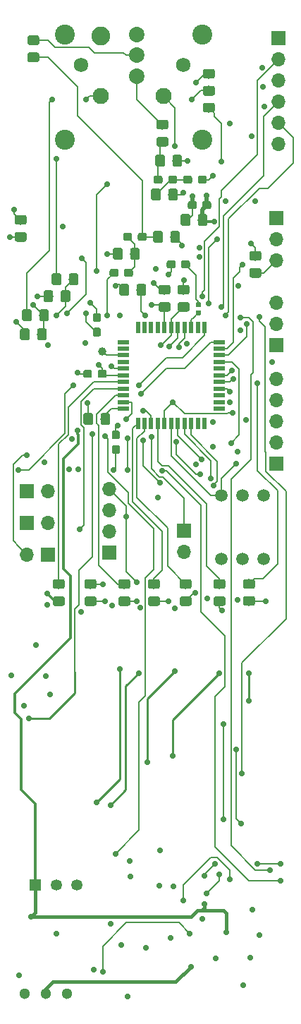
<source format=gbr>
G04 #@! TF.GenerationSoftware,KiCad,Pcbnew,(5.0.2)-1*
G04 #@! TF.CreationDate,2020-11-24T18:05:24+01:00*
G04 #@! TF.ProjectId,PCB_BLUETOOTH_V3,5043425f-424c-4554-9554-4f4f54485f56,rev?*
G04 #@! TF.SameCoordinates,Original*
G04 #@! TF.FileFunction,Copper,L4,Bot*
G04 #@! TF.FilePolarity,Positive*
%FSLAX46Y46*%
G04 Gerber Fmt 4.6, Leading zero omitted, Abs format (unit mm)*
G04 Created by KiCad (PCBNEW (5.0.2)-1) date 24/11/2020 18:05:24*
%MOMM*%
%LPD*%
G01*
G04 APERTURE LIST*
G04 #@! TA.AperFunction,ComponentPad*
%ADD10R,1.700000X1.700000*%
G04 #@! TD*
G04 #@! TA.AperFunction,ComponentPad*
%ADD11O,1.700000X1.700000*%
G04 #@! TD*
G04 #@! TA.AperFunction,BGAPad,CuDef*
%ADD12C,1.000000*%
G04 #@! TD*
G04 #@! TA.AperFunction,ComponentPad*
%ADD13C,1.300000*%
G04 #@! TD*
G04 #@! TA.AperFunction,ComponentPad*
%ADD14R,1.350000X1.350000*%
G04 #@! TD*
G04 #@! TA.AperFunction,ComponentPad*
%ADD15C,1.350000*%
G04 #@! TD*
G04 #@! TA.AperFunction,Conductor*
%ADD16C,0.100000*%
G04 #@! TD*
G04 #@! TA.AperFunction,SMDPad,CuDef*
%ADD17C,0.950000*%
G04 #@! TD*
G04 #@! TA.AperFunction,SMDPad,CuDef*
%ADD18C,0.590000*%
G04 #@! TD*
G04 #@! TA.AperFunction,SMDPad,CuDef*
%ADD19R,1.475000X0.600000*%
G04 #@! TD*
G04 #@! TA.AperFunction,SMDPad,CuDef*
%ADD20R,0.600000X1.475000*%
G04 #@! TD*
G04 #@! TA.AperFunction,ComponentPad*
%ADD21C,1.500000*%
G04 #@! TD*
G04 #@! TA.AperFunction,ComponentPad*
%ADD22C,1.860000*%
G04 #@! TD*
G04 #@! TA.AperFunction,ComponentPad*
%ADD23C,1.725000*%
G04 #@! TD*
G04 #@! TA.AperFunction,ComponentPad*
%ADD24C,1.950000*%
G04 #@! TD*
G04 #@! TA.AperFunction,ComponentPad*
%ADD25C,2.250000*%
G04 #@! TD*
G04 #@! TA.AperFunction,SMDPad,CuDef*
%ADD26C,1.150000*%
G04 #@! TD*
G04 #@! TA.AperFunction,ComponentPad*
%ADD27C,2.400000*%
G04 #@! TD*
G04 #@! TA.AperFunction,ViaPad*
%ADD28C,0.700000*%
G04 #@! TD*
G04 #@! TA.AperFunction,Conductor*
%ADD29C,0.150000*%
G04 #@! TD*
G04 #@! TA.AperFunction,Conductor*
%ADD30C,0.200000*%
G04 #@! TD*
G04 #@! TA.AperFunction,Conductor*
%ADD31C,0.500000*%
G04 #@! TD*
G04 #@! TA.AperFunction,Conductor*
%ADD32C,0.350000*%
G04 #@! TD*
G04 #@! TA.AperFunction,Conductor*
%ADD33C,0.250000*%
G04 #@! TD*
G04 #@! TA.AperFunction,Conductor*
%ADD34C,0.400000*%
G04 #@! TD*
G04 #@! TA.AperFunction,Conductor*
%ADD35C,0.300000*%
G04 #@! TD*
G04 APERTURE END LIST*
D10*
G04 #@! TO.P,JP3,1*
G04 #@! TO.N,UART_RX_2*
X123977400Y-99034600D03*
D11*
G04 #@! TO.P,JP3,2*
G04 #@! TO.N,UART_TX_2*
X123977400Y-101574600D03*
G04 #@! TD*
D12*
G04 #@! TO.P,TP3,1*
G04 #@! TO.N,Net-(IC2-Pad31)*
X114223800Y-77495400D03*
G04 #@! TD*
D13*
G04 #@! TO.P,S1,1*
G04 #@! TO.N,V_LDO*
X107442000Y-154508200D03*
G04 #@! TO.P,S1,2*
G04 #@! TO.N,Net-(C1-Pad1)*
X109982000Y-154508200D03*
G04 #@! TO.P,S1,3*
G04 #@! TO.N,Net-(S1-Pad3)*
X104902000Y-154508200D03*
G04 #@! TD*
D14*
G04 #@! TO.P,J5,1*
G04 #@! TO.N,VBAT_IN*
X106172000Y-141478000D03*
D15*
G04 #@! TO.P,J5,2*
G04 #@! TO.N,BAT_TH*
X108672000Y-141478000D03*
G04 #@! TO.P,J5,3*
G04 #@! TO.N,GND*
X111172000Y-141478000D03*
G04 #@! TD*
D16*
G04 #@! TO.N,GND*
G04 #@! TO.C,D11*
G36*
X122766779Y-66582144D02*
X122789834Y-66585563D01*
X122812443Y-66591227D01*
X122834387Y-66599079D01*
X122855457Y-66609044D01*
X122875448Y-66621026D01*
X122894168Y-66634910D01*
X122911438Y-66650562D01*
X122927090Y-66667832D01*
X122940974Y-66686552D01*
X122952956Y-66706543D01*
X122962921Y-66727613D01*
X122970773Y-66749557D01*
X122976437Y-66772166D01*
X122979856Y-66795221D01*
X122981000Y-66818500D01*
X122981000Y-67293500D01*
X122979856Y-67316779D01*
X122976437Y-67339834D01*
X122970773Y-67362443D01*
X122962921Y-67384387D01*
X122952956Y-67405457D01*
X122940974Y-67425448D01*
X122927090Y-67444168D01*
X122911438Y-67461438D01*
X122894168Y-67477090D01*
X122875448Y-67490974D01*
X122855457Y-67502956D01*
X122834387Y-67512921D01*
X122812443Y-67520773D01*
X122789834Y-67526437D01*
X122766779Y-67529856D01*
X122743500Y-67531000D01*
X122168500Y-67531000D01*
X122145221Y-67529856D01*
X122122166Y-67526437D01*
X122099557Y-67520773D01*
X122077613Y-67512921D01*
X122056543Y-67502956D01*
X122036552Y-67490974D01*
X122017832Y-67477090D01*
X122000562Y-67461438D01*
X121984910Y-67444168D01*
X121971026Y-67425448D01*
X121959044Y-67405457D01*
X121949079Y-67384387D01*
X121941227Y-67362443D01*
X121935563Y-67339834D01*
X121932144Y-67316779D01*
X121931000Y-67293500D01*
X121931000Y-66818500D01*
X121932144Y-66795221D01*
X121935563Y-66772166D01*
X121941227Y-66749557D01*
X121949079Y-66727613D01*
X121959044Y-66706543D01*
X121971026Y-66686552D01*
X121984910Y-66667832D01*
X122000562Y-66650562D01*
X122017832Y-66634910D01*
X122036552Y-66621026D01*
X122056543Y-66609044D01*
X122077613Y-66599079D01*
X122099557Y-66591227D01*
X122122166Y-66585563D01*
X122145221Y-66582144D01*
X122168500Y-66581000D01*
X122743500Y-66581000D01*
X122766779Y-66582144D01*
X122766779Y-66582144D01*
G37*
D17*
G04 #@! TD*
G04 #@! TO.P,D11,1*
G04 #@! TO.N,GND*
X122456000Y-67056000D03*
D16*
G04 #@! TO.N,Net-(D11-Pad2)*
G04 #@! TO.C,D11*
G36*
X124516779Y-66582144D02*
X124539834Y-66585563D01*
X124562443Y-66591227D01*
X124584387Y-66599079D01*
X124605457Y-66609044D01*
X124625448Y-66621026D01*
X124644168Y-66634910D01*
X124661438Y-66650562D01*
X124677090Y-66667832D01*
X124690974Y-66686552D01*
X124702956Y-66706543D01*
X124712921Y-66727613D01*
X124720773Y-66749557D01*
X124726437Y-66772166D01*
X124729856Y-66795221D01*
X124731000Y-66818500D01*
X124731000Y-67293500D01*
X124729856Y-67316779D01*
X124726437Y-67339834D01*
X124720773Y-67362443D01*
X124712921Y-67384387D01*
X124702956Y-67405457D01*
X124690974Y-67425448D01*
X124677090Y-67444168D01*
X124661438Y-67461438D01*
X124644168Y-67477090D01*
X124625448Y-67490974D01*
X124605457Y-67502956D01*
X124584387Y-67512921D01*
X124562443Y-67520773D01*
X124539834Y-67526437D01*
X124516779Y-67529856D01*
X124493500Y-67531000D01*
X123918500Y-67531000D01*
X123895221Y-67529856D01*
X123872166Y-67526437D01*
X123849557Y-67520773D01*
X123827613Y-67512921D01*
X123806543Y-67502956D01*
X123786552Y-67490974D01*
X123767832Y-67477090D01*
X123750562Y-67461438D01*
X123734910Y-67444168D01*
X123721026Y-67425448D01*
X123709044Y-67405457D01*
X123699079Y-67384387D01*
X123691227Y-67362443D01*
X123685563Y-67339834D01*
X123682144Y-67316779D01*
X123681000Y-67293500D01*
X123681000Y-66818500D01*
X123682144Y-66795221D01*
X123685563Y-66772166D01*
X123691227Y-66749557D01*
X123699079Y-66727613D01*
X123709044Y-66706543D01*
X123721026Y-66686552D01*
X123734910Y-66667832D01*
X123750562Y-66650562D01*
X123767832Y-66634910D01*
X123786552Y-66621026D01*
X123806543Y-66609044D01*
X123827613Y-66599079D01*
X123849557Y-66591227D01*
X123872166Y-66585563D01*
X123895221Y-66582144D01*
X123918500Y-66581000D01*
X124493500Y-66581000D01*
X124516779Y-66582144D01*
X124516779Y-66582144D01*
G37*
D17*
G04 #@! TD*
G04 #@! TO.P,D11,2*
G04 #@! TO.N,Net-(D11-Pad2)*
X124206000Y-67056000D03*
D16*
G04 #@! TO.N,Net-(IC2-Pad42)*
G04 #@! TO.C,R55*
G36*
X125916958Y-72580710D02*
X125931276Y-72582834D01*
X125945317Y-72586351D01*
X125958946Y-72591228D01*
X125972031Y-72597417D01*
X125984447Y-72604858D01*
X125996073Y-72613481D01*
X126006798Y-72623202D01*
X126016519Y-72633927D01*
X126025142Y-72645553D01*
X126032583Y-72657969D01*
X126038772Y-72671054D01*
X126043649Y-72684683D01*
X126047166Y-72698724D01*
X126049290Y-72713042D01*
X126050000Y-72727500D01*
X126050000Y-73022500D01*
X126049290Y-73036958D01*
X126047166Y-73051276D01*
X126043649Y-73065317D01*
X126038772Y-73078946D01*
X126032583Y-73092031D01*
X126025142Y-73104447D01*
X126016519Y-73116073D01*
X126006798Y-73126798D01*
X125996073Y-73136519D01*
X125984447Y-73145142D01*
X125972031Y-73152583D01*
X125958946Y-73158772D01*
X125945317Y-73163649D01*
X125931276Y-73167166D01*
X125916958Y-73169290D01*
X125902500Y-73170000D01*
X125557500Y-73170000D01*
X125543042Y-73169290D01*
X125528724Y-73167166D01*
X125514683Y-73163649D01*
X125501054Y-73158772D01*
X125487969Y-73152583D01*
X125475553Y-73145142D01*
X125463927Y-73136519D01*
X125453202Y-73126798D01*
X125443481Y-73116073D01*
X125434858Y-73104447D01*
X125427417Y-73092031D01*
X125421228Y-73078946D01*
X125416351Y-73065317D01*
X125412834Y-73051276D01*
X125410710Y-73036958D01*
X125410000Y-73022500D01*
X125410000Y-72727500D01*
X125410710Y-72713042D01*
X125412834Y-72698724D01*
X125416351Y-72684683D01*
X125421228Y-72671054D01*
X125427417Y-72657969D01*
X125434858Y-72645553D01*
X125443481Y-72633927D01*
X125453202Y-72623202D01*
X125463927Y-72613481D01*
X125475553Y-72604858D01*
X125487969Y-72597417D01*
X125501054Y-72591228D01*
X125514683Y-72586351D01*
X125528724Y-72582834D01*
X125543042Y-72580710D01*
X125557500Y-72580000D01*
X125902500Y-72580000D01*
X125916958Y-72580710D01*
X125916958Y-72580710D01*
G37*
D18*
G04 #@! TD*
G04 #@! TO.P,R55,1*
G04 #@! TO.N,Net-(IC2-Pad42)*
X125730000Y-72875000D03*
D16*
G04 #@! TO.N,Net-(D11-Pad2)*
G04 #@! TO.C,R55*
G36*
X125916958Y-71610710D02*
X125931276Y-71612834D01*
X125945317Y-71616351D01*
X125958946Y-71621228D01*
X125972031Y-71627417D01*
X125984447Y-71634858D01*
X125996073Y-71643481D01*
X126006798Y-71653202D01*
X126016519Y-71663927D01*
X126025142Y-71675553D01*
X126032583Y-71687969D01*
X126038772Y-71701054D01*
X126043649Y-71714683D01*
X126047166Y-71728724D01*
X126049290Y-71743042D01*
X126050000Y-71757500D01*
X126050000Y-72052500D01*
X126049290Y-72066958D01*
X126047166Y-72081276D01*
X126043649Y-72095317D01*
X126038772Y-72108946D01*
X126032583Y-72122031D01*
X126025142Y-72134447D01*
X126016519Y-72146073D01*
X126006798Y-72156798D01*
X125996073Y-72166519D01*
X125984447Y-72175142D01*
X125972031Y-72182583D01*
X125958946Y-72188772D01*
X125945317Y-72193649D01*
X125931276Y-72197166D01*
X125916958Y-72199290D01*
X125902500Y-72200000D01*
X125557500Y-72200000D01*
X125543042Y-72199290D01*
X125528724Y-72197166D01*
X125514683Y-72193649D01*
X125501054Y-72188772D01*
X125487969Y-72182583D01*
X125475553Y-72175142D01*
X125463927Y-72166519D01*
X125453202Y-72156798D01*
X125443481Y-72146073D01*
X125434858Y-72134447D01*
X125427417Y-72122031D01*
X125421228Y-72108946D01*
X125416351Y-72095317D01*
X125412834Y-72081276D01*
X125410710Y-72066958D01*
X125410000Y-72052500D01*
X125410000Y-71757500D01*
X125410710Y-71743042D01*
X125412834Y-71728724D01*
X125416351Y-71714683D01*
X125421228Y-71701054D01*
X125427417Y-71687969D01*
X125434858Y-71675553D01*
X125443481Y-71663927D01*
X125453202Y-71653202D01*
X125463927Y-71643481D01*
X125475553Y-71634858D01*
X125487969Y-71627417D01*
X125501054Y-71621228D01*
X125514683Y-71616351D01*
X125528724Y-71612834D01*
X125543042Y-71610710D01*
X125557500Y-71610000D01*
X125902500Y-71610000D01*
X125916958Y-71610710D01*
X125916958Y-71610710D01*
G37*
D18*
G04 #@! TD*
G04 #@! TO.P,R55,2*
G04 #@! TO.N,Net-(D11-Pad2)*
X125730000Y-71905000D03*
D16*
G04 #@! TO.N,AUDIO_IN_N_RIGHT*
G04 #@! TO.C,C32*
G36*
X113798779Y-74660144D02*
X113821834Y-74663563D01*
X113844443Y-74669227D01*
X113866387Y-74677079D01*
X113887457Y-74687044D01*
X113907448Y-74699026D01*
X113926168Y-74712910D01*
X113943438Y-74728562D01*
X113959090Y-74745832D01*
X113972974Y-74764552D01*
X113984956Y-74784543D01*
X113994921Y-74805613D01*
X114002773Y-74827557D01*
X114008437Y-74850166D01*
X114011856Y-74873221D01*
X114013000Y-74896500D01*
X114013000Y-75471500D01*
X114011856Y-75494779D01*
X114008437Y-75517834D01*
X114002773Y-75540443D01*
X113994921Y-75562387D01*
X113984956Y-75583457D01*
X113972974Y-75603448D01*
X113959090Y-75622168D01*
X113943438Y-75639438D01*
X113926168Y-75655090D01*
X113907448Y-75668974D01*
X113887457Y-75680956D01*
X113866387Y-75690921D01*
X113844443Y-75698773D01*
X113821834Y-75704437D01*
X113798779Y-75707856D01*
X113775500Y-75709000D01*
X113300500Y-75709000D01*
X113277221Y-75707856D01*
X113254166Y-75704437D01*
X113231557Y-75698773D01*
X113209613Y-75690921D01*
X113188543Y-75680956D01*
X113168552Y-75668974D01*
X113149832Y-75655090D01*
X113132562Y-75639438D01*
X113116910Y-75622168D01*
X113103026Y-75603448D01*
X113091044Y-75583457D01*
X113081079Y-75562387D01*
X113073227Y-75540443D01*
X113067563Y-75517834D01*
X113064144Y-75494779D01*
X113063000Y-75471500D01*
X113063000Y-74896500D01*
X113064144Y-74873221D01*
X113067563Y-74850166D01*
X113073227Y-74827557D01*
X113081079Y-74805613D01*
X113091044Y-74784543D01*
X113103026Y-74764552D01*
X113116910Y-74745832D01*
X113132562Y-74728562D01*
X113149832Y-74712910D01*
X113168552Y-74699026D01*
X113188543Y-74687044D01*
X113209613Y-74677079D01*
X113231557Y-74669227D01*
X113254166Y-74663563D01*
X113277221Y-74660144D01*
X113300500Y-74659000D01*
X113775500Y-74659000D01*
X113798779Y-74660144D01*
X113798779Y-74660144D01*
G37*
D17*
G04 #@! TD*
G04 #@! TO.P,C32,2*
G04 #@! TO.N,AUDIO_IN_N_RIGHT*
X113538000Y-75184000D03*
D16*
G04 #@! TO.N,GND*
G04 #@! TO.C,C32*
G36*
X113798779Y-72910144D02*
X113821834Y-72913563D01*
X113844443Y-72919227D01*
X113866387Y-72927079D01*
X113887457Y-72937044D01*
X113907448Y-72949026D01*
X113926168Y-72962910D01*
X113943438Y-72978562D01*
X113959090Y-72995832D01*
X113972974Y-73014552D01*
X113984956Y-73034543D01*
X113994921Y-73055613D01*
X114002773Y-73077557D01*
X114008437Y-73100166D01*
X114011856Y-73123221D01*
X114013000Y-73146500D01*
X114013000Y-73721500D01*
X114011856Y-73744779D01*
X114008437Y-73767834D01*
X114002773Y-73790443D01*
X113994921Y-73812387D01*
X113984956Y-73833457D01*
X113972974Y-73853448D01*
X113959090Y-73872168D01*
X113943438Y-73889438D01*
X113926168Y-73905090D01*
X113907448Y-73918974D01*
X113887457Y-73930956D01*
X113866387Y-73940921D01*
X113844443Y-73948773D01*
X113821834Y-73954437D01*
X113798779Y-73957856D01*
X113775500Y-73959000D01*
X113300500Y-73959000D01*
X113277221Y-73957856D01*
X113254166Y-73954437D01*
X113231557Y-73948773D01*
X113209613Y-73940921D01*
X113188543Y-73930956D01*
X113168552Y-73918974D01*
X113149832Y-73905090D01*
X113132562Y-73889438D01*
X113116910Y-73872168D01*
X113103026Y-73853448D01*
X113091044Y-73833457D01*
X113081079Y-73812387D01*
X113073227Y-73790443D01*
X113067563Y-73767834D01*
X113064144Y-73744779D01*
X113063000Y-73721500D01*
X113063000Y-73146500D01*
X113064144Y-73123221D01*
X113067563Y-73100166D01*
X113073227Y-73077557D01*
X113081079Y-73055613D01*
X113091044Y-73034543D01*
X113103026Y-73014552D01*
X113116910Y-72995832D01*
X113132562Y-72978562D01*
X113149832Y-72962910D01*
X113168552Y-72949026D01*
X113188543Y-72937044D01*
X113209613Y-72927079D01*
X113231557Y-72919227D01*
X113254166Y-72913563D01*
X113277221Y-72910144D01*
X113300500Y-72909000D01*
X113775500Y-72909000D01*
X113798779Y-72910144D01*
X113798779Y-72910144D01*
G37*
D17*
G04 #@! TD*
G04 #@! TO.P,C32,1*
G04 #@! TO.N,GND*
X113538000Y-73434000D03*
D19*
G04 #@! TO.P,IC2,1*
G04 #@! TO.N,Net-(IC2-Pad1)*
X128204000Y-76368000D03*
G04 #@! TO.P,IC2,2*
G04 #@! TO.N,AUDIO_MONO_STEREO*
X128204000Y-77168000D03*
G04 #@! TO.P,IC2,3*
G04 #@! TO.N,AUDIO_ROUTING*
X128204000Y-77968000D03*
G04 #@! TO.P,IC2,4*
G04 #@! TO.N,RESET_WT32i*
X128204000Y-78768000D03*
G04 #@! TO.P,IC2,5*
G04 #@! TO.N,Net-(IC2-Pad5)*
X128204000Y-79568000D03*
G04 #@! TO.P,IC2,6*
G04 #@! TO.N,GND*
X128204000Y-80368000D03*
G04 #@! TO.P,IC2,7*
G04 #@! TO.N,3V3*
X128204000Y-81168000D03*
G04 #@! TO.P,IC2,8*
G04 #@! TO.N,G_7SEG*
X128204000Y-81968000D03*
G04 #@! TO.P,IC2,9*
G04 #@! TO.N,Net-(IC2-Pad9)*
X128204000Y-82768000D03*
G04 #@! TO.P,IC2,10*
G04 #@! TO.N,Net-(IC2-Pad10)*
X128204000Y-83568000D03*
G04 #@! TO.P,IC2,11*
G04 #@! TO.N,Net-(IC2-Pad11)*
X128204000Y-84368000D03*
D20*
G04 #@! TO.P,IC2,12*
G04 #@! TO.N,Net-(IC2-Pad12)*
X126466000Y-86106000D03*
G04 #@! TO.P,IC2,13*
G04 #@! TO.N,Net-(IC2-Pad13)*
X125666000Y-86106000D03*
G04 #@! TO.P,IC2,14*
G04 #@! TO.N,ROTARY_IN1*
X124866000Y-86106000D03*
G04 #@! TO.P,IC2,15*
G04 #@! TO.N,ROTARY_IN2*
X124066000Y-86106000D03*
G04 #@! TO.P,IC2,16*
G04 #@! TO.N,PGC*
X123266000Y-86106000D03*
G04 #@! TO.P,IC2,17*
G04 #@! TO.N,PGD*
X122466000Y-86106000D03*
G04 #@! TO.P,IC2,18*
G04 #@! TO.N,MCLR*
X121666000Y-86106000D03*
G04 #@! TO.P,IC2,19*
G04 #@! TO.N,B_7SEG*
X120866000Y-86106000D03*
G04 #@! TO.P,IC2,20*
G04 #@! TO.N,DIG1_7SEG*
X120066000Y-86106000D03*
G04 #@! TO.P,IC2,21*
G04 #@! TO.N,C_7SEG*
X119266000Y-86106000D03*
G04 #@! TO.P,IC2,22*
G04 #@! TO.N,E_7SEG*
X118466000Y-86106000D03*
D19*
G04 #@! TO.P,IC2,23*
G04 #@! TO.N,Net-(C20-Pad2)*
X116728000Y-84368000D03*
G04 #@! TO.P,IC2,24*
G04 #@! TO.N,DIG2_7SEG*
X116728000Y-83568000D03*
G04 #@! TO.P,IC2,25*
G04 #@! TO.N,D_7SEG*
X116728000Y-82768000D03*
G04 #@! TO.P,IC2,26*
G04 #@! TO.N,A_7SEG*
X116728000Y-81968000D03*
G04 #@! TO.P,IC2,27*
G04 #@! TO.N,F_7SEG*
X116728000Y-81168000D03*
G04 #@! TO.P,IC2,28*
G04 #@! TO.N,3V3*
X116728000Y-80368000D03*
G04 #@! TO.P,IC2,29*
G04 #@! TO.N,GND*
X116728000Y-79568000D03*
G04 #@! TO.P,IC2,30*
G04 #@! TO.N,Net-(IC2-Pad30)*
X116728000Y-78768000D03*
G04 #@! TO.P,IC2,31*
G04 #@! TO.N,Net-(IC2-Pad31)*
X116728000Y-77968000D03*
G04 #@! TO.P,IC2,32*
G04 #@! TO.N,Net-(IC2-Pad32)*
X116728000Y-77168000D03*
G04 #@! TO.P,IC2,33*
G04 #@! TO.N,Net-(IC2-Pad33)*
X116728000Y-76368000D03*
D20*
G04 #@! TO.P,IC2,34*
G04 #@! TO.N,Net-(IC2-Pad34)*
X118466000Y-74630000D03*
G04 #@! TO.P,IC2,35*
G04 #@! TO.N,Net-(IC2-Pad35)*
X119266000Y-74630000D03*
G04 #@! TO.P,IC2,36*
G04 #@! TO.N,Net-(IC2-Pad36)*
X120066000Y-74630000D03*
G04 #@! TO.P,IC2,37*
G04 #@! TO.N,Net-(IC2-Pad37)*
X120866000Y-74630000D03*
G04 #@! TO.P,IC2,38*
G04 #@! TO.N,SCL*
X121666000Y-74630000D03*
G04 #@! TO.P,IC2,39*
G04 #@! TO.N,SDA*
X122466000Y-74630000D03*
G04 #@! TO.P,IC2,40*
G04 #@! TO.N,UART_RX_2*
X123266000Y-74630000D03*
G04 #@! TO.P,IC2,41*
G04 #@! TO.N,UART_TX_2*
X124066000Y-74630000D03*
G04 #@! TO.P,IC2,42*
G04 #@! TO.N,Net-(IC2-Pad42)*
X124866000Y-74630000D03*
G04 #@! TO.P,IC2,43*
G04 #@! TO.N,Net-(IC2-Pad43)*
X125666000Y-74630000D03*
G04 #@! TO.P,IC2,44*
G04 #@! TO.N,Net-(IC2-Pad44)*
X126466000Y-74630000D03*
G04 #@! TD*
D11*
G04 #@! TO.P,J1,4*
G04 #@! TO.N,UART_TX*
X115062000Y-93980000D03*
G04 #@! TO.P,J1,3*
G04 #@! TO.N,UART_RX*
X115062000Y-96520000D03*
G04 #@! TO.P,J1,2*
G04 #@! TO.N,GND*
X115062000Y-99060000D03*
D10*
G04 #@! TO.P,J1,1*
G04 #@! TO.N,Net-(J1-Pad1)*
X115062000Y-101600000D03*
G04 #@! TD*
G04 #@! TO.P,J9,1*
G04 #@! TO.N,3V3*
X135382000Y-39878000D03*
D11*
G04 #@! TO.P,J9,2*
G04 #@! TO.N,SPI_MOSI*
X135382000Y-42418000D03*
G04 #@! TO.P,J9,3*
G04 #@! TO.N,SPI_MISO*
X135382000Y-44958000D03*
G04 #@! TO.P,J9,4*
G04 #@! TO.N,SPI_CLK*
X135382000Y-47498000D03*
G04 #@! TO.P,J9,5*
G04 #@! TO.N,SPI_CS*
X135382000Y-50038000D03*
G04 #@! TO.P,J9,6*
G04 #@! TO.N,GND*
X135382000Y-52578000D03*
G04 #@! TD*
D10*
G04 #@! TO.P,JP4,1*
G04 #@! TO.N,MCLR*
X105156000Y-94234000D03*
D11*
G04 #@! TO.P,JP4,2*
G04 #@! TO.N,Net-(C17-Pad1)*
X107696000Y-94234000D03*
G04 #@! TD*
G04 #@! TO.P,JP5,2*
G04 #@! TO.N,UART_RX*
X107696000Y-98044000D03*
D10*
G04 #@! TO.P,JP5,1*
G04 #@! TO.N,Net-(IC2-Pad44)*
X105156000Y-98044000D03*
G04 #@! TD*
D11*
G04 #@! TO.P,JP8,2*
G04 #@! TO.N,Net-(IC2-Pad1)*
X105156000Y-101854000D03*
D10*
G04 #@! TO.P,JP8,1*
G04 #@! TO.N,UART_TX*
X107696000Y-101854000D03*
G04 #@! TD*
D21*
G04 #@! TO.P,S2,1*
G04 #@! TO.N,ROTARY_IN1*
X128524000Y-102362000D03*
G04 #@! TO.P,S2,2*
G04 #@! TO.N,ROTARY_IN2*
X133604000Y-94742000D03*
G04 #@! TO.P,S2,4*
G04 #@! TO.N,PGC*
X133604000Y-102362000D03*
G04 #@! TO.P,S2,8*
G04 #@! TO.N,PGD*
X128524000Y-94742000D03*
G04 #@! TO.P,S2,C1*
G04 #@! TO.N,3V3*
X131064000Y-102362000D03*
G04 #@! TO.P,S2,C2*
X131064000Y-94742000D03*
G04 #@! TD*
D22*
G04 #@! TO.P,J4,1*
G04 #@! TO.N,Net-(J4-Pad1)*
X118364000Y-44450000D03*
G04 #@! TO.P,J4,2*
G04 #@! TO.N,Net-(J4-Pad2)*
X118364000Y-41950000D03*
G04 #@! TO.P,J4,3*
G04 #@! TO.N,GND*
X118364000Y-39450000D03*
G04 #@! TD*
D23*
G04 #@! TO.P,J3,MH2*
G04 #@! TO.N,N/C*
X111646000Y-43124000D03*
G04 #@! TO.P,J3,MH1*
X123946000Y-43124000D03*
D24*
G04 #@! TO.P,J3,T2*
G04 #@! TO.N,AUDIO_OUT_P_LEFT_MONO*
X114046000Y-46874000D03*
G04 #@! TO.P,J3,T1*
G04 #@! TO.N,Net-(J3-PadT1)*
X121546000Y-46874000D03*
D25*
G04 #@! TO.P,J3,S1*
G04 #@! TO.N,GND*
X114046000Y-39624000D03*
G04 #@! TD*
D11*
G04 #@! TO.P,JP1,3*
G04 #@! TO.N,Net-(JP1-Pad3)*
X135128000Y-71628000D03*
G04 #@! TO.P,JP1,2*
G04 #@! TO.N,AUDIO_ROUTING*
X135128000Y-74168000D03*
D10*
G04 #@! TO.P,JP1,1*
G04 #@! TO.N,Net-(JP1-Pad1)*
X135128000Y-76708000D03*
G04 #@! TD*
G04 #@! TO.P,JP2,1*
G04 #@! TO.N,Net-(JP2-Pad1)*
X135128000Y-61468000D03*
D11*
G04 #@! TO.P,JP2,2*
G04 #@! TO.N,AUDIO_MONO_STEREO*
X135128000Y-64008000D03*
G04 #@! TO.P,JP2,3*
G04 #@! TO.N,Net-(JP2-Pad3)*
X135128000Y-66548000D03*
G04 #@! TD*
D16*
G04 #@! TO.N,Net-(C28-Pad2)*
G04 #@! TO.C,C28*
G36*
X124770779Y-56422144D02*
X124793834Y-56425563D01*
X124816443Y-56431227D01*
X124838387Y-56439079D01*
X124859457Y-56449044D01*
X124879448Y-56461026D01*
X124898168Y-56474910D01*
X124915438Y-56490562D01*
X124931090Y-56507832D01*
X124944974Y-56526552D01*
X124956956Y-56546543D01*
X124966921Y-56567613D01*
X124974773Y-56589557D01*
X124980437Y-56612166D01*
X124983856Y-56635221D01*
X124985000Y-56658500D01*
X124985000Y-57133500D01*
X124983856Y-57156779D01*
X124980437Y-57179834D01*
X124974773Y-57202443D01*
X124966921Y-57224387D01*
X124956956Y-57245457D01*
X124944974Y-57265448D01*
X124931090Y-57284168D01*
X124915438Y-57301438D01*
X124898168Y-57317090D01*
X124879448Y-57330974D01*
X124859457Y-57342956D01*
X124838387Y-57352921D01*
X124816443Y-57360773D01*
X124793834Y-57366437D01*
X124770779Y-57369856D01*
X124747500Y-57371000D01*
X124172500Y-57371000D01*
X124149221Y-57369856D01*
X124126166Y-57366437D01*
X124103557Y-57360773D01*
X124081613Y-57352921D01*
X124060543Y-57342956D01*
X124040552Y-57330974D01*
X124021832Y-57317090D01*
X124004562Y-57301438D01*
X123988910Y-57284168D01*
X123975026Y-57265448D01*
X123963044Y-57245457D01*
X123953079Y-57224387D01*
X123945227Y-57202443D01*
X123939563Y-57179834D01*
X123936144Y-57156779D01*
X123935000Y-57133500D01*
X123935000Y-56658500D01*
X123936144Y-56635221D01*
X123939563Y-56612166D01*
X123945227Y-56589557D01*
X123953079Y-56567613D01*
X123963044Y-56546543D01*
X123975026Y-56526552D01*
X123988910Y-56507832D01*
X124004562Y-56490562D01*
X124021832Y-56474910D01*
X124040552Y-56461026D01*
X124060543Y-56449044D01*
X124081613Y-56439079D01*
X124103557Y-56431227D01*
X124126166Y-56425563D01*
X124149221Y-56422144D01*
X124172500Y-56421000D01*
X124747500Y-56421000D01*
X124770779Y-56422144D01*
X124770779Y-56422144D01*
G37*
D17*
G04 #@! TD*
G04 #@! TO.P,C28,2*
G04 #@! TO.N,Net-(C28-Pad2)*
X124460000Y-56896000D03*
D16*
G04 #@! TO.N,Net-(C28-Pad1)*
G04 #@! TO.C,C28*
G36*
X126520779Y-56422144D02*
X126543834Y-56425563D01*
X126566443Y-56431227D01*
X126588387Y-56439079D01*
X126609457Y-56449044D01*
X126629448Y-56461026D01*
X126648168Y-56474910D01*
X126665438Y-56490562D01*
X126681090Y-56507832D01*
X126694974Y-56526552D01*
X126706956Y-56546543D01*
X126716921Y-56567613D01*
X126724773Y-56589557D01*
X126730437Y-56612166D01*
X126733856Y-56635221D01*
X126735000Y-56658500D01*
X126735000Y-57133500D01*
X126733856Y-57156779D01*
X126730437Y-57179834D01*
X126724773Y-57202443D01*
X126716921Y-57224387D01*
X126706956Y-57245457D01*
X126694974Y-57265448D01*
X126681090Y-57284168D01*
X126665438Y-57301438D01*
X126648168Y-57317090D01*
X126629448Y-57330974D01*
X126609457Y-57342956D01*
X126588387Y-57352921D01*
X126566443Y-57360773D01*
X126543834Y-57366437D01*
X126520779Y-57369856D01*
X126497500Y-57371000D01*
X125922500Y-57371000D01*
X125899221Y-57369856D01*
X125876166Y-57366437D01*
X125853557Y-57360773D01*
X125831613Y-57352921D01*
X125810543Y-57342956D01*
X125790552Y-57330974D01*
X125771832Y-57317090D01*
X125754562Y-57301438D01*
X125738910Y-57284168D01*
X125725026Y-57265448D01*
X125713044Y-57245457D01*
X125703079Y-57224387D01*
X125695227Y-57202443D01*
X125689563Y-57179834D01*
X125686144Y-57156779D01*
X125685000Y-57133500D01*
X125685000Y-56658500D01*
X125686144Y-56635221D01*
X125689563Y-56612166D01*
X125695227Y-56589557D01*
X125703079Y-56567613D01*
X125713044Y-56546543D01*
X125725026Y-56526552D01*
X125738910Y-56507832D01*
X125754562Y-56490562D01*
X125771832Y-56474910D01*
X125790552Y-56461026D01*
X125810543Y-56449044D01*
X125831613Y-56439079D01*
X125853557Y-56431227D01*
X125876166Y-56425563D01*
X125899221Y-56422144D01*
X125922500Y-56421000D01*
X126497500Y-56421000D01*
X126520779Y-56422144D01*
X126520779Y-56422144D01*
G37*
D17*
G04 #@! TD*
G04 #@! TO.P,C28,1*
G04 #@! TO.N,Net-(C28-Pad1)*
X126210000Y-56896000D03*
D16*
G04 #@! TO.N,AUDIO_IN_P_RIGHT*
G04 #@! TO.C,C30*
G36*
X115908779Y-67598144D02*
X115931834Y-67601563D01*
X115954443Y-67607227D01*
X115976387Y-67615079D01*
X115997457Y-67625044D01*
X116017448Y-67637026D01*
X116036168Y-67650910D01*
X116053438Y-67666562D01*
X116069090Y-67683832D01*
X116082974Y-67702552D01*
X116094956Y-67722543D01*
X116104921Y-67743613D01*
X116112773Y-67765557D01*
X116118437Y-67788166D01*
X116121856Y-67811221D01*
X116123000Y-67834500D01*
X116123000Y-68309500D01*
X116121856Y-68332779D01*
X116118437Y-68355834D01*
X116112773Y-68378443D01*
X116104921Y-68400387D01*
X116094956Y-68421457D01*
X116082974Y-68441448D01*
X116069090Y-68460168D01*
X116053438Y-68477438D01*
X116036168Y-68493090D01*
X116017448Y-68506974D01*
X115997457Y-68518956D01*
X115976387Y-68528921D01*
X115954443Y-68536773D01*
X115931834Y-68542437D01*
X115908779Y-68545856D01*
X115885500Y-68547000D01*
X115310500Y-68547000D01*
X115287221Y-68545856D01*
X115264166Y-68542437D01*
X115241557Y-68536773D01*
X115219613Y-68528921D01*
X115198543Y-68518956D01*
X115178552Y-68506974D01*
X115159832Y-68493090D01*
X115142562Y-68477438D01*
X115126910Y-68460168D01*
X115113026Y-68441448D01*
X115101044Y-68421457D01*
X115091079Y-68400387D01*
X115083227Y-68378443D01*
X115077563Y-68355834D01*
X115074144Y-68332779D01*
X115073000Y-68309500D01*
X115073000Y-67834500D01*
X115074144Y-67811221D01*
X115077563Y-67788166D01*
X115083227Y-67765557D01*
X115091079Y-67743613D01*
X115101044Y-67722543D01*
X115113026Y-67702552D01*
X115126910Y-67683832D01*
X115142562Y-67666562D01*
X115159832Y-67650910D01*
X115178552Y-67637026D01*
X115198543Y-67625044D01*
X115219613Y-67615079D01*
X115241557Y-67607227D01*
X115264166Y-67601563D01*
X115287221Y-67598144D01*
X115310500Y-67597000D01*
X115885500Y-67597000D01*
X115908779Y-67598144D01*
X115908779Y-67598144D01*
G37*
D17*
G04 #@! TD*
G04 #@! TO.P,C30,1*
G04 #@! TO.N,AUDIO_IN_P_RIGHT*
X115598000Y-68072000D03*
D16*
G04 #@! TO.N,Net-(C30-Pad2)*
G04 #@! TO.C,C30*
G36*
X117658779Y-67598144D02*
X117681834Y-67601563D01*
X117704443Y-67607227D01*
X117726387Y-67615079D01*
X117747457Y-67625044D01*
X117767448Y-67637026D01*
X117786168Y-67650910D01*
X117803438Y-67666562D01*
X117819090Y-67683832D01*
X117832974Y-67702552D01*
X117844956Y-67722543D01*
X117854921Y-67743613D01*
X117862773Y-67765557D01*
X117868437Y-67788166D01*
X117871856Y-67811221D01*
X117873000Y-67834500D01*
X117873000Y-68309500D01*
X117871856Y-68332779D01*
X117868437Y-68355834D01*
X117862773Y-68378443D01*
X117854921Y-68400387D01*
X117844956Y-68421457D01*
X117832974Y-68441448D01*
X117819090Y-68460168D01*
X117803438Y-68477438D01*
X117786168Y-68493090D01*
X117767448Y-68506974D01*
X117747457Y-68518956D01*
X117726387Y-68528921D01*
X117704443Y-68536773D01*
X117681834Y-68542437D01*
X117658779Y-68545856D01*
X117635500Y-68547000D01*
X117060500Y-68547000D01*
X117037221Y-68545856D01*
X117014166Y-68542437D01*
X116991557Y-68536773D01*
X116969613Y-68528921D01*
X116948543Y-68518956D01*
X116928552Y-68506974D01*
X116909832Y-68493090D01*
X116892562Y-68477438D01*
X116876910Y-68460168D01*
X116863026Y-68441448D01*
X116851044Y-68421457D01*
X116841079Y-68400387D01*
X116833227Y-68378443D01*
X116827563Y-68355834D01*
X116824144Y-68332779D01*
X116823000Y-68309500D01*
X116823000Y-67834500D01*
X116824144Y-67811221D01*
X116827563Y-67788166D01*
X116833227Y-67765557D01*
X116841079Y-67743613D01*
X116851044Y-67722543D01*
X116863026Y-67702552D01*
X116876910Y-67683832D01*
X116892562Y-67666562D01*
X116909832Y-67650910D01*
X116928552Y-67637026D01*
X116948543Y-67625044D01*
X116969613Y-67615079D01*
X116991557Y-67607227D01*
X117014166Y-67601563D01*
X117037221Y-67598144D01*
X117060500Y-67597000D01*
X117635500Y-67597000D01*
X117658779Y-67598144D01*
X117658779Y-67598144D01*
G37*
D17*
G04 #@! TD*
G04 #@! TO.P,C30,2*
G04 #@! TO.N,Net-(C30-Pad2)*
X117348000Y-68072000D03*
D16*
G04 #@! TO.N,AUDIO_OUT_P_LEFT_MONO*
G04 #@! TO.C,L1*
G36*
X105487505Y-72453204D02*
X105511773Y-72456804D01*
X105535572Y-72462765D01*
X105558671Y-72471030D01*
X105580850Y-72481520D01*
X105601893Y-72494132D01*
X105621599Y-72508747D01*
X105639777Y-72525223D01*
X105656253Y-72543401D01*
X105670868Y-72563107D01*
X105683480Y-72584150D01*
X105693970Y-72606329D01*
X105702235Y-72629428D01*
X105708196Y-72653227D01*
X105711796Y-72677495D01*
X105713000Y-72701999D01*
X105713000Y-73602001D01*
X105711796Y-73626505D01*
X105708196Y-73650773D01*
X105702235Y-73674572D01*
X105693970Y-73697671D01*
X105683480Y-73719850D01*
X105670868Y-73740893D01*
X105656253Y-73760599D01*
X105639777Y-73778777D01*
X105621599Y-73795253D01*
X105601893Y-73809868D01*
X105580850Y-73822480D01*
X105558671Y-73832970D01*
X105535572Y-73841235D01*
X105511773Y-73847196D01*
X105487505Y-73850796D01*
X105463001Y-73852000D01*
X104812999Y-73852000D01*
X104788495Y-73850796D01*
X104764227Y-73847196D01*
X104740428Y-73841235D01*
X104717329Y-73832970D01*
X104695150Y-73822480D01*
X104674107Y-73809868D01*
X104654401Y-73795253D01*
X104636223Y-73778777D01*
X104619747Y-73760599D01*
X104605132Y-73740893D01*
X104592520Y-73719850D01*
X104582030Y-73697671D01*
X104573765Y-73674572D01*
X104567804Y-73650773D01*
X104564204Y-73626505D01*
X104563000Y-73602001D01*
X104563000Y-72701999D01*
X104564204Y-72677495D01*
X104567804Y-72653227D01*
X104573765Y-72629428D01*
X104582030Y-72606329D01*
X104592520Y-72584150D01*
X104605132Y-72563107D01*
X104619747Y-72543401D01*
X104636223Y-72525223D01*
X104654401Y-72508747D01*
X104674107Y-72494132D01*
X104695150Y-72481520D01*
X104717329Y-72471030D01*
X104740428Y-72462765D01*
X104764227Y-72456804D01*
X104788495Y-72453204D01*
X104812999Y-72452000D01*
X105463001Y-72452000D01*
X105487505Y-72453204D01*
X105487505Y-72453204D01*
G37*
D26*
G04 #@! TD*
G04 #@! TO.P,L1,2*
G04 #@! TO.N,AUDIO_OUT_P_LEFT_MONO*
X105138000Y-73152000D03*
D16*
G04 #@! TO.N,AUDIO_OUT_P_LEFT*
G04 #@! TO.C,L1*
G36*
X107537505Y-72453204D02*
X107561773Y-72456804D01*
X107585572Y-72462765D01*
X107608671Y-72471030D01*
X107630850Y-72481520D01*
X107651893Y-72494132D01*
X107671599Y-72508747D01*
X107689777Y-72525223D01*
X107706253Y-72543401D01*
X107720868Y-72563107D01*
X107733480Y-72584150D01*
X107743970Y-72606329D01*
X107752235Y-72629428D01*
X107758196Y-72653227D01*
X107761796Y-72677495D01*
X107763000Y-72701999D01*
X107763000Y-73602001D01*
X107761796Y-73626505D01*
X107758196Y-73650773D01*
X107752235Y-73674572D01*
X107743970Y-73697671D01*
X107733480Y-73719850D01*
X107720868Y-73740893D01*
X107706253Y-73760599D01*
X107689777Y-73778777D01*
X107671599Y-73795253D01*
X107651893Y-73809868D01*
X107630850Y-73822480D01*
X107608671Y-73832970D01*
X107585572Y-73841235D01*
X107561773Y-73847196D01*
X107537505Y-73850796D01*
X107513001Y-73852000D01*
X106862999Y-73852000D01*
X106838495Y-73850796D01*
X106814227Y-73847196D01*
X106790428Y-73841235D01*
X106767329Y-73832970D01*
X106745150Y-73822480D01*
X106724107Y-73809868D01*
X106704401Y-73795253D01*
X106686223Y-73778777D01*
X106669747Y-73760599D01*
X106655132Y-73740893D01*
X106642520Y-73719850D01*
X106632030Y-73697671D01*
X106623765Y-73674572D01*
X106617804Y-73650773D01*
X106614204Y-73626505D01*
X106613000Y-73602001D01*
X106613000Y-72701999D01*
X106614204Y-72677495D01*
X106617804Y-72653227D01*
X106623765Y-72629428D01*
X106632030Y-72606329D01*
X106642520Y-72584150D01*
X106655132Y-72563107D01*
X106669747Y-72543401D01*
X106686223Y-72525223D01*
X106704401Y-72508747D01*
X106724107Y-72494132D01*
X106745150Y-72481520D01*
X106767329Y-72471030D01*
X106790428Y-72462765D01*
X106814227Y-72456804D01*
X106838495Y-72453204D01*
X106862999Y-72452000D01*
X107513001Y-72452000D01*
X107537505Y-72453204D01*
X107537505Y-72453204D01*
G37*
D26*
G04 #@! TD*
G04 #@! TO.P,L1,1*
G04 #@! TO.N,AUDIO_OUT_P_LEFT*
X107188000Y-73152000D03*
D16*
G04 #@! TO.N,AUDIO_OUT_P_RIGHT*
G04 #@! TO.C,L4*
G36*
X111093505Y-68135204D02*
X111117773Y-68138804D01*
X111141572Y-68144765D01*
X111164671Y-68153030D01*
X111186850Y-68163520D01*
X111207893Y-68176132D01*
X111227599Y-68190747D01*
X111245777Y-68207223D01*
X111262253Y-68225401D01*
X111276868Y-68245107D01*
X111289480Y-68266150D01*
X111299970Y-68288329D01*
X111308235Y-68311428D01*
X111314196Y-68335227D01*
X111317796Y-68359495D01*
X111319000Y-68383999D01*
X111319000Y-69284001D01*
X111317796Y-69308505D01*
X111314196Y-69332773D01*
X111308235Y-69356572D01*
X111299970Y-69379671D01*
X111289480Y-69401850D01*
X111276868Y-69422893D01*
X111262253Y-69442599D01*
X111245777Y-69460777D01*
X111227599Y-69477253D01*
X111207893Y-69491868D01*
X111186850Y-69504480D01*
X111164671Y-69514970D01*
X111141572Y-69523235D01*
X111117773Y-69529196D01*
X111093505Y-69532796D01*
X111069001Y-69534000D01*
X110418999Y-69534000D01*
X110394495Y-69532796D01*
X110370227Y-69529196D01*
X110346428Y-69523235D01*
X110323329Y-69514970D01*
X110301150Y-69504480D01*
X110280107Y-69491868D01*
X110260401Y-69477253D01*
X110242223Y-69460777D01*
X110225747Y-69442599D01*
X110211132Y-69422893D01*
X110198520Y-69401850D01*
X110188030Y-69379671D01*
X110179765Y-69356572D01*
X110173804Y-69332773D01*
X110170204Y-69308505D01*
X110169000Y-69284001D01*
X110169000Y-68383999D01*
X110170204Y-68359495D01*
X110173804Y-68335227D01*
X110179765Y-68311428D01*
X110188030Y-68288329D01*
X110198520Y-68266150D01*
X110211132Y-68245107D01*
X110225747Y-68225401D01*
X110242223Y-68207223D01*
X110260401Y-68190747D01*
X110280107Y-68176132D01*
X110301150Y-68163520D01*
X110323329Y-68153030D01*
X110346428Y-68144765D01*
X110370227Y-68138804D01*
X110394495Y-68135204D01*
X110418999Y-68134000D01*
X111069001Y-68134000D01*
X111093505Y-68135204D01*
X111093505Y-68135204D01*
G37*
D26*
G04 #@! TD*
G04 #@! TO.P,L4,1*
G04 #@! TO.N,AUDIO_OUT_P_RIGHT*
X110744000Y-68834000D03*
D16*
G04 #@! TO.N,Net-(J3-PadT1)*
G04 #@! TO.C,L4*
G36*
X109043505Y-68135204D02*
X109067773Y-68138804D01*
X109091572Y-68144765D01*
X109114671Y-68153030D01*
X109136850Y-68163520D01*
X109157893Y-68176132D01*
X109177599Y-68190747D01*
X109195777Y-68207223D01*
X109212253Y-68225401D01*
X109226868Y-68245107D01*
X109239480Y-68266150D01*
X109249970Y-68288329D01*
X109258235Y-68311428D01*
X109264196Y-68335227D01*
X109267796Y-68359495D01*
X109269000Y-68383999D01*
X109269000Y-69284001D01*
X109267796Y-69308505D01*
X109264196Y-69332773D01*
X109258235Y-69356572D01*
X109249970Y-69379671D01*
X109239480Y-69401850D01*
X109226868Y-69422893D01*
X109212253Y-69442599D01*
X109195777Y-69460777D01*
X109177599Y-69477253D01*
X109157893Y-69491868D01*
X109136850Y-69504480D01*
X109114671Y-69514970D01*
X109091572Y-69523235D01*
X109067773Y-69529196D01*
X109043505Y-69532796D01*
X109019001Y-69534000D01*
X108368999Y-69534000D01*
X108344495Y-69532796D01*
X108320227Y-69529196D01*
X108296428Y-69523235D01*
X108273329Y-69514970D01*
X108251150Y-69504480D01*
X108230107Y-69491868D01*
X108210401Y-69477253D01*
X108192223Y-69460777D01*
X108175747Y-69442599D01*
X108161132Y-69422893D01*
X108148520Y-69401850D01*
X108138030Y-69379671D01*
X108129765Y-69356572D01*
X108123804Y-69332773D01*
X108120204Y-69308505D01*
X108119000Y-69284001D01*
X108119000Y-68383999D01*
X108120204Y-68359495D01*
X108123804Y-68335227D01*
X108129765Y-68311428D01*
X108138030Y-68288329D01*
X108148520Y-68266150D01*
X108161132Y-68245107D01*
X108175747Y-68225401D01*
X108192223Y-68207223D01*
X108210401Y-68190747D01*
X108230107Y-68176132D01*
X108251150Y-68163520D01*
X108273329Y-68153030D01*
X108296428Y-68144765D01*
X108320227Y-68138804D01*
X108344495Y-68135204D01*
X108368999Y-68134000D01*
X109019001Y-68134000D01*
X109043505Y-68135204D01*
X109043505Y-68135204D01*
G37*
D26*
G04 #@! TD*
G04 #@! TO.P,L4,2*
G04 #@! TO.N,Net-(J3-PadT1)*
X108694000Y-68834000D03*
D16*
G04 #@! TO.N,Net-(L5-Pad2)*
G04 #@! TO.C,L5*
G36*
X121214779Y-56422144D02*
X121237834Y-56425563D01*
X121260443Y-56431227D01*
X121282387Y-56439079D01*
X121303457Y-56449044D01*
X121323448Y-56461026D01*
X121342168Y-56474910D01*
X121359438Y-56490562D01*
X121375090Y-56507832D01*
X121388974Y-56526552D01*
X121400956Y-56546543D01*
X121410921Y-56567613D01*
X121418773Y-56589557D01*
X121424437Y-56612166D01*
X121427856Y-56635221D01*
X121429000Y-56658500D01*
X121429000Y-57133500D01*
X121427856Y-57156779D01*
X121424437Y-57179834D01*
X121418773Y-57202443D01*
X121410921Y-57224387D01*
X121400956Y-57245457D01*
X121388974Y-57265448D01*
X121375090Y-57284168D01*
X121359438Y-57301438D01*
X121342168Y-57317090D01*
X121323448Y-57330974D01*
X121303457Y-57342956D01*
X121282387Y-57352921D01*
X121260443Y-57360773D01*
X121237834Y-57366437D01*
X121214779Y-57369856D01*
X121191500Y-57371000D01*
X120616500Y-57371000D01*
X120593221Y-57369856D01*
X120570166Y-57366437D01*
X120547557Y-57360773D01*
X120525613Y-57352921D01*
X120504543Y-57342956D01*
X120484552Y-57330974D01*
X120465832Y-57317090D01*
X120448562Y-57301438D01*
X120432910Y-57284168D01*
X120419026Y-57265448D01*
X120407044Y-57245457D01*
X120397079Y-57224387D01*
X120389227Y-57202443D01*
X120383563Y-57179834D01*
X120380144Y-57156779D01*
X120379000Y-57133500D01*
X120379000Y-56658500D01*
X120380144Y-56635221D01*
X120383563Y-56612166D01*
X120389227Y-56589557D01*
X120397079Y-56567613D01*
X120407044Y-56546543D01*
X120419026Y-56526552D01*
X120432910Y-56507832D01*
X120448562Y-56490562D01*
X120465832Y-56474910D01*
X120484552Y-56461026D01*
X120504543Y-56449044D01*
X120525613Y-56439079D01*
X120547557Y-56431227D01*
X120570166Y-56425563D01*
X120593221Y-56422144D01*
X120616500Y-56421000D01*
X121191500Y-56421000D01*
X121214779Y-56422144D01*
X121214779Y-56422144D01*
G37*
D17*
G04 #@! TD*
G04 #@! TO.P,L5,2*
G04 #@! TO.N,Net-(L5-Pad2)*
X120904000Y-56896000D03*
D16*
G04 #@! TO.N,Net-(C28-Pad2)*
G04 #@! TO.C,L5*
G36*
X122964779Y-56422144D02*
X122987834Y-56425563D01*
X123010443Y-56431227D01*
X123032387Y-56439079D01*
X123053457Y-56449044D01*
X123073448Y-56461026D01*
X123092168Y-56474910D01*
X123109438Y-56490562D01*
X123125090Y-56507832D01*
X123138974Y-56526552D01*
X123150956Y-56546543D01*
X123160921Y-56567613D01*
X123168773Y-56589557D01*
X123174437Y-56612166D01*
X123177856Y-56635221D01*
X123179000Y-56658500D01*
X123179000Y-57133500D01*
X123177856Y-57156779D01*
X123174437Y-57179834D01*
X123168773Y-57202443D01*
X123160921Y-57224387D01*
X123150956Y-57245457D01*
X123138974Y-57265448D01*
X123125090Y-57284168D01*
X123109438Y-57301438D01*
X123092168Y-57317090D01*
X123073448Y-57330974D01*
X123053457Y-57342956D01*
X123032387Y-57352921D01*
X123010443Y-57360773D01*
X122987834Y-57366437D01*
X122964779Y-57369856D01*
X122941500Y-57371000D01*
X122366500Y-57371000D01*
X122343221Y-57369856D01*
X122320166Y-57366437D01*
X122297557Y-57360773D01*
X122275613Y-57352921D01*
X122254543Y-57342956D01*
X122234552Y-57330974D01*
X122215832Y-57317090D01*
X122198562Y-57301438D01*
X122182910Y-57284168D01*
X122169026Y-57265448D01*
X122157044Y-57245457D01*
X122147079Y-57224387D01*
X122139227Y-57202443D01*
X122133563Y-57179834D01*
X122130144Y-57156779D01*
X122129000Y-57133500D01*
X122129000Y-56658500D01*
X122130144Y-56635221D01*
X122133563Y-56612166D01*
X122139227Y-56589557D01*
X122147079Y-56567613D01*
X122157044Y-56546543D01*
X122169026Y-56526552D01*
X122182910Y-56507832D01*
X122198562Y-56490562D01*
X122215832Y-56474910D01*
X122234552Y-56461026D01*
X122254543Y-56449044D01*
X122275613Y-56439079D01*
X122297557Y-56431227D01*
X122320166Y-56425563D01*
X122343221Y-56422144D01*
X122366500Y-56421000D01*
X122941500Y-56421000D01*
X122964779Y-56422144D01*
X122964779Y-56422144D01*
G37*
D17*
G04 #@! TD*
G04 #@! TO.P,L5,1*
G04 #@! TO.N,Net-(C28-Pad2)*
X122654000Y-56896000D03*
D16*
G04 #@! TO.N,Net-(C30-Pad2)*
G04 #@! TO.C,L6*
G36*
X117545779Y-63280144D02*
X117568834Y-63283563D01*
X117591443Y-63289227D01*
X117613387Y-63297079D01*
X117634457Y-63307044D01*
X117654448Y-63319026D01*
X117673168Y-63332910D01*
X117690438Y-63348562D01*
X117706090Y-63365832D01*
X117719974Y-63384552D01*
X117731956Y-63404543D01*
X117741921Y-63425613D01*
X117749773Y-63447557D01*
X117755437Y-63470166D01*
X117758856Y-63493221D01*
X117760000Y-63516500D01*
X117760000Y-63991500D01*
X117758856Y-64014779D01*
X117755437Y-64037834D01*
X117749773Y-64060443D01*
X117741921Y-64082387D01*
X117731956Y-64103457D01*
X117719974Y-64123448D01*
X117706090Y-64142168D01*
X117690438Y-64159438D01*
X117673168Y-64175090D01*
X117654448Y-64188974D01*
X117634457Y-64200956D01*
X117613387Y-64210921D01*
X117591443Y-64218773D01*
X117568834Y-64224437D01*
X117545779Y-64227856D01*
X117522500Y-64229000D01*
X116947500Y-64229000D01*
X116924221Y-64227856D01*
X116901166Y-64224437D01*
X116878557Y-64218773D01*
X116856613Y-64210921D01*
X116835543Y-64200956D01*
X116815552Y-64188974D01*
X116796832Y-64175090D01*
X116779562Y-64159438D01*
X116763910Y-64142168D01*
X116750026Y-64123448D01*
X116738044Y-64103457D01*
X116728079Y-64082387D01*
X116720227Y-64060443D01*
X116714563Y-64037834D01*
X116711144Y-64014779D01*
X116710000Y-63991500D01*
X116710000Y-63516500D01*
X116711144Y-63493221D01*
X116714563Y-63470166D01*
X116720227Y-63447557D01*
X116728079Y-63425613D01*
X116738044Y-63404543D01*
X116750026Y-63384552D01*
X116763910Y-63365832D01*
X116779562Y-63348562D01*
X116796832Y-63332910D01*
X116815552Y-63319026D01*
X116835543Y-63307044D01*
X116856613Y-63297079D01*
X116878557Y-63289227D01*
X116901166Y-63283563D01*
X116924221Y-63280144D01*
X116947500Y-63279000D01*
X117522500Y-63279000D01*
X117545779Y-63280144D01*
X117545779Y-63280144D01*
G37*
D17*
G04 #@! TD*
G04 #@! TO.P,L6,1*
G04 #@! TO.N,Net-(C30-Pad2)*
X117235000Y-63754000D03*
D16*
G04 #@! TO.N,Net-(L6-Pad2)*
G04 #@! TO.C,L6*
G36*
X119295779Y-63280144D02*
X119318834Y-63283563D01*
X119341443Y-63289227D01*
X119363387Y-63297079D01*
X119384457Y-63307044D01*
X119404448Y-63319026D01*
X119423168Y-63332910D01*
X119440438Y-63348562D01*
X119456090Y-63365832D01*
X119469974Y-63384552D01*
X119481956Y-63404543D01*
X119491921Y-63425613D01*
X119499773Y-63447557D01*
X119505437Y-63470166D01*
X119508856Y-63493221D01*
X119510000Y-63516500D01*
X119510000Y-63991500D01*
X119508856Y-64014779D01*
X119505437Y-64037834D01*
X119499773Y-64060443D01*
X119491921Y-64082387D01*
X119481956Y-64103457D01*
X119469974Y-64123448D01*
X119456090Y-64142168D01*
X119440438Y-64159438D01*
X119423168Y-64175090D01*
X119404448Y-64188974D01*
X119384457Y-64200956D01*
X119363387Y-64210921D01*
X119341443Y-64218773D01*
X119318834Y-64224437D01*
X119295779Y-64227856D01*
X119272500Y-64229000D01*
X118697500Y-64229000D01*
X118674221Y-64227856D01*
X118651166Y-64224437D01*
X118628557Y-64218773D01*
X118606613Y-64210921D01*
X118585543Y-64200956D01*
X118565552Y-64188974D01*
X118546832Y-64175090D01*
X118529562Y-64159438D01*
X118513910Y-64142168D01*
X118500026Y-64123448D01*
X118488044Y-64103457D01*
X118478079Y-64082387D01*
X118470227Y-64060443D01*
X118464563Y-64037834D01*
X118461144Y-64014779D01*
X118460000Y-63991500D01*
X118460000Y-63516500D01*
X118461144Y-63493221D01*
X118464563Y-63470166D01*
X118470227Y-63447557D01*
X118478079Y-63425613D01*
X118488044Y-63404543D01*
X118500026Y-63384552D01*
X118513910Y-63365832D01*
X118529562Y-63348562D01*
X118546832Y-63332910D01*
X118565552Y-63319026D01*
X118585543Y-63307044D01*
X118606613Y-63297079D01*
X118628557Y-63289227D01*
X118651166Y-63283563D01*
X118674221Y-63280144D01*
X118697500Y-63279000D01*
X119272500Y-63279000D01*
X119295779Y-63280144D01*
X119295779Y-63280144D01*
G37*
D17*
G04 #@! TD*
G04 #@! TO.P,L6,2*
G04 #@! TO.N,Net-(L6-Pad2)*
X118985000Y-63754000D03*
D10*
G04 #@! TO.P,J6,1*
G04 #@! TO.N,PGC*
X135128000Y-90932000D03*
D11*
G04 #@! TO.P,J6,2*
G04 #@! TO.N,PGD*
X135128000Y-88392000D03*
G04 #@! TO.P,J6,3*
G04 #@! TO.N,GND*
X135128000Y-85852000D03*
G04 #@! TO.P,J6,4*
G04 #@! TO.N,3V3*
X135128000Y-83312000D03*
G04 #@! TO.P,J6,5*
G04 #@! TO.N,Net-(J6-Pad5)*
X135128000Y-80772000D03*
G04 #@! TD*
D16*
G04 #@! TO.N,GND*
G04 #@! TO.C,C8*
G36*
X124537505Y-61023204D02*
X124561773Y-61026804D01*
X124585572Y-61032765D01*
X124608671Y-61041030D01*
X124630850Y-61051520D01*
X124651893Y-61064132D01*
X124671599Y-61078747D01*
X124689777Y-61095223D01*
X124706253Y-61113401D01*
X124720868Y-61133107D01*
X124733480Y-61154150D01*
X124743970Y-61176329D01*
X124752235Y-61199428D01*
X124758196Y-61223227D01*
X124761796Y-61247495D01*
X124763000Y-61271999D01*
X124763000Y-62172001D01*
X124761796Y-62196505D01*
X124758196Y-62220773D01*
X124752235Y-62244572D01*
X124743970Y-62267671D01*
X124733480Y-62289850D01*
X124720868Y-62310893D01*
X124706253Y-62330599D01*
X124689777Y-62348777D01*
X124671599Y-62365253D01*
X124651893Y-62379868D01*
X124630850Y-62392480D01*
X124608671Y-62402970D01*
X124585572Y-62411235D01*
X124561773Y-62417196D01*
X124537505Y-62420796D01*
X124513001Y-62422000D01*
X123862999Y-62422000D01*
X123838495Y-62420796D01*
X123814227Y-62417196D01*
X123790428Y-62411235D01*
X123767329Y-62402970D01*
X123745150Y-62392480D01*
X123724107Y-62379868D01*
X123704401Y-62365253D01*
X123686223Y-62348777D01*
X123669747Y-62330599D01*
X123655132Y-62310893D01*
X123642520Y-62289850D01*
X123632030Y-62267671D01*
X123623765Y-62244572D01*
X123617804Y-62220773D01*
X123614204Y-62196505D01*
X123613000Y-62172001D01*
X123613000Y-61271999D01*
X123614204Y-61247495D01*
X123617804Y-61223227D01*
X123623765Y-61199428D01*
X123632030Y-61176329D01*
X123642520Y-61154150D01*
X123655132Y-61133107D01*
X123669747Y-61113401D01*
X123686223Y-61095223D01*
X123704401Y-61078747D01*
X123724107Y-61064132D01*
X123745150Y-61051520D01*
X123767329Y-61041030D01*
X123790428Y-61032765D01*
X123814227Y-61026804D01*
X123838495Y-61023204D01*
X123862999Y-61022000D01*
X124513001Y-61022000D01*
X124537505Y-61023204D01*
X124537505Y-61023204D01*
G37*
D26*
G04 #@! TD*
G04 #@! TO.P,C8,1*
G04 #@! TO.N,GND*
X124188000Y-61722000D03*
D16*
G04 #@! TO.N,3V3*
G04 #@! TO.C,C8*
G36*
X126587505Y-61023204D02*
X126611773Y-61026804D01*
X126635572Y-61032765D01*
X126658671Y-61041030D01*
X126680850Y-61051520D01*
X126701893Y-61064132D01*
X126721599Y-61078747D01*
X126739777Y-61095223D01*
X126756253Y-61113401D01*
X126770868Y-61133107D01*
X126783480Y-61154150D01*
X126793970Y-61176329D01*
X126802235Y-61199428D01*
X126808196Y-61223227D01*
X126811796Y-61247495D01*
X126813000Y-61271999D01*
X126813000Y-62172001D01*
X126811796Y-62196505D01*
X126808196Y-62220773D01*
X126802235Y-62244572D01*
X126793970Y-62267671D01*
X126783480Y-62289850D01*
X126770868Y-62310893D01*
X126756253Y-62330599D01*
X126739777Y-62348777D01*
X126721599Y-62365253D01*
X126701893Y-62379868D01*
X126680850Y-62392480D01*
X126658671Y-62402970D01*
X126635572Y-62411235D01*
X126611773Y-62417196D01*
X126587505Y-62420796D01*
X126563001Y-62422000D01*
X125912999Y-62422000D01*
X125888495Y-62420796D01*
X125864227Y-62417196D01*
X125840428Y-62411235D01*
X125817329Y-62402970D01*
X125795150Y-62392480D01*
X125774107Y-62379868D01*
X125754401Y-62365253D01*
X125736223Y-62348777D01*
X125719747Y-62330599D01*
X125705132Y-62310893D01*
X125692520Y-62289850D01*
X125682030Y-62267671D01*
X125673765Y-62244572D01*
X125667804Y-62220773D01*
X125664204Y-62196505D01*
X125663000Y-62172001D01*
X125663000Y-61271999D01*
X125664204Y-61247495D01*
X125667804Y-61223227D01*
X125673765Y-61199428D01*
X125682030Y-61176329D01*
X125692520Y-61154150D01*
X125705132Y-61133107D01*
X125719747Y-61113401D01*
X125736223Y-61095223D01*
X125754401Y-61078747D01*
X125774107Y-61064132D01*
X125795150Y-61051520D01*
X125817329Y-61041030D01*
X125840428Y-61032765D01*
X125864227Y-61026804D01*
X125888495Y-61023204D01*
X125912999Y-61022000D01*
X126563001Y-61022000D01*
X126587505Y-61023204D01*
X126587505Y-61023204D01*
G37*
D26*
G04 #@! TD*
G04 #@! TO.P,C8,2*
G04 #@! TO.N,3V3*
X126238000Y-61722000D03*
D16*
G04 #@! TO.N,AUDIO_OUT_P_LEFT*
G04 #@! TO.C,C18*
G36*
X107292505Y-74739204D02*
X107316773Y-74742804D01*
X107340572Y-74748765D01*
X107363671Y-74757030D01*
X107385850Y-74767520D01*
X107406893Y-74780132D01*
X107426599Y-74794747D01*
X107444777Y-74811223D01*
X107461253Y-74829401D01*
X107475868Y-74849107D01*
X107488480Y-74870150D01*
X107498970Y-74892329D01*
X107507235Y-74915428D01*
X107513196Y-74939227D01*
X107516796Y-74963495D01*
X107518000Y-74987999D01*
X107518000Y-75888001D01*
X107516796Y-75912505D01*
X107513196Y-75936773D01*
X107507235Y-75960572D01*
X107498970Y-75983671D01*
X107488480Y-76005850D01*
X107475868Y-76026893D01*
X107461253Y-76046599D01*
X107444777Y-76064777D01*
X107426599Y-76081253D01*
X107406893Y-76095868D01*
X107385850Y-76108480D01*
X107363671Y-76118970D01*
X107340572Y-76127235D01*
X107316773Y-76133196D01*
X107292505Y-76136796D01*
X107268001Y-76138000D01*
X106617999Y-76138000D01*
X106593495Y-76136796D01*
X106569227Y-76133196D01*
X106545428Y-76127235D01*
X106522329Y-76118970D01*
X106500150Y-76108480D01*
X106479107Y-76095868D01*
X106459401Y-76081253D01*
X106441223Y-76064777D01*
X106424747Y-76046599D01*
X106410132Y-76026893D01*
X106397520Y-76005850D01*
X106387030Y-75983671D01*
X106378765Y-75960572D01*
X106372804Y-75936773D01*
X106369204Y-75912505D01*
X106368000Y-75888001D01*
X106368000Y-74987999D01*
X106369204Y-74963495D01*
X106372804Y-74939227D01*
X106378765Y-74915428D01*
X106387030Y-74892329D01*
X106397520Y-74870150D01*
X106410132Y-74849107D01*
X106424747Y-74829401D01*
X106441223Y-74811223D01*
X106459401Y-74794747D01*
X106479107Y-74780132D01*
X106500150Y-74767520D01*
X106522329Y-74757030D01*
X106545428Y-74748765D01*
X106569227Y-74742804D01*
X106593495Y-74739204D01*
X106617999Y-74738000D01*
X107268001Y-74738000D01*
X107292505Y-74739204D01*
X107292505Y-74739204D01*
G37*
D26*
G04 #@! TD*
G04 #@! TO.P,C18,1*
G04 #@! TO.N,AUDIO_OUT_P_LEFT*
X106943000Y-75438000D03*
D16*
G04 #@! TO.N,GND*
G04 #@! TO.C,C18*
G36*
X105242505Y-74739204D02*
X105266773Y-74742804D01*
X105290572Y-74748765D01*
X105313671Y-74757030D01*
X105335850Y-74767520D01*
X105356893Y-74780132D01*
X105376599Y-74794747D01*
X105394777Y-74811223D01*
X105411253Y-74829401D01*
X105425868Y-74849107D01*
X105438480Y-74870150D01*
X105448970Y-74892329D01*
X105457235Y-74915428D01*
X105463196Y-74939227D01*
X105466796Y-74963495D01*
X105468000Y-74987999D01*
X105468000Y-75888001D01*
X105466796Y-75912505D01*
X105463196Y-75936773D01*
X105457235Y-75960572D01*
X105448970Y-75983671D01*
X105438480Y-76005850D01*
X105425868Y-76026893D01*
X105411253Y-76046599D01*
X105394777Y-76064777D01*
X105376599Y-76081253D01*
X105356893Y-76095868D01*
X105335850Y-76108480D01*
X105313671Y-76118970D01*
X105290572Y-76127235D01*
X105266773Y-76133196D01*
X105242505Y-76136796D01*
X105218001Y-76138000D01*
X104567999Y-76138000D01*
X104543495Y-76136796D01*
X104519227Y-76133196D01*
X104495428Y-76127235D01*
X104472329Y-76118970D01*
X104450150Y-76108480D01*
X104429107Y-76095868D01*
X104409401Y-76081253D01*
X104391223Y-76064777D01*
X104374747Y-76046599D01*
X104360132Y-76026893D01*
X104347520Y-76005850D01*
X104337030Y-75983671D01*
X104328765Y-75960572D01*
X104322804Y-75936773D01*
X104319204Y-75912505D01*
X104318000Y-75888001D01*
X104318000Y-74987999D01*
X104319204Y-74963495D01*
X104322804Y-74939227D01*
X104328765Y-74915428D01*
X104337030Y-74892329D01*
X104347520Y-74870150D01*
X104360132Y-74849107D01*
X104374747Y-74829401D01*
X104391223Y-74811223D01*
X104409401Y-74794747D01*
X104429107Y-74780132D01*
X104450150Y-74767520D01*
X104472329Y-74757030D01*
X104495428Y-74748765D01*
X104519227Y-74742804D01*
X104543495Y-74739204D01*
X104567999Y-74738000D01*
X105218001Y-74738000D01*
X105242505Y-74739204D01*
X105242505Y-74739204D01*
G37*
D26*
G04 #@! TD*
G04 #@! TO.P,C18,2*
G04 #@! TO.N,GND*
X104893000Y-75438000D03*
D16*
G04 #@! TO.N,Net-(C20-Pad2)*
G04 #@! TO.C,C20*
G36*
X114903505Y-84899204D02*
X114927773Y-84902804D01*
X114951572Y-84908765D01*
X114974671Y-84917030D01*
X114996850Y-84927520D01*
X115017893Y-84940132D01*
X115037599Y-84954747D01*
X115055777Y-84971223D01*
X115072253Y-84989401D01*
X115086868Y-85009107D01*
X115099480Y-85030150D01*
X115109970Y-85052329D01*
X115118235Y-85075428D01*
X115124196Y-85099227D01*
X115127796Y-85123495D01*
X115129000Y-85147999D01*
X115129000Y-86048001D01*
X115127796Y-86072505D01*
X115124196Y-86096773D01*
X115118235Y-86120572D01*
X115109970Y-86143671D01*
X115099480Y-86165850D01*
X115086868Y-86186893D01*
X115072253Y-86206599D01*
X115055777Y-86224777D01*
X115037599Y-86241253D01*
X115017893Y-86255868D01*
X114996850Y-86268480D01*
X114974671Y-86278970D01*
X114951572Y-86287235D01*
X114927773Y-86293196D01*
X114903505Y-86296796D01*
X114879001Y-86298000D01*
X114228999Y-86298000D01*
X114204495Y-86296796D01*
X114180227Y-86293196D01*
X114156428Y-86287235D01*
X114133329Y-86278970D01*
X114111150Y-86268480D01*
X114090107Y-86255868D01*
X114070401Y-86241253D01*
X114052223Y-86224777D01*
X114035747Y-86206599D01*
X114021132Y-86186893D01*
X114008520Y-86165850D01*
X113998030Y-86143671D01*
X113989765Y-86120572D01*
X113983804Y-86096773D01*
X113980204Y-86072505D01*
X113979000Y-86048001D01*
X113979000Y-85147999D01*
X113980204Y-85123495D01*
X113983804Y-85099227D01*
X113989765Y-85075428D01*
X113998030Y-85052329D01*
X114008520Y-85030150D01*
X114021132Y-85009107D01*
X114035747Y-84989401D01*
X114052223Y-84971223D01*
X114070401Y-84954747D01*
X114090107Y-84940132D01*
X114111150Y-84927520D01*
X114133329Y-84917030D01*
X114156428Y-84908765D01*
X114180227Y-84902804D01*
X114204495Y-84899204D01*
X114228999Y-84898000D01*
X114879001Y-84898000D01*
X114903505Y-84899204D01*
X114903505Y-84899204D01*
G37*
D26*
G04 #@! TD*
G04 #@! TO.P,C20,2*
G04 #@! TO.N,Net-(C20-Pad2)*
X114554000Y-85598000D03*
D16*
G04 #@! TO.N,GND*
G04 #@! TO.C,C20*
G36*
X112853505Y-84899204D02*
X112877773Y-84902804D01*
X112901572Y-84908765D01*
X112924671Y-84917030D01*
X112946850Y-84927520D01*
X112967893Y-84940132D01*
X112987599Y-84954747D01*
X113005777Y-84971223D01*
X113022253Y-84989401D01*
X113036868Y-85009107D01*
X113049480Y-85030150D01*
X113059970Y-85052329D01*
X113068235Y-85075428D01*
X113074196Y-85099227D01*
X113077796Y-85123495D01*
X113079000Y-85147999D01*
X113079000Y-86048001D01*
X113077796Y-86072505D01*
X113074196Y-86096773D01*
X113068235Y-86120572D01*
X113059970Y-86143671D01*
X113049480Y-86165850D01*
X113036868Y-86186893D01*
X113022253Y-86206599D01*
X113005777Y-86224777D01*
X112987599Y-86241253D01*
X112967893Y-86255868D01*
X112946850Y-86268480D01*
X112924671Y-86278970D01*
X112901572Y-86287235D01*
X112877773Y-86293196D01*
X112853505Y-86296796D01*
X112829001Y-86298000D01*
X112178999Y-86298000D01*
X112154495Y-86296796D01*
X112130227Y-86293196D01*
X112106428Y-86287235D01*
X112083329Y-86278970D01*
X112061150Y-86268480D01*
X112040107Y-86255868D01*
X112020401Y-86241253D01*
X112002223Y-86224777D01*
X111985747Y-86206599D01*
X111971132Y-86186893D01*
X111958520Y-86165850D01*
X111948030Y-86143671D01*
X111939765Y-86120572D01*
X111933804Y-86096773D01*
X111930204Y-86072505D01*
X111929000Y-86048001D01*
X111929000Y-85147999D01*
X111930204Y-85123495D01*
X111933804Y-85099227D01*
X111939765Y-85075428D01*
X111948030Y-85052329D01*
X111958520Y-85030150D01*
X111971132Y-85009107D01*
X111985747Y-84989401D01*
X112002223Y-84971223D01*
X112020401Y-84954747D01*
X112040107Y-84940132D01*
X112061150Y-84927520D01*
X112083329Y-84917030D01*
X112106428Y-84908765D01*
X112130227Y-84902804D01*
X112154495Y-84899204D01*
X112178999Y-84898000D01*
X112829001Y-84898000D01*
X112853505Y-84899204D01*
X112853505Y-84899204D01*
G37*
D26*
G04 #@! TD*
G04 #@! TO.P,C20,1*
G04 #@! TO.N,GND*
X112504000Y-85598000D03*
D16*
G04 #@! TO.N,GND*
G04 #@! TO.C,C23*
G36*
X104868505Y-63189204D02*
X104892773Y-63192804D01*
X104916572Y-63198765D01*
X104939671Y-63207030D01*
X104961850Y-63217520D01*
X104982893Y-63230132D01*
X105002599Y-63244747D01*
X105020777Y-63261223D01*
X105037253Y-63279401D01*
X105051868Y-63299107D01*
X105064480Y-63320150D01*
X105074970Y-63342329D01*
X105083235Y-63365428D01*
X105089196Y-63389227D01*
X105092796Y-63413495D01*
X105094000Y-63437999D01*
X105094000Y-64088001D01*
X105092796Y-64112505D01*
X105089196Y-64136773D01*
X105083235Y-64160572D01*
X105074970Y-64183671D01*
X105064480Y-64205850D01*
X105051868Y-64226893D01*
X105037253Y-64246599D01*
X105020777Y-64264777D01*
X105002599Y-64281253D01*
X104982893Y-64295868D01*
X104961850Y-64308480D01*
X104939671Y-64318970D01*
X104916572Y-64327235D01*
X104892773Y-64333196D01*
X104868505Y-64336796D01*
X104844001Y-64338000D01*
X103943999Y-64338000D01*
X103919495Y-64336796D01*
X103895227Y-64333196D01*
X103871428Y-64327235D01*
X103848329Y-64318970D01*
X103826150Y-64308480D01*
X103805107Y-64295868D01*
X103785401Y-64281253D01*
X103767223Y-64264777D01*
X103750747Y-64246599D01*
X103736132Y-64226893D01*
X103723520Y-64205850D01*
X103713030Y-64183671D01*
X103704765Y-64160572D01*
X103698804Y-64136773D01*
X103695204Y-64112505D01*
X103694000Y-64088001D01*
X103694000Y-63437999D01*
X103695204Y-63413495D01*
X103698804Y-63389227D01*
X103704765Y-63365428D01*
X103713030Y-63342329D01*
X103723520Y-63320150D01*
X103736132Y-63299107D01*
X103750747Y-63279401D01*
X103767223Y-63261223D01*
X103785401Y-63244747D01*
X103805107Y-63230132D01*
X103826150Y-63217520D01*
X103848329Y-63207030D01*
X103871428Y-63198765D01*
X103895227Y-63192804D01*
X103919495Y-63189204D01*
X103943999Y-63188000D01*
X104844001Y-63188000D01*
X104868505Y-63189204D01*
X104868505Y-63189204D01*
G37*
D26*
G04 #@! TD*
G04 #@! TO.P,C23,2*
G04 #@! TO.N,GND*
X104394000Y-63763000D03*
D16*
G04 #@! TO.N,/DIFF2+*
G04 #@! TO.C,C23*
G36*
X104868505Y-61139204D02*
X104892773Y-61142804D01*
X104916572Y-61148765D01*
X104939671Y-61157030D01*
X104961850Y-61167520D01*
X104982893Y-61180132D01*
X105002599Y-61194747D01*
X105020777Y-61211223D01*
X105037253Y-61229401D01*
X105051868Y-61249107D01*
X105064480Y-61270150D01*
X105074970Y-61292329D01*
X105083235Y-61315428D01*
X105089196Y-61339227D01*
X105092796Y-61363495D01*
X105094000Y-61387999D01*
X105094000Y-62038001D01*
X105092796Y-62062505D01*
X105089196Y-62086773D01*
X105083235Y-62110572D01*
X105074970Y-62133671D01*
X105064480Y-62155850D01*
X105051868Y-62176893D01*
X105037253Y-62196599D01*
X105020777Y-62214777D01*
X105002599Y-62231253D01*
X104982893Y-62245868D01*
X104961850Y-62258480D01*
X104939671Y-62268970D01*
X104916572Y-62277235D01*
X104892773Y-62283196D01*
X104868505Y-62286796D01*
X104844001Y-62288000D01*
X103943999Y-62288000D01*
X103919495Y-62286796D01*
X103895227Y-62283196D01*
X103871428Y-62277235D01*
X103848329Y-62268970D01*
X103826150Y-62258480D01*
X103805107Y-62245868D01*
X103785401Y-62231253D01*
X103767223Y-62214777D01*
X103750747Y-62196599D01*
X103736132Y-62176893D01*
X103723520Y-62155850D01*
X103713030Y-62133671D01*
X103704765Y-62110572D01*
X103698804Y-62086773D01*
X103695204Y-62062505D01*
X103694000Y-62038001D01*
X103694000Y-61387999D01*
X103695204Y-61363495D01*
X103698804Y-61339227D01*
X103704765Y-61315428D01*
X103713030Y-61292329D01*
X103723520Y-61270150D01*
X103736132Y-61249107D01*
X103750747Y-61229401D01*
X103767223Y-61211223D01*
X103785401Y-61194747D01*
X103805107Y-61180132D01*
X103826150Y-61167520D01*
X103848329Y-61157030D01*
X103871428Y-61148765D01*
X103895227Y-61142804D01*
X103919495Y-61139204D01*
X103943999Y-61138000D01*
X104844001Y-61138000D01*
X104868505Y-61139204D01*
X104868505Y-61139204D01*
G37*
D26*
G04 #@! TD*
G04 #@! TO.P,C23,1*
G04 #@! TO.N,/DIFF2+*
X104394000Y-61713000D03*
D16*
G04 #@! TO.N,GND*
G04 #@! TO.C,C26*
G36*
X108073005Y-70167204D02*
X108097273Y-70170804D01*
X108121072Y-70176765D01*
X108144171Y-70185030D01*
X108166350Y-70195520D01*
X108187393Y-70208132D01*
X108207099Y-70222747D01*
X108225277Y-70239223D01*
X108241753Y-70257401D01*
X108256368Y-70277107D01*
X108268980Y-70298150D01*
X108279470Y-70320329D01*
X108287735Y-70343428D01*
X108293696Y-70367227D01*
X108297296Y-70391495D01*
X108298500Y-70415999D01*
X108298500Y-71316001D01*
X108297296Y-71340505D01*
X108293696Y-71364773D01*
X108287735Y-71388572D01*
X108279470Y-71411671D01*
X108268980Y-71433850D01*
X108256368Y-71454893D01*
X108241753Y-71474599D01*
X108225277Y-71492777D01*
X108207099Y-71509253D01*
X108187393Y-71523868D01*
X108166350Y-71536480D01*
X108144171Y-71546970D01*
X108121072Y-71555235D01*
X108097273Y-71561196D01*
X108073005Y-71564796D01*
X108048501Y-71566000D01*
X107398499Y-71566000D01*
X107373995Y-71564796D01*
X107349727Y-71561196D01*
X107325928Y-71555235D01*
X107302829Y-71546970D01*
X107280650Y-71536480D01*
X107259607Y-71523868D01*
X107239901Y-71509253D01*
X107221723Y-71492777D01*
X107205247Y-71474599D01*
X107190632Y-71454893D01*
X107178020Y-71433850D01*
X107167530Y-71411671D01*
X107159265Y-71388572D01*
X107153304Y-71364773D01*
X107149704Y-71340505D01*
X107148500Y-71316001D01*
X107148500Y-70415999D01*
X107149704Y-70391495D01*
X107153304Y-70367227D01*
X107159265Y-70343428D01*
X107167530Y-70320329D01*
X107178020Y-70298150D01*
X107190632Y-70277107D01*
X107205247Y-70257401D01*
X107221723Y-70239223D01*
X107239901Y-70222747D01*
X107259607Y-70208132D01*
X107280650Y-70195520D01*
X107302829Y-70185030D01*
X107325928Y-70176765D01*
X107349727Y-70170804D01*
X107373995Y-70167204D01*
X107398499Y-70166000D01*
X108048501Y-70166000D01*
X108073005Y-70167204D01*
X108073005Y-70167204D01*
G37*
D26*
G04 #@! TD*
G04 #@! TO.P,C26,2*
G04 #@! TO.N,GND*
X107723500Y-70866000D03*
D16*
G04 #@! TO.N,AUDIO_OUT_P_RIGHT*
G04 #@! TO.C,C26*
G36*
X110123005Y-70167204D02*
X110147273Y-70170804D01*
X110171072Y-70176765D01*
X110194171Y-70185030D01*
X110216350Y-70195520D01*
X110237393Y-70208132D01*
X110257099Y-70222747D01*
X110275277Y-70239223D01*
X110291753Y-70257401D01*
X110306368Y-70277107D01*
X110318980Y-70298150D01*
X110329470Y-70320329D01*
X110337735Y-70343428D01*
X110343696Y-70367227D01*
X110347296Y-70391495D01*
X110348500Y-70415999D01*
X110348500Y-71316001D01*
X110347296Y-71340505D01*
X110343696Y-71364773D01*
X110337735Y-71388572D01*
X110329470Y-71411671D01*
X110318980Y-71433850D01*
X110306368Y-71454893D01*
X110291753Y-71474599D01*
X110275277Y-71492777D01*
X110257099Y-71509253D01*
X110237393Y-71523868D01*
X110216350Y-71536480D01*
X110194171Y-71546970D01*
X110171072Y-71555235D01*
X110147273Y-71561196D01*
X110123005Y-71564796D01*
X110098501Y-71566000D01*
X109448499Y-71566000D01*
X109423995Y-71564796D01*
X109399727Y-71561196D01*
X109375928Y-71555235D01*
X109352829Y-71546970D01*
X109330650Y-71536480D01*
X109309607Y-71523868D01*
X109289901Y-71509253D01*
X109271723Y-71492777D01*
X109255247Y-71474599D01*
X109240632Y-71454893D01*
X109228020Y-71433850D01*
X109217530Y-71411671D01*
X109209265Y-71388572D01*
X109203304Y-71364773D01*
X109199704Y-71340505D01*
X109198500Y-71316001D01*
X109198500Y-70415999D01*
X109199704Y-70391495D01*
X109203304Y-70367227D01*
X109209265Y-70343428D01*
X109217530Y-70320329D01*
X109228020Y-70298150D01*
X109240632Y-70277107D01*
X109255247Y-70257401D01*
X109271723Y-70239223D01*
X109289901Y-70222747D01*
X109309607Y-70208132D01*
X109330650Y-70195520D01*
X109352829Y-70185030D01*
X109375928Y-70176765D01*
X109399727Y-70170804D01*
X109423995Y-70167204D01*
X109448499Y-70166000D01*
X110098501Y-70166000D01*
X110123005Y-70167204D01*
X110123005Y-70167204D01*
G37*
D26*
G04 #@! TD*
G04 #@! TO.P,C26,1*
G04 #@! TO.N,AUDIO_OUT_P_RIGHT*
X109773500Y-70866000D03*
D16*
G04 #@! TO.N,GND*
G04 #@! TO.C,C29*
G36*
X123031505Y-57975204D02*
X123055773Y-57978804D01*
X123079572Y-57984765D01*
X123102671Y-57993030D01*
X123124850Y-58003520D01*
X123145893Y-58016132D01*
X123165599Y-58030747D01*
X123183777Y-58047223D01*
X123200253Y-58065401D01*
X123214868Y-58085107D01*
X123227480Y-58106150D01*
X123237970Y-58128329D01*
X123246235Y-58151428D01*
X123252196Y-58175227D01*
X123255796Y-58199495D01*
X123257000Y-58223999D01*
X123257000Y-59124001D01*
X123255796Y-59148505D01*
X123252196Y-59172773D01*
X123246235Y-59196572D01*
X123237970Y-59219671D01*
X123227480Y-59241850D01*
X123214868Y-59262893D01*
X123200253Y-59282599D01*
X123183777Y-59300777D01*
X123165599Y-59317253D01*
X123145893Y-59331868D01*
X123124850Y-59344480D01*
X123102671Y-59354970D01*
X123079572Y-59363235D01*
X123055773Y-59369196D01*
X123031505Y-59372796D01*
X123007001Y-59374000D01*
X122356999Y-59374000D01*
X122332495Y-59372796D01*
X122308227Y-59369196D01*
X122284428Y-59363235D01*
X122261329Y-59354970D01*
X122239150Y-59344480D01*
X122218107Y-59331868D01*
X122198401Y-59317253D01*
X122180223Y-59300777D01*
X122163747Y-59282599D01*
X122149132Y-59262893D01*
X122136520Y-59241850D01*
X122126030Y-59219671D01*
X122117765Y-59196572D01*
X122111804Y-59172773D01*
X122108204Y-59148505D01*
X122107000Y-59124001D01*
X122107000Y-58223999D01*
X122108204Y-58199495D01*
X122111804Y-58175227D01*
X122117765Y-58151428D01*
X122126030Y-58128329D01*
X122136520Y-58106150D01*
X122149132Y-58085107D01*
X122163747Y-58065401D01*
X122180223Y-58047223D01*
X122198401Y-58030747D01*
X122218107Y-58016132D01*
X122239150Y-58003520D01*
X122261329Y-57993030D01*
X122284428Y-57984765D01*
X122308227Y-57978804D01*
X122332495Y-57975204D01*
X122356999Y-57974000D01*
X123007001Y-57974000D01*
X123031505Y-57975204D01*
X123031505Y-57975204D01*
G37*
D26*
G04 #@! TD*
G04 #@! TO.P,C29,2*
G04 #@! TO.N,GND*
X122682000Y-58674000D03*
D16*
G04 #@! TO.N,Net-(C28-Pad2)*
G04 #@! TO.C,C29*
G36*
X120981505Y-57975204D02*
X121005773Y-57978804D01*
X121029572Y-57984765D01*
X121052671Y-57993030D01*
X121074850Y-58003520D01*
X121095893Y-58016132D01*
X121115599Y-58030747D01*
X121133777Y-58047223D01*
X121150253Y-58065401D01*
X121164868Y-58085107D01*
X121177480Y-58106150D01*
X121187970Y-58128329D01*
X121196235Y-58151428D01*
X121202196Y-58175227D01*
X121205796Y-58199495D01*
X121207000Y-58223999D01*
X121207000Y-59124001D01*
X121205796Y-59148505D01*
X121202196Y-59172773D01*
X121196235Y-59196572D01*
X121187970Y-59219671D01*
X121177480Y-59241850D01*
X121164868Y-59262893D01*
X121150253Y-59282599D01*
X121133777Y-59300777D01*
X121115599Y-59317253D01*
X121095893Y-59331868D01*
X121074850Y-59344480D01*
X121052671Y-59354970D01*
X121029572Y-59363235D01*
X121005773Y-59369196D01*
X120981505Y-59372796D01*
X120957001Y-59374000D01*
X120306999Y-59374000D01*
X120282495Y-59372796D01*
X120258227Y-59369196D01*
X120234428Y-59363235D01*
X120211329Y-59354970D01*
X120189150Y-59344480D01*
X120168107Y-59331868D01*
X120148401Y-59317253D01*
X120130223Y-59300777D01*
X120113747Y-59282599D01*
X120099132Y-59262893D01*
X120086520Y-59241850D01*
X120076030Y-59219671D01*
X120067765Y-59196572D01*
X120061804Y-59172773D01*
X120058204Y-59148505D01*
X120057000Y-59124001D01*
X120057000Y-58223999D01*
X120058204Y-58199495D01*
X120061804Y-58175227D01*
X120067765Y-58151428D01*
X120076030Y-58128329D01*
X120086520Y-58106150D01*
X120099132Y-58085107D01*
X120113747Y-58065401D01*
X120130223Y-58047223D01*
X120148401Y-58030747D01*
X120168107Y-58016132D01*
X120189150Y-58003520D01*
X120211329Y-57993030D01*
X120234428Y-57984765D01*
X120258227Y-57978804D01*
X120282495Y-57975204D01*
X120306999Y-57974000D01*
X120957001Y-57974000D01*
X120981505Y-57975204D01*
X120981505Y-57975204D01*
G37*
D26*
G04 #@! TD*
G04 #@! TO.P,C29,1*
G04 #@! TO.N,Net-(C28-Pad2)*
X120632000Y-58674000D03*
D16*
G04 #@! TO.N,GND*
G04 #@! TO.C,C31*
G36*
X116409505Y-65087204D02*
X116433773Y-65090804D01*
X116457572Y-65096765D01*
X116480671Y-65105030D01*
X116502850Y-65115520D01*
X116523893Y-65128132D01*
X116543599Y-65142747D01*
X116561777Y-65159223D01*
X116578253Y-65177401D01*
X116592868Y-65197107D01*
X116605480Y-65218150D01*
X116615970Y-65240329D01*
X116624235Y-65263428D01*
X116630196Y-65287227D01*
X116633796Y-65311495D01*
X116635000Y-65335999D01*
X116635000Y-66236001D01*
X116633796Y-66260505D01*
X116630196Y-66284773D01*
X116624235Y-66308572D01*
X116615970Y-66331671D01*
X116605480Y-66353850D01*
X116592868Y-66374893D01*
X116578253Y-66394599D01*
X116561777Y-66412777D01*
X116543599Y-66429253D01*
X116523893Y-66443868D01*
X116502850Y-66456480D01*
X116480671Y-66466970D01*
X116457572Y-66475235D01*
X116433773Y-66481196D01*
X116409505Y-66484796D01*
X116385001Y-66486000D01*
X115734999Y-66486000D01*
X115710495Y-66484796D01*
X115686227Y-66481196D01*
X115662428Y-66475235D01*
X115639329Y-66466970D01*
X115617150Y-66456480D01*
X115596107Y-66443868D01*
X115576401Y-66429253D01*
X115558223Y-66412777D01*
X115541747Y-66394599D01*
X115527132Y-66374893D01*
X115514520Y-66353850D01*
X115504030Y-66331671D01*
X115495765Y-66308572D01*
X115489804Y-66284773D01*
X115486204Y-66260505D01*
X115485000Y-66236001D01*
X115485000Y-65335999D01*
X115486204Y-65311495D01*
X115489804Y-65287227D01*
X115495765Y-65263428D01*
X115504030Y-65240329D01*
X115514520Y-65218150D01*
X115527132Y-65197107D01*
X115541747Y-65177401D01*
X115558223Y-65159223D01*
X115576401Y-65142747D01*
X115596107Y-65128132D01*
X115617150Y-65115520D01*
X115639329Y-65105030D01*
X115662428Y-65096765D01*
X115686227Y-65090804D01*
X115710495Y-65087204D01*
X115734999Y-65086000D01*
X116385001Y-65086000D01*
X116409505Y-65087204D01*
X116409505Y-65087204D01*
G37*
D26*
G04 #@! TD*
G04 #@! TO.P,C31,2*
G04 #@! TO.N,GND*
X116060000Y-65786000D03*
D16*
G04 #@! TO.N,Net-(C30-Pad2)*
G04 #@! TO.C,C31*
G36*
X118459505Y-65087204D02*
X118483773Y-65090804D01*
X118507572Y-65096765D01*
X118530671Y-65105030D01*
X118552850Y-65115520D01*
X118573893Y-65128132D01*
X118593599Y-65142747D01*
X118611777Y-65159223D01*
X118628253Y-65177401D01*
X118642868Y-65197107D01*
X118655480Y-65218150D01*
X118665970Y-65240329D01*
X118674235Y-65263428D01*
X118680196Y-65287227D01*
X118683796Y-65311495D01*
X118685000Y-65335999D01*
X118685000Y-66236001D01*
X118683796Y-66260505D01*
X118680196Y-66284773D01*
X118674235Y-66308572D01*
X118665970Y-66331671D01*
X118655480Y-66353850D01*
X118642868Y-66374893D01*
X118628253Y-66394599D01*
X118611777Y-66412777D01*
X118593599Y-66429253D01*
X118573893Y-66443868D01*
X118552850Y-66456480D01*
X118530671Y-66466970D01*
X118507572Y-66475235D01*
X118483773Y-66481196D01*
X118459505Y-66484796D01*
X118435001Y-66486000D01*
X117784999Y-66486000D01*
X117760495Y-66484796D01*
X117736227Y-66481196D01*
X117712428Y-66475235D01*
X117689329Y-66466970D01*
X117667150Y-66456480D01*
X117646107Y-66443868D01*
X117626401Y-66429253D01*
X117608223Y-66412777D01*
X117591747Y-66394599D01*
X117577132Y-66374893D01*
X117564520Y-66353850D01*
X117554030Y-66331671D01*
X117545765Y-66308572D01*
X117539804Y-66284773D01*
X117536204Y-66260505D01*
X117535000Y-66236001D01*
X117535000Y-65335999D01*
X117536204Y-65311495D01*
X117539804Y-65287227D01*
X117545765Y-65263428D01*
X117554030Y-65240329D01*
X117564520Y-65218150D01*
X117577132Y-65197107D01*
X117591747Y-65177401D01*
X117608223Y-65159223D01*
X117626401Y-65142747D01*
X117646107Y-65128132D01*
X117667150Y-65115520D01*
X117689329Y-65105030D01*
X117712428Y-65096765D01*
X117736227Y-65090804D01*
X117760495Y-65087204D01*
X117784999Y-65086000D01*
X118435001Y-65086000D01*
X118459505Y-65087204D01*
X118459505Y-65087204D01*
G37*
D26*
G04 #@! TD*
G04 #@! TO.P,C31,1*
G04 #@! TO.N,Net-(C30-Pad2)*
X118110000Y-65786000D03*
D27*
G04 #@! TO.P,J2,1*
G04 #@! TO.N,Net-(J2-Pad1)*
X109728000Y-52070000D03*
G04 #@! TO.P,J2,3*
G04 #@! TO.N,GND*
X109728000Y-39470000D03*
G04 #@! TO.P,J2,4*
G04 #@! TO.N,Net-(J2-Pad4)*
X126228000Y-52070000D03*
G04 #@! TO.P,J2,6*
G04 #@! TO.N,Net-(J2-Pad6)*
X126228000Y-39470000D03*
G04 #@! TD*
D16*
G04 #@! TO.N,Net-(J4-Pad1)*
G04 #@! TO.C,R12*
G36*
X121886505Y-49718204D02*
X121910773Y-49721804D01*
X121934572Y-49727765D01*
X121957671Y-49736030D01*
X121979850Y-49746520D01*
X122000893Y-49759132D01*
X122020599Y-49773747D01*
X122038777Y-49790223D01*
X122055253Y-49808401D01*
X122069868Y-49828107D01*
X122082480Y-49849150D01*
X122092970Y-49871329D01*
X122101235Y-49894428D01*
X122107196Y-49918227D01*
X122110796Y-49942495D01*
X122112000Y-49966999D01*
X122112000Y-50617001D01*
X122110796Y-50641505D01*
X122107196Y-50665773D01*
X122101235Y-50689572D01*
X122092970Y-50712671D01*
X122082480Y-50734850D01*
X122069868Y-50755893D01*
X122055253Y-50775599D01*
X122038777Y-50793777D01*
X122020599Y-50810253D01*
X122000893Y-50824868D01*
X121979850Y-50837480D01*
X121957671Y-50847970D01*
X121934572Y-50856235D01*
X121910773Y-50862196D01*
X121886505Y-50865796D01*
X121862001Y-50867000D01*
X120961999Y-50867000D01*
X120937495Y-50865796D01*
X120913227Y-50862196D01*
X120889428Y-50856235D01*
X120866329Y-50847970D01*
X120844150Y-50837480D01*
X120823107Y-50824868D01*
X120803401Y-50810253D01*
X120785223Y-50793777D01*
X120768747Y-50775599D01*
X120754132Y-50755893D01*
X120741520Y-50734850D01*
X120731030Y-50712671D01*
X120722765Y-50689572D01*
X120716804Y-50665773D01*
X120713204Y-50641505D01*
X120712000Y-50617001D01*
X120712000Y-49966999D01*
X120713204Y-49942495D01*
X120716804Y-49918227D01*
X120722765Y-49894428D01*
X120731030Y-49871329D01*
X120741520Y-49849150D01*
X120754132Y-49828107D01*
X120768747Y-49808401D01*
X120785223Y-49790223D01*
X120803401Y-49773747D01*
X120823107Y-49759132D01*
X120844150Y-49746520D01*
X120866329Y-49736030D01*
X120889428Y-49727765D01*
X120913227Y-49721804D01*
X120937495Y-49718204D01*
X120961999Y-49717000D01*
X121862001Y-49717000D01*
X121886505Y-49718204D01*
X121886505Y-49718204D01*
G37*
D26*
G04 #@! TD*
G04 #@! TO.P,R12,1*
G04 #@! TO.N,Net-(J4-Pad1)*
X121412000Y-50292000D03*
D16*
G04 #@! TO.N,Net-(L5-Pad2)*
G04 #@! TO.C,R12*
G36*
X121886505Y-51768204D02*
X121910773Y-51771804D01*
X121934572Y-51777765D01*
X121957671Y-51786030D01*
X121979850Y-51796520D01*
X122000893Y-51809132D01*
X122020599Y-51823747D01*
X122038777Y-51840223D01*
X122055253Y-51858401D01*
X122069868Y-51878107D01*
X122082480Y-51899150D01*
X122092970Y-51921329D01*
X122101235Y-51944428D01*
X122107196Y-51968227D01*
X122110796Y-51992495D01*
X122112000Y-52016999D01*
X122112000Y-52667001D01*
X122110796Y-52691505D01*
X122107196Y-52715773D01*
X122101235Y-52739572D01*
X122092970Y-52762671D01*
X122082480Y-52784850D01*
X122069868Y-52805893D01*
X122055253Y-52825599D01*
X122038777Y-52843777D01*
X122020599Y-52860253D01*
X122000893Y-52874868D01*
X121979850Y-52887480D01*
X121957671Y-52897970D01*
X121934572Y-52906235D01*
X121910773Y-52912196D01*
X121886505Y-52915796D01*
X121862001Y-52917000D01*
X120961999Y-52917000D01*
X120937495Y-52915796D01*
X120913227Y-52912196D01*
X120889428Y-52906235D01*
X120866329Y-52897970D01*
X120844150Y-52887480D01*
X120823107Y-52874868D01*
X120803401Y-52860253D01*
X120785223Y-52843777D01*
X120768747Y-52825599D01*
X120754132Y-52805893D01*
X120741520Y-52784850D01*
X120731030Y-52762671D01*
X120722765Y-52739572D01*
X120716804Y-52715773D01*
X120713204Y-52691505D01*
X120712000Y-52667001D01*
X120712000Y-52016999D01*
X120713204Y-51992495D01*
X120716804Y-51968227D01*
X120722765Y-51944428D01*
X120731030Y-51921329D01*
X120741520Y-51899150D01*
X120754132Y-51878107D01*
X120768747Y-51858401D01*
X120785223Y-51840223D01*
X120803401Y-51823747D01*
X120823107Y-51809132D01*
X120844150Y-51796520D01*
X120866329Y-51786030D01*
X120889428Y-51777765D01*
X120913227Y-51771804D01*
X120937495Y-51768204D01*
X120961999Y-51767000D01*
X121862001Y-51767000D01*
X121886505Y-51768204D01*
X121886505Y-51768204D01*
G37*
D26*
G04 #@! TD*
G04 #@! TO.P,R12,2*
G04 #@! TO.N,Net-(L5-Pad2)*
X121412000Y-52342000D03*
D16*
G04 #@! TO.N,GND*
G04 #@! TO.C,R14*
G36*
X123539505Y-53911204D02*
X123563773Y-53914804D01*
X123587572Y-53920765D01*
X123610671Y-53929030D01*
X123632850Y-53939520D01*
X123653893Y-53952132D01*
X123673599Y-53966747D01*
X123691777Y-53983223D01*
X123708253Y-54001401D01*
X123722868Y-54021107D01*
X123735480Y-54042150D01*
X123745970Y-54064329D01*
X123754235Y-54087428D01*
X123760196Y-54111227D01*
X123763796Y-54135495D01*
X123765000Y-54159999D01*
X123765000Y-55060001D01*
X123763796Y-55084505D01*
X123760196Y-55108773D01*
X123754235Y-55132572D01*
X123745970Y-55155671D01*
X123735480Y-55177850D01*
X123722868Y-55198893D01*
X123708253Y-55218599D01*
X123691777Y-55236777D01*
X123673599Y-55253253D01*
X123653893Y-55267868D01*
X123632850Y-55280480D01*
X123610671Y-55290970D01*
X123587572Y-55299235D01*
X123563773Y-55305196D01*
X123539505Y-55308796D01*
X123515001Y-55310000D01*
X122864999Y-55310000D01*
X122840495Y-55308796D01*
X122816227Y-55305196D01*
X122792428Y-55299235D01*
X122769329Y-55290970D01*
X122747150Y-55280480D01*
X122726107Y-55267868D01*
X122706401Y-55253253D01*
X122688223Y-55236777D01*
X122671747Y-55218599D01*
X122657132Y-55198893D01*
X122644520Y-55177850D01*
X122634030Y-55155671D01*
X122625765Y-55132572D01*
X122619804Y-55108773D01*
X122616204Y-55084505D01*
X122615000Y-55060001D01*
X122615000Y-54159999D01*
X122616204Y-54135495D01*
X122619804Y-54111227D01*
X122625765Y-54087428D01*
X122634030Y-54064329D01*
X122644520Y-54042150D01*
X122657132Y-54021107D01*
X122671747Y-54001401D01*
X122688223Y-53983223D01*
X122706401Y-53966747D01*
X122726107Y-53952132D01*
X122747150Y-53939520D01*
X122769329Y-53929030D01*
X122792428Y-53920765D01*
X122816227Y-53914804D01*
X122840495Y-53911204D01*
X122864999Y-53910000D01*
X123515001Y-53910000D01*
X123539505Y-53911204D01*
X123539505Y-53911204D01*
G37*
D26*
G04 #@! TD*
G04 #@! TO.P,R14,2*
G04 #@! TO.N,GND*
X123190000Y-54610000D03*
D16*
G04 #@! TO.N,Net-(L5-Pad2)*
G04 #@! TO.C,R14*
G36*
X121489505Y-53911204D02*
X121513773Y-53914804D01*
X121537572Y-53920765D01*
X121560671Y-53929030D01*
X121582850Y-53939520D01*
X121603893Y-53952132D01*
X121623599Y-53966747D01*
X121641777Y-53983223D01*
X121658253Y-54001401D01*
X121672868Y-54021107D01*
X121685480Y-54042150D01*
X121695970Y-54064329D01*
X121704235Y-54087428D01*
X121710196Y-54111227D01*
X121713796Y-54135495D01*
X121715000Y-54159999D01*
X121715000Y-55060001D01*
X121713796Y-55084505D01*
X121710196Y-55108773D01*
X121704235Y-55132572D01*
X121695970Y-55155671D01*
X121685480Y-55177850D01*
X121672868Y-55198893D01*
X121658253Y-55218599D01*
X121641777Y-55236777D01*
X121623599Y-55253253D01*
X121603893Y-55267868D01*
X121582850Y-55280480D01*
X121560671Y-55290970D01*
X121537572Y-55299235D01*
X121513773Y-55305196D01*
X121489505Y-55308796D01*
X121465001Y-55310000D01*
X120814999Y-55310000D01*
X120790495Y-55308796D01*
X120766227Y-55305196D01*
X120742428Y-55299235D01*
X120719329Y-55290970D01*
X120697150Y-55280480D01*
X120676107Y-55267868D01*
X120656401Y-55253253D01*
X120638223Y-55236777D01*
X120621747Y-55218599D01*
X120607132Y-55198893D01*
X120594520Y-55177850D01*
X120584030Y-55155671D01*
X120575765Y-55132572D01*
X120569804Y-55108773D01*
X120566204Y-55084505D01*
X120565000Y-55060001D01*
X120565000Y-54159999D01*
X120566204Y-54135495D01*
X120569804Y-54111227D01*
X120575765Y-54087428D01*
X120584030Y-54064329D01*
X120594520Y-54042150D01*
X120607132Y-54021107D01*
X120621747Y-54001401D01*
X120638223Y-53983223D01*
X120656401Y-53966747D01*
X120676107Y-53952132D01*
X120697150Y-53939520D01*
X120719329Y-53929030D01*
X120742428Y-53920765D01*
X120766227Y-53914804D01*
X120790495Y-53911204D01*
X120814999Y-53910000D01*
X121465001Y-53910000D01*
X121489505Y-53911204D01*
X121489505Y-53911204D01*
G37*
D26*
G04 #@! TD*
G04 #@! TO.P,R14,1*
G04 #@! TO.N,Net-(L5-Pad2)*
X121140000Y-54610000D03*
D16*
G04 #@! TO.N,Net-(D9-Pad1)*
G04 #@! TO.C,R15*
G36*
X117180505Y-69405204D02*
X117204773Y-69408804D01*
X117228572Y-69414765D01*
X117251671Y-69423030D01*
X117273850Y-69433520D01*
X117294893Y-69446132D01*
X117314599Y-69460747D01*
X117332777Y-69477223D01*
X117349253Y-69495401D01*
X117363868Y-69515107D01*
X117376480Y-69536150D01*
X117386970Y-69558329D01*
X117395235Y-69581428D01*
X117401196Y-69605227D01*
X117404796Y-69629495D01*
X117406000Y-69653999D01*
X117406000Y-70554001D01*
X117404796Y-70578505D01*
X117401196Y-70602773D01*
X117395235Y-70626572D01*
X117386970Y-70649671D01*
X117376480Y-70671850D01*
X117363868Y-70692893D01*
X117349253Y-70712599D01*
X117332777Y-70730777D01*
X117314599Y-70747253D01*
X117294893Y-70761868D01*
X117273850Y-70774480D01*
X117251671Y-70784970D01*
X117228572Y-70793235D01*
X117204773Y-70799196D01*
X117180505Y-70802796D01*
X117156001Y-70804000D01*
X116505999Y-70804000D01*
X116481495Y-70802796D01*
X116457227Y-70799196D01*
X116433428Y-70793235D01*
X116410329Y-70784970D01*
X116388150Y-70774480D01*
X116367107Y-70761868D01*
X116347401Y-70747253D01*
X116329223Y-70730777D01*
X116312747Y-70712599D01*
X116298132Y-70692893D01*
X116285520Y-70671850D01*
X116275030Y-70649671D01*
X116266765Y-70626572D01*
X116260804Y-70602773D01*
X116257204Y-70578505D01*
X116256000Y-70554001D01*
X116256000Y-69653999D01*
X116257204Y-69629495D01*
X116260804Y-69605227D01*
X116266765Y-69581428D01*
X116275030Y-69558329D01*
X116285520Y-69536150D01*
X116298132Y-69515107D01*
X116312747Y-69495401D01*
X116329223Y-69477223D01*
X116347401Y-69460747D01*
X116367107Y-69446132D01*
X116388150Y-69433520D01*
X116410329Y-69423030D01*
X116433428Y-69414765D01*
X116457227Y-69408804D01*
X116481495Y-69405204D01*
X116505999Y-69404000D01*
X117156001Y-69404000D01*
X117180505Y-69405204D01*
X117180505Y-69405204D01*
G37*
D26*
G04 #@! TD*
G04 #@! TO.P,R15,1*
G04 #@! TO.N,Net-(D9-Pad1)*
X116831000Y-70104000D03*
D16*
G04 #@! TO.N,Net-(IC7-Pad36)*
G04 #@! TO.C,R15*
G36*
X119230505Y-69405204D02*
X119254773Y-69408804D01*
X119278572Y-69414765D01*
X119301671Y-69423030D01*
X119323850Y-69433520D01*
X119344893Y-69446132D01*
X119364599Y-69460747D01*
X119382777Y-69477223D01*
X119399253Y-69495401D01*
X119413868Y-69515107D01*
X119426480Y-69536150D01*
X119436970Y-69558329D01*
X119445235Y-69581428D01*
X119451196Y-69605227D01*
X119454796Y-69629495D01*
X119456000Y-69653999D01*
X119456000Y-70554001D01*
X119454796Y-70578505D01*
X119451196Y-70602773D01*
X119445235Y-70626572D01*
X119436970Y-70649671D01*
X119426480Y-70671850D01*
X119413868Y-70692893D01*
X119399253Y-70712599D01*
X119382777Y-70730777D01*
X119364599Y-70747253D01*
X119344893Y-70761868D01*
X119323850Y-70774480D01*
X119301671Y-70784970D01*
X119278572Y-70793235D01*
X119254773Y-70799196D01*
X119230505Y-70802796D01*
X119206001Y-70804000D01*
X118555999Y-70804000D01*
X118531495Y-70802796D01*
X118507227Y-70799196D01*
X118483428Y-70793235D01*
X118460329Y-70784970D01*
X118438150Y-70774480D01*
X118417107Y-70761868D01*
X118397401Y-70747253D01*
X118379223Y-70730777D01*
X118362747Y-70712599D01*
X118348132Y-70692893D01*
X118335520Y-70671850D01*
X118325030Y-70649671D01*
X118316765Y-70626572D01*
X118310804Y-70602773D01*
X118307204Y-70578505D01*
X118306000Y-70554001D01*
X118306000Y-69653999D01*
X118307204Y-69629495D01*
X118310804Y-69605227D01*
X118316765Y-69581428D01*
X118325030Y-69558329D01*
X118335520Y-69536150D01*
X118348132Y-69515107D01*
X118362747Y-69495401D01*
X118379223Y-69477223D01*
X118397401Y-69460747D01*
X118417107Y-69446132D01*
X118438150Y-69433520D01*
X118460329Y-69423030D01*
X118483428Y-69414765D01*
X118507227Y-69408804D01*
X118531495Y-69405204D01*
X118555999Y-69404000D01*
X119206001Y-69404000D01*
X119230505Y-69405204D01*
X119230505Y-69405204D01*
G37*
D26*
G04 #@! TD*
G04 #@! TO.P,R15,2*
G04 #@! TO.N,Net-(IC7-Pad36)*
X118881000Y-70104000D03*
D16*
G04 #@! TO.N,Net-(L6-Pad2)*
G04 #@! TO.C,R16*
G36*
X106392505Y-41635704D02*
X106416773Y-41639304D01*
X106440572Y-41645265D01*
X106463671Y-41653530D01*
X106485850Y-41664020D01*
X106506893Y-41676632D01*
X106526599Y-41691247D01*
X106544777Y-41707723D01*
X106561253Y-41725901D01*
X106575868Y-41745607D01*
X106588480Y-41766650D01*
X106598970Y-41788829D01*
X106607235Y-41811928D01*
X106613196Y-41835727D01*
X106616796Y-41859995D01*
X106618000Y-41884499D01*
X106618000Y-42534501D01*
X106616796Y-42559005D01*
X106613196Y-42583273D01*
X106607235Y-42607072D01*
X106598970Y-42630171D01*
X106588480Y-42652350D01*
X106575868Y-42673393D01*
X106561253Y-42693099D01*
X106544777Y-42711277D01*
X106526599Y-42727753D01*
X106506893Y-42742368D01*
X106485850Y-42754980D01*
X106463671Y-42765470D01*
X106440572Y-42773735D01*
X106416773Y-42779696D01*
X106392505Y-42783296D01*
X106368001Y-42784500D01*
X105467999Y-42784500D01*
X105443495Y-42783296D01*
X105419227Y-42779696D01*
X105395428Y-42773735D01*
X105372329Y-42765470D01*
X105350150Y-42754980D01*
X105329107Y-42742368D01*
X105309401Y-42727753D01*
X105291223Y-42711277D01*
X105274747Y-42693099D01*
X105260132Y-42673393D01*
X105247520Y-42652350D01*
X105237030Y-42630171D01*
X105228765Y-42607072D01*
X105222804Y-42583273D01*
X105219204Y-42559005D01*
X105218000Y-42534501D01*
X105218000Y-41884499D01*
X105219204Y-41859995D01*
X105222804Y-41835727D01*
X105228765Y-41811928D01*
X105237030Y-41788829D01*
X105247520Y-41766650D01*
X105260132Y-41745607D01*
X105274747Y-41725901D01*
X105291223Y-41707723D01*
X105309401Y-41691247D01*
X105329107Y-41676632D01*
X105350150Y-41664020D01*
X105372329Y-41653530D01*
X105395428Y-41645265D01*
X105419227Y-41639304D01*
X105443495Y-41635704D01*
X105467999Y-41634500D01*
X106368001Y-41634500D01*
X106392505Y-41635704D01*
X106392505Y-41635704D01*
G37*
D26*
G04 #@! TD*
G04 #@! TO.P,R16,2*
G04 #@! TO.N,Net-(L6-Pad2)*
X105918000Y-42209500D03*
D16*
G04 #@! TO.N,Net-(J4-Pad2)*
G04 #@! TO.C,R16*
G36*
X106392505Y-39585704D02*
X106416773Y-39589304D01*
X106440572Y-39595265D01*
X106463671Y-39603530D01*
X106485850Y-39614020D01*
X106506893Y-39626632D01*
X106526599Y-39641247D01*
X106544777Y-39657723D01*
X106561253Y-39675901D01*
X106575868Y-39695607D01*
X106588480Y-39716650D01*
X106598970Y-39738829D01*
X106607235Y-39761928D01*
X106613196Y-39785727D01*
X106616796Y-39809995D01*
X106618000Y-39834499D01*
X106618000Y-40484501D01*
X106616796Y-40509005D01*
X106613196Y-40533273D01*
X106607235Y-40557072D01*
X106598970Y-40580171D01*
X106588480Y-40602350D01*
X106575868Y-40623393D01*
X106561253Y-40643099D01*
X106544777Y-40661277D01*
X106526599Y-40677753D01*
X106506893Y-40692368D01*
X106485850Y-40704980D01*
X106463671Y-40715470D01*
X106440572Y-40723735D01*
X106416773Y-40729696D01*
X106392505Y-40733296D01*
X106368001Y-40734500D01*
X105467999Y-40734500D01*
X105443495Y-40733296D01*
X105419227Y-40729696D01*
X105395428Y-40723735D01*
X105372329Y-40715470D01*
X105350150Y-40704980D01*
X105329107Y-40692368D01*
X105309401Y-40677753D01*
X105291223Y-40661277D01*
X105274747Y-40643099D01*
X105260132Y-40623393D01*
X105247520Y-40602350D01*
X105237030Y-40580171D01*
X105228765Y-40557072D01*
X105222804Y-40533273D01*
X105219204Y-40509005D01*
X105218000Y-40484501D01*
X105218000Y-39834499D01*
X105219204Y-39809995D01*
X105222804Y-39785727D01*
X105228765Y-39761928D01*
X105237030Y-39738829D01*
X105247520Y-39716650D01*
X105260132Y-39695607D01*
X105274747Y-39675901D01*
X105291223Y-39657723D01*
X105309401Y-39641247D01*
X105329107Y-39626632D01*
X105350150Y-39614020D01*
X105372329Y-39603530D01*
X105395428Y-39595265D01*
X105419227Y-39589304D01*
X105443495Y-39585704D01*
X105467999Y-39584500D01*
X106368001Y-39584500D01*
X106392505Y-39585704D01*
X106392505Y-39585704D01*
G37*
D26*
G04 #@! TD*
G04 #@! TO.P,R16,1*
G04 #@! TO.N,Net-(J4-Pad2)*
X105918000Y-40159500D03*
D16*
G04 #@! TO.N,Net-(L6-Pad2)*
G04 #@! TO.C,R17*
G36*
X121235505Y-63055204D02*
X121259773Y-63058804D01*
X121283572Y-63064765D01*
X121306671Y-63073030D01*
X121328850Y-63083520D01*
X121349893Y-63096132D01*
X121369599Y-63110747D01*
X121387777Y-63127223D01*
X121404253Y-63145401D01*
X121418868Y-63165107D01*
X121431480Y-63186150D01*
X121441970Y-63208329D01*
X121450235Y-63231428D01*
X121456196Y-63255227D01*
X121459796Y-63279495D01*
X121461000Y-63303999D01*
X121461000Y-64204001D01*
X121459796Y-64228505D01*
X121456196Y-64252773D01*
X121450235Y-64276572D01*
X121441970Y-64299671D01*
X121431480Y-64321850D01*
X121418868Y-64342893D01*
X121404253Y-64362599D01*
X121387777Y-64380777D01*
X121369599Y-64397253D01*
X121349893Y-64411868D01*
X121328850Y-64424480D01*
X121306671Y-64434970D01*
X121283572Y-64443235D01*
X121259773Y-64449196D01*
X121235505Y-64452796D01*
X121211001Y-64454000D01*
X120560999Y-64454000D01*
X120536495Y-64452796D01*
X120512227Y-64449196D01*
X120488428Y-64443235D01*
X120465329Y-64434970D01*
X120443150Y-64424480D01*
X120422107Y-64411868D01*
X120402401Y-64397253D01*
X120384223Y-64380777D01*
X120367747Y-64362599D01*
X120353132Y-64342893D01*
X120340520Y-64321850D01*
X120330030Y-64299671D01*
X120321765Y-64276572D01*
X120315804Y-64252773D01*
X120312204Y-64228505D01*
X120311000Y-64204001D01*
X120311000Y-63303999D01*
X120312204Y-63279495D01*
X120315804Y-63255227D01*
X120321765Y-63231428D01*
X120330030Y-63208329D01*
X120340520Y-63186150D01*
X120353132Y-63165107D01*
X120367747Y-63145401D01*
X120384223Y-63127223D01*
X120402401Y-63110747D01*
X120422107Y-63096132D01*
X120443150Y-63083520D01*
X120465329Y-63073030D01*
X120488428Y-63064765D01*
X120512227Y-63058804D01*
X120536495Y-63055204D01*
X120560999Y-63054000D01*
X121211001Y-63054000D01*
X121235505Y-63055204D01*
X121235505Y-63055204D01*
G37*
D26*
G04 #@! TD*
G04 #@! TO.P,R17,1*
G04 #@! TO.N,Net-(L6-Pad2)*
X120886000Y-63754000D03*
D16*
G04 #@! TO.N,GND*
G04 #@! TO.C,R17*
G36*
X123285505Y-63055204D02*
X123309773Y-63058804D01*
X123333572Y-63064765D01*
X123356671Y-63073030D01*
X123378850Y-63083520D01*
X123399893Y-63096132D01*
X123419599Y-63110747D01*
X123437777Y-63127223D01*
X123454253Y-63145401D01*
X123468868Y-63165107D01*
X123481480Y-63186150D01*
X123491970Y-63208329D01*
X123500235Y-63231428D01*
X123506196Y-63255227D01*
X123509796Y-63279495D01*
X123511000Y-63303999D01*
X123511000Y-64204001D01*
X123509796Y-64228505D01*
X123506196Y-64252773D01*
X123500235Y-64276572D01*
X123491970Y-64299671D01*
X123481480Y-64321850D01*
X123468868Y-64342893D01*
X123454253Y-64362599D01*
X123437777Y-64380777D01*
X123419599Y-64397253D01*
X123399893Y-64411868D01*
X123378850Y-64424480D01*
X123356671Y-64434970D01*
X123333572Y-64443235D01*
X123309773Y-64449196D01*
X123285505Y-64452796D01*
X123261001Y-64454000D01*
X122610999Y-64454000D01*
X122586495Y-64452796D01*
X122562227Y-64449196D01*
X122538428Y-64443235D01*
X122515329Y-64434970D01*
X122493150Y-64424480D01*
X122472107Y-64411868D01*
X122452401Y-64397253D01*
X122434223Y-64380777D01*
X122417747Y-64362599D01*
X122403132Y-64342893D01*
X122390520Y-64321850D01*
X122380030Y-64299671D01*
X122371765Y-64276572D01*
X122365804Y-64252773D01*
X122362204Y-64228505D01*
X122361000Y-64204001D01*
X122361000Y-63303999D01*
X122362204Y-63279495D01*
X122365804Y-63255227D01*
X122371765Y-63231428D01*
X122380030Y-63208329D01*
X122390520Y-63186150D01*
X122403132Y-63165107D01*
X122417747Y-63145401D01*
X122434223Y-63127223D01*
X122452401Y-63110747D01*
X122472107Y-63096132D01*
X122493150Y-63083520D01*
X122515329Y-63073030D01*
X122538428Y-63064765D01*
X122562227Y-63058804D01*
X122586495Y-63055204D01*
X122610999Y-63054000D01*
X123261001Y-63054000D01*
X123285505Y-63055204D01*
X123285505Y-63055204D01*
G37*
D26*
G04 #@! TD*
G04 #@! TO.P,R17,2*
G04 #@! TO.N,GND*
X122936000Y-63754000D03*
D16*
G04 #@! TO.N,Net-(Q1-Pad2)*
G04 #@! TO.C,R20*
G36*
X113250505Y-106886204D02*
X113274773Y-106889804D01*
X113298572Y-106895765D01*
X113321671Y-106904030D01*
X113343850Y-106914520D01*
X113364893Y-106927132D01*
X113384599Y-106941747D01*
X113402777Y-106958223D01*
X113419253Y-106976401D01*
X113433868Y-106996107D01*
X113446480Y-107017150D01*
X113456970Y-107039329D01*
X113465235Y-107062428D01*
X113471196Y-107086227D01*
X113474796Y-107110495D01*
X113476000Y-107134999D01*
X113476000Y-107785001D01*
X113474796Y-107809505D01*
X113471196Y-107833773D01*
X113465235Y-107857572D01*
X113456970Y-107880671D01*
X113446480Y-107902850D01*
X113433868Y-107923893D01*
X113419253Y-107943599D01*
X113402777Y-107961777D01*
X113384599Y-107978253D01*
X113364893Y-107992868D01*
X113343850Y-108005480D01*
X113321671Y-108015970D01*
X113298572Y-108024235D01*
X113274773Y-108030196D01*
X113250505Y-108033796D01*
X113226001Y-108035000D01*
X112325999Y-108035000D01*
X112301495Y-108033796D01*
X112277227Y-108030196D01*
X112253428Y-108024235D01*
X112230329Y-108015970D01*
X112208150Y-108005480D01*
X112187107Y-107992868D01*
X112167401Y-107978253D01*
X112149223Y-107961777D01*
X112132747Y-107943599D01*
X112118132Y-107923893D01*
X112105520Y-107902850D01*
X112095030Y-107880671D01*
X112086765Y-107857572D01*
X112080804Y-107833773D01*
X112077204Y-107809505D01*
X112076000Y-107785001D01*
X112076000Y-107134999D01*
X112077204Y-107110495D01*
X112080804Y-107086227D01*
X112086765Y-107062428D01*
X112095030Y-107039329D01*
X112105520Y-107017150D01*
X112118132Y-106996107D01*
X112132747Y-106976401D01*
X112149223Y-106958223D01*
X112167401Y-106941747D01*
X112187107Y-106927132D01*
X112208150Y-106914520D01*
X112230329Y-106904030D01*
X112253428Y-106895765D01*
X112277227Y-106889804D01*
X112301495Y-106886204D01*
X112325999Y-106885000D01*
X113226001Y-106885000D01*
X113250505Y-106886204D01*
X113250505Y-106886204D01*
G37*
D26*
G04 #@! TD*
G04 #@! TO.P,R20,1*
G04 #@! TO.N,Net-(Q1-Pad2)*
X112776000Y-107460000D03*
D16*
G04 #@! TO.N,A_7SEG*
G04 #@! TO.C,R20*
G36*
X113250505Y-104836204D02*
X113274773Y-104839804D01*
X113298572Y-104845765D01*
X113321671Y-104854030D01*
X113343850Y-104864520D01*
X113364893Y-104877132D01*
X113384599Y-104891747D01*
X113402777Y-104908223D01*
X113419253Y-104926401D01*
X113433868Y-104946107D01*
X113446480Y-104967150D01*
X113456970Y-104989329D01*
X113465235Y-105012428D01*
X113471196Y-105036227D01*
X113474796Y-105060495D01*
X113476000Y-105084999D01*
X113476000Y-105735001D01*
X113474796Y-105759505D01*
X113471196Y-105783773D01*
X113465235Y-105807572D01*
X113456970Y-105830671D01*
X113446480Y-105852850D01*
X113433868Y-105873893D01*
X113419253Y-105893599D01*
X113402777Y-105911777D01*
X113384599Y-105928253D01*
X113364893Y-105942868D01*
X113343850Y-105955480D01*
X113321671Y-105965970D01*
X113298572Y-105974235D01*
X113274773Y-105980196D01*
X113250505Y-105983796D01*
X113226001Y-105985000D01*
X112325999Y-105985000D01*
X112301495Y-105983796D01*
X112277227Y-105980196D01*
X112253428Y-105974235D01*
X112230329Y-105965970D01*
X112208150Y-105955480D01*
X112187107Y-105942868D01*
X112167401Y-105928253D01*
X112149223Y-105911777D01*
X112132747Y-105893599D01*
X112118132Y-105873893D01*
X112105520Y-105852850D01*
X112095030Y-105830671D01*
X112086765Y-105807572D01*
X112080804Y-105783773D01*
X112077204Y-105759505D01*
X112076000Y-105735001D01*
X112076000Y-105084999D01*
X112077204Y-105060495D01*
X112080804Y-105036227D01*
X112086765Y-105012428D01*
X112095030Y-104989329D01*
X112105520Y-104967150D01*
X112118132Y-104946107D01*
X112132747Y-104926401D01*
X112149223Y-104908223D01*
X112167401Y-104891747D01*
X112187107Y-104877132D01*
X112208150Y-104864520D01*
X112230329Y-104854030D01*
X112253428Y-104845765D01*
X112277227Y-104839804D01*
X112301495Y-104836204D01*
X112325999Y-104835000D01*
X113226001Y-104835000D01*
X113250505Y-104836204D01*
X113250505Y-104836204D01*
G37*
D26*
G04 #@! TD*
G04 #@! TO.P,R20,2*
G04 #@! TO.N,A_7SEG*
X112776000Y-105410000D03*
D16*
G04 #@! TO.N,Net-(Q2-Pad2)*
G04 #@! TO.C,R22*
G36*
X128744505Y-106886204D02*
X128768773Y-106889804D01*
X128792572Y-106895765D01*
X128815671Y-106904030D01*
X128837850Y-106914520D01*
X128858893Y-106927132D01*
X128878599Y-106941747D01*
X128896777Y-106958223D01*
X128913253Y-106976401D01*
X128927868Y-106996107D01*
X128940480Y-107017150D01*
X128950970Y-107039329D01*
X128959235Y-107062428D01*
X128965196Y-107086227D01*
X128968796Y-107110495D01*
X128970000Y-107134999D01*
X128970000Y-107785001D01*
X128968796Y-107809505D01*
X128965196Y-107833773D01*
X128959235Y-107857572D01*
X128950970Y-107880671D01*
X128940480Y-107902850D01*
X128927868Y-107923893D01*
X128913253Y-107943599D01*
X128896777Y-107961777D01*
X128878599Y-107978253D01*
X128858893Y-107992868D01*
X128837850Y-108005480D01*
X128815671Y-108015970D01*
X128792572Y-108024235D01*
X128768773Y-108030196D01*
X128744505Y-108033796D01*
X128720001Y-108035000D01*
X127819999Y-108035000D01*
X127795495Y-108033796D01*
X127771227Y-108030196D01*
X127747428Y-108024235D01*
X127724329Y-108015970D01*
X127702150Y-108005480D01*
X127681107Y-107992868D01*
X127661401Y-107978253D01*
X127643223Y-107961777D01*
X127626747Y-107943599D01*
X127612132Y-107923893D01*
X127599520Y-107902850D01*
X127589030Y-107880671D01*
X127580765Y-107857572D01*
X127574804Y-107833773D01*
X127571204Y-107809505D01*
X127570000Y-107785001D01*
X127570000Y-107134999D01*
X127571204Y-107110495D01*
X127574804Y-107086227D01*
X127580765Y-107062428D01*
X127589030Y-107039329D01*
X127599520Y-107017150D01*
X127612132Y-106996107D01*
X127626747Y-106976401D01*
X127643223Y-106958223D01*
X127661401Y-106941747D01*
X127681107Y-106927132D01*
X127702150Y-106914520D01*
X127724329Y-106904030D01*
X127747428Y-106895765D01*
X127771227Y-106889804D01*
X127795495Y-106886204D01*
X127819999Y-106885000D01*
X128720001Y-106885000D01*
X128744505Y-106886204D01*
X128744505Y-106886204D01*
G37*
D26*
G04 #@! TD*
G04 #@! TO.P,R22,1*
G04 #@! TO.N,Net-(Q2-Pad2)*
X128270000Y-107460000D03*
D16*
G04 #@! TO.N,B_7SEG*
G04 #@! TO.C,R22*
G36*
X128744505Y-104836204D02*
X128768773Y-104839804D01*
X128792572Y-104845765D01*
X128815671Y-104854030D01*
X128837850Y-104864520D01*
X128858893Y-104877132D01*
X128878599Y-104891747D01*
X128896777Y-104908223D01*
X128913253Y-104926401D01*
X128927868Y-104946107D01*
X128940480Y-104967150D01*
X128950970Y-104989329D01*
X128959235Y-105012428D01*
X128965196Y-105036227D01*
X128968796Y-105060495D01*
X128970000Y-105084999D01*
X128970000Y-105735001D01*
X128968796Y-105759505D01*
X128965196Y-105783773D01*
X128959235Y-105807572D01*
X128950970Y-105830671D01*
X128940480Y-105852850D01*
X128927868Y-105873893D01*
X128913253Y-105893599D01*
X128896777Y-105911777D01*
X128878599Y-105928253D01*
X128858893Y-105942868D01*
X128837850Y-105955480D01*
X128815671Y-105965970D01*
X128792572Y-105974235D01*
X128768773Y-105980196D01*
X128744505Y-105983796D01*
X128720001Y-105985000D01*
X127819999Y-105985000D01*
X127795495Y-105983796D01*
X127771227Y-105980196D01*
X127747428Y-105974235D01*
X127724329Y-105965970D01*
X127702150Y-105955480D01*
X127681107Y-105942868D01*
X127661401Y-105928253D01*
X127643223Y-105911777D01*
X127626747Y-105893599D01*
X127612132Y-105873893D01*
X127599520Y-105852850D01*
X127589030Y-105830671D01*
X127580765Y-105807572D01*
X127574804Y-105783773D01*
X127571204Y-105759505D01*
X127570000Y-105735001D01*
X127570000Y-105084999D01*
X127571204Y-105060495D01*
X127574804Y-105036227D01*
X127580765Y-105012428D01*
X127589030Y-104989329D01*
X127599520Y-104967150D01*
X127612132Y-104946107D01*
X127626747Y-104926401D01*
X127643223Y-104908223D01*
X127661401Y-104891747D01*
X127681107Y-104877132D01*
X127702150Y-104864520D01*
X127724329Y-104854030D01*
X127747428Y-104845765D01*
X127771227Y-104839804D01*
X127795495Y-104836204D01*
X127819999Y-104835000D01*
X128720001Y-104835000D01*
X128744505Y-104836204D01*
X128744505Y-104836204D01*
G37*
D26*
G04 #@! TD*
G04 #@! TO.P,R22,2*
G04 #@! TO.N,B_7SEG*
X128270000Y-105410000D03*
D16*
G04 #@! TO.N,C_7SEG*
G04 #@! TO.C,R24*
G36*
X124680505Y-104836204D02*
X124704773Y-104839804D01*
X124728572Y-104845765D01*
X124751671Y-104854030D01*
X124773850Y-104864520D01*
X124794893Y-104877132D01*
X124814599Y-104891747D01*
X124832777Y-104908223D01*
X124849253Y-104926401D01*
X124863868Y-104946107D01*
X124876480Y-104967150D01*
X124886970Y-104989329D01*
X124895235Y-105012428D01*
X124901196Y-105036227D01*
X124904796Y-105060495D01*
X124906000Y-105084999D01*
X124906000Y-105735001D01*
X124904796Y-105759505D01*
X124901196Y-105783773D01*
X124895235Y-105807572D01*
X124886970Y-105830671D01*
X124876480Y-105852850D01*
X124863868Y-105873893D01*
X124849253Y-105893599D01*
X124832777Y-105911777D01*
X124814599Y-105928253D01*
X124794893Y-105942868D01*
X124773850Y-105955480D01*
X124751671Y-105965970D01*
X124728572Y-105974235D01*
X124704773Y-105980196D01*
X124680505Y-105983796D01*
X124656001Y-105985000D01*
X123755999Y-105985000D01*
X123731495Y-105983796D01*
X123707227Y-105980196D01*
X123683428Y-105974235D01*
X123660329Y-105965970D01*
X123638150Y-105955480D01*
X123617107Y-105942868D01*
X123597401Y-105928253D01*
X123579223Y-105911777D01*
X123562747Y-105893599D01*
X123548132Y-105873893D01*
X123535520Y-105852850D01*
X123525030Y-105830671D01*
X123516765Y-105807572D01*
X123510804Y-105783773D01*
X123507204Y-105759505D01*
X123506000Y-105735001D01*
X123506000Y-105084999D01*
X123507204Y-105060495D01*
X123510804Y-105036227D01*
X123516765Y-105012428D01*
X123525030Y-104989329D01*
X123535520Y-104967150D01*
X123548132Y-104946107D01*
X123562747Y-104926401D01*
X123579223Y-104908223D01*
X123597401Y-104891747D01*
X123617107Y-104877132D01*
X123638150Y-104864520D01*
X123660329Y-104854030D01*
X123683428Y-104845765D01*
X123707227Y-104839804D01*
X123731495Y-104836204D01*
X123755999Y-104835000D01*
X124656001Y-104835000D01*
X124680505Y-104836204D01*
X124680505Y-104836204D01*
G37*
D26*
G04 #@! TD*
G04 #@! TO.P,R24,2*
G04 #@! TO.N,C_7SEG*
X124206000Y-105410000D03*
D16*
G04 #@! TO.N,Net-(Q3-Pad2)*
G04 #@! TO.C,R24*
G36*
X124680505Y-106886204D02*
X124704773Y-106889804D01*
X124728572Y-106895765D01*
X124751671Y-106904030D01*
X124773850Y-106914520D01*
X124794893Y-106927132D01*
X124814599Y-106941747D01*
X124832777Y-106958223D01*
X124849253Y-106976401D01*
X124863868Y-106996107D01*
X124876480Y-107017150D01*
X124886970Y-107039329D01*
X124895235Y-107062428D01*
X124901196Y-107086227D01*
X124904796Y-107110495D01*
X124906000Y-107134999D01*
X124906000Y-107785001D01*
X124904796Y-107809505D01*
X124901196Y-107833773D01*
X124895235Y-107857572D01*
X124886970Y-107880671D01*
X124876480Y-107902850D01*
X124863868Y-107923893D01*
X124849253Y-107943599D01*
X124832777Y-107961777D01*
X124814599Y-107978253D01*
X124794893Y-107992868D01*
X124773850Y-108005480D01*
X124751671Y-108015970D01*
X124728572Y-108024235D01*
X124704773Y-108030196D01*
X124680505Y-108033796D01*
X124656001Y-108035000D01*
X123755999Y-108035000D01*
X123731495Y-108033796D01*
X123707227Y-108030196D01*
X123683428Y-108024235D01*
X123660329Y-108015970D01*
X123638150Y-108005480D01*
X123617107Y-107992868D01*
X123597401Y-107978253D01*
X123579223Y-107961777D01*
X123562747Y-107943599D01*
X123548132Y-107923893D01*
X123535520Y-107902850D01*
X123525030Y-107880671D01*
X123516765Y-107857572D01*
X123510804Y-107833773D01*
X123507204Y-107809505D01*
X123506000Y-107785001D01*
X123506000Y-107134999D01*
X123507204Y-107110495D01*
X123510804Y-107086227D01*
X123516765Y-107062428D01*
X123525030Y-107039329D01*
X123535520Y-107017150D01*
X123548132Y-106996107D01*
X123562747Y-106976401D01*
X123579223Y-106958223D01*
X123597401Y-106941747D01*
X123617107Y-106927132D01*
X123638150Y-106914520D01*
X123660329Y-106904030D01*
X123683428Y-106895765D01*
X123707227Y-106889804D01*
X123731495Y-106886204D01*
X123755999Y-106885000D01*
X124656001Y-106885000D01*
X124680505Y-106886204D01*
X124680505Y-106886204D01*
G37*
D26*
G04 #@! TD*
G04 #@! TO.P,R24,1*
G04 #@! TO.N,Net-(Q3-Pad2)*
X124206000Y-107460000D03*
D16*
G04 #@! TO.N,Net-(Q4-Pad2)*
G04 #@! TO.C,R26*
G36*
X109440505Y-106886204D02*
X109464773Y-106889804D01*
X109488572Y-106895765D01*
X109511671Y-106904030D01*
X109533850Y-106914520D01*
X109554893Y-106927132D01*
X109574599Y-106941747D01*
X109592777Y-106958223D01*
X109609253Y-106976401D01*
X109623868Y-106996107D01*
X109636480Y-107017150D01*
X109646970Y-107039329D01*
X109655235Y-107062428D01*
X109661196Y-107086227D01*
X109664796Y-107110495D01*
X109666000Y-107134999D01*
X109666000Y-107785001D01*
X109664796Y-107809505D01*
X109661196Y-107833773D01*
X109655235Y-107857572D01*
X109646970Y-107880671D01*
X109636480Y-107902850D01*
X109623868Y-107923893D01*
X109609253Y-107943599D01*
X109592777Y-107961777D01*
X109574599Y-107978253D01*
X109554893Y-107992868D01*
X109533850Y-108005480D01*
X109511671Y-108015970D01*
X109488572Y-108024235D01*
X109464773Y-108030196D01*
X109440505Y-108033796D01*
X109416001Y-108035000D01*
X108515999Y-108035000D01*
X108491495Y-108033796D01*
X108467227Y-108030196D01*
X108443428Y-108024235D01*
X108420329Y-108015970D01*
X108398150Y-108005480D01*
X108377107Y-107992868D01*
X108357401Y-107978253D01*
X108339223Y-107961777D01*
X108322747Y-107943599D01*
X108308132Y-107923893D01*
X108295520Y-107902850D01*
X108285030Y-107880671D01*
X108276765Y-107857572D01*
X108270804Y-107833773D01*
X108267204Y-107809505D01*
X108266000Y-107785001D01*
X108266000Y-107134999D01*
X108267204Y-107110495D01*
X108270804Y-107086227D01*
X108276765Y-107062428D01*
X108285030Y-107039329D01*
X108295520Y-107017150D01*
X108308132Y-106996107D01*
X108322747Y-106976401D01*
X108339223Y-106958223D01*
X108357401Y-106941747D01*
X108377107Y-106927132D01*
X108398150Y-106914520D01*
X108420329Y-106904030D01*
X108443428Y-106895765D01*
X108467227Y-106889804D01*
X108491495Y-106886204D01*
X108515999Y-106885000D01*
X109416001Y-106885000D01*
X109440505Y-106886204D01*
X109440505Y-106886204D01*
G37*
D26*
G04 #@! TD*
G04 #@! TO.P,R26,1*
G04 #@! TO.N,Net-(Q4-Pad2)*
X108966000Y-107460000D03*
D16*
G04 #@! TO.N,F_7SEG*
G04 #@! TO.C,R26*
G36*
X109440505Y-104836204D02*
X109464773Y-104839804D01*
X109488572Y-104845765D01*
X109511671Y-104854030D01*
X109533850Y-104864520D01*
X109554893Y-104877132D01*
X109574599Y-104891747D01*
X109592777Y-104908223D01*
X109609253Y-104926401D01*
X109623868Y-104946107D01*
X109636480Y-104967150D01*
X109646970Y-104989329D01*
X109655235Y-105012428D01*
X109661196Y-105036227D01*
X109664796Y-105060495D01*
X109666000Y-105084999D01*
X109666000Y-105735001D01*
X109664796Y-105759505D01*
X109661196Y-105783773D01*
X109655235Y-105807572D01*
X109646970Y-105830671D01*
X109636480Y-105852850D01*
X109623868Y-105873893D01*
X109609253Y-105893599D01*
X109592777Y-105911777D01*
X109574599Y-105928253D01*
X109554893Y-105942868D01*
X109533850Y-105955480D01*
X109511671Y-105965970D01*
X109488572Y-105974235D01*
X109464773Y-105980196D01*
X109440505Y-105983796D01*
X109416001Y-105985000D01*
X108515999Y-105985000D01*
X108491495Y-105983796D01*
X108467227Y-105980196D01*
X108443428Y-105974235D01*
X108420329Y-105965970D01*
X108398150Y-105955480D01*
X108377107Y-105942868D01*
X108357401Y-105928253D01*
X108339223Y-105911777D01*
X108322747Y-105893599D01*
X108308132Y-105873893D01*
X108295520Y-105852850D01*
X108285030Y-105830671D01*
X108276765Y-105807572D01*
X108270804Y-105783773D01*
X108267204Y-105759505D01*
X108266000Y-105735001D01*
X108266000Y-105084999D01*
X108267204Y-105060495D01*
X108270804Y-105036227D01*
X108276765Y-105012428D01*
X108285030Y-104989329D01*
X108295520Y-104967150D01*
X108308132Y-104946107D01*
X108322747Y-104926401D01*
X108339223Y-104908223D01*
X108357401Y-104891747D01*
X108377107Y-104877132D01*
X108398150Y-104864520D01*
X108420329Y-104854030D01*
X108443428Y-104845765D01*
X108467227Y-104839804D01*
X108491495Y-104836204D01*
X108515999Y-104835000D01*
X109416001Y-104835000D01*
X109440505Y-104836204D01*
X109440505Y-104836204D01*
G37*
D26*
G04 #@! TD*
G04 #@! TO.P,R26,2*
G04 #@! TO.N,F_7SEG*
X108966000Y-105410000D03*
D16*
G04 #@! TO.N,Net-(Q5-Pad2)*
G04 #@! TO.C,R27*
G36*
X117314505Y-106886204D02*
X117338773Y-106889804D01*
X117362572Y-106895765D01*
X117385671Y-106904030D01*
X117407850Y-106914520D01*
X117428893Y-106927132D01*
X117448599Y-106941747D01*
X117466777Y-106958223D01*
X117483253Y-106976401D01*
X117497868Y-106996107D01*
X117510480Y-107017150D01*
X117520970Y-107039329D01*
X117529235Y-107062428D01*
X117535196Y-107086227D01*
X117538796Y-107110495D01*
X117540000Y-107134999D01*
X117540000Y-107785001D01*
X117538796Y-107809505D01*
X117535196Y-107833773D01*
X117529235Y-107857572D01*
X117520970Y-107880671D01*
X117510480Y-107902850D01*
X117497868Y-107923893D01*
X117483253Y-107943599D01*
X117466777Y-107961777D01*
X117448599Y-107978253D01*
X117428893Y-107992868D01*
X117407850Y-108005480D01*
X117385671Y-108015970D01*
X117362572Y-108024235D01*
X117338773Y-108030196D01*
X117314505Y-108033796D01*
X117290001Y-108035000D01*
X116389999Y-108035000D01*
X116365495Y-108033796D01*
X116341227Y-108030196D01*
X116317428Y-108024235D01*
X116294329Y-108015970D01*
X116272150Y-108005480D01*
X116251107Y-107992868D01*
X116231401Y-107978253D01*
X116213223Y-107961777D01*
X116196747Y-107943599D01*
X116182132Y-107923893D01*
X116169520Y-107902850D01*
X116159030Y-107880671D01*
X116150765Y-107857572D01*
X116144804Y-107833773D01*
X116141204Y-107809505D01*
X116140000Y-107785001D01*
X116140000Y-107134999D01*
X116141204Y-107110495D01*
X116144804Y-107086227D01*
X116150765Y-107062428D01*
X116159030Y-107039329D01*
X116169520Y-107017150D01*
X116182132Y-106996107D01*
X116196747Y-106976401D01*
X116213223Y-106958223D01*
X116231401Y-106941747D01*
X116251107Y-106927132D01*
X116272150Y-106914520D01*
X116294329Y-106904030D01*
X116317428Y-106895765D01*
X116341227Y-106889804D01*
X116365495Y-106886204D01*
X116389999Y-106885000D01*
X117290001Y-106885000D01*
X117314505Y-106886204D01*
X117314505Y-106886204D01*
G37*
D26*
G04 #@! TD*
G04 #@! TO.P,R27,1*
G04 #@! TO.N,Net-(Q5-Pad2)*
X116840000Y-107460000D03*
D16*
G04 #@! TO.N,D_7SEG*
G04 #@! TO.C,R27*
G36*
X117314505Y-104836204D02*
X117338773Y-104839804D01*
X117362572Y-104845765D01*
X117385671Y-104854030D01*
X117407850Y-104864520D01*
X117428893Y-104877132D01*
X117448599Y-104891747D01*
X117466777Y-104908223D01*
X117483253Y-104926401D01*
X117497868Y-104946107D01*
X117510480Y-104967150D01*
X117520970Y-104989329D01*
X117529235Y-105012428D01*
X117535196Y-105036227D01*
X117538796Y-105060495D01*
X117540000Y-105084999D01*
X117540000Y-105735001D01*
X117538796Y-105759505D01*
X117535196Y-105783773D01*
X117529235Y-105807572D01*
X117520970Y-105830671D01*
X117510480Y-105852850D01*
X117497868Y-105873893D01*
X117483253Y-105893599D01*
X117466777Y-105911777D01*
X117448599Y-105928253D01*
X117428893Y-105942868D01*
X117407850Y-105955480D01*
X117385671Y-105965970D01*
X117362572Y-105974235D01*
X117338773Y-105980196D01*
X117314505Y-105983796D01*
X117290001Y-105985000D01*
X116389999Y-105985000D01*
X116365495Y-105983796D01*
X116341227Y-105980196D01*
X116317428Y-105974235D01*
X116294329Y-105965970D01*
X116272150Y-105955480D01*
X116251107Y-105942868D01*
X116231401Y-105928253D01*
X116213223Y-105911777D01*
X116196747Y-105893599D01*
X116182132Y-105873893D01*
X116169520Y-105852850D01*
X116159030Y-105830671D01*
X116150765Y-105807572D01*
X116144804Y-105783773D01*
X116141204Y-105759505D01*
X116140000Y-105735001D01*
X116140000Y-105084999D01*
X116141204Y-105060495D01*
X116144804Y-105036227D01*
X116150765Y-105012428D01*
X116159030Y-104989329D01*
X116169520Y-104967150D01*
X116182132Y-104946107D01*
X116196747Y-104926401D01*
X116213223Y-104908223D01*
X116231401Y-104891747D01*
X116251107Y-104877132D01*
X116272150Y-104864520D01*
X116294329Y-104854030D01*
X116317428Y-104845765D01*
X116341227Y-104839804D01*
X116365495Y-104836204D01*
X116389999Y-104835000D01*
X117290001Y-104835000D01*
X117314505Y-104836204D01*
X117314505Y-104836204D01*
G37*
D26*
G04 #@! TD*
G04 #@! TO.P,R27,2*
G04 #@! TO.N,D_7SEG*
X116840000Y-105410000D03*
D16*
G04 #@! TO.N,Net-(Q6-Pad2)*
G04 #@! TO.C,R30*
G36*
X132300505Y-106868204D02*
X132324773Y-106871804D01*
X132348572Y-106877765D01*
X132371671Y-106886030D01*
X132393850Y-106896520D01*
X132414893Y-106909132D01*
X132434599Y-106923747D01*
X132452777Y-106940223D01*
X132469253Y-106958401D01*
X132483868Y-106978107D01*
X132496480Y-106999150D01*
X132506970Y-107021329D01*
X132515235Y-107044428D01*
X132521196Y-107068227D01*
X132524796Y-107092495D01*
X132526000Y-107116999D01*
X132526000Y-107767001D01*
X132524796Y-107791505D01*
X132521196Y-107815773D01*
X132515235Y-107839572D01*
X132506970Y-107862671D01*
X132496480Y-107884850D01*
X132483868Y-107905893D01*
X132469253Y-107925599D01*
X132452777Y-107943777D01*
X132434599Y-107960253D01*
X132414893Y-107974868D01*
X132393850Y-107987480D01*
X132371671Y-107997970D01*
X132348572Y-108006235D01*
X132324773Y-108012196D01*
X132300505Y-108015796D01*
X132276001Y-108017000D01*
X131375999Y-108017000D01*
X131351495Y-108015796D01*
X131327227Y-108012196D01*
X131303428Y-108006235D01*
X131280329Y-107997970D01*
X131258150Y-107987480D01*
X131237107Y-107974868D01*
X131217401Y-107960253D01*
X131199223Y-107943777D01*
X131182747Y-107925599D01*
X131168132Y-107905893D01*
X131155520Y-107884850D01*
X131145030Y-107862671D01*
X131136765Y-107839572D01*
X131130804Y-107815773D01*
X131127204Y-107791505D01*
X131126000Y-107767001D01*
X131126000Y-107116999D01*
X131127204Y-107092495D01*
X131130804Y-107068227D01*
X131136765Y-107044428D01*
X131145030Y-107021329D01*
X131155520Y-106999150D01*
X131168132Y-106978107D01*
X131182747Y-106958401D01*
X131199223Y-106940223D01*
X131217401Y-106923747D01*
X131237107Y-106909132D01*
X131258150Y-106896520D01*
X131280329Y-106886030D01*
X131303428Y-106877765D01*
X131327227Y-106871804D01*
X131351495Y-106868204D01*
X131375999Y-106867000D01*
X132276001Y-106867000D01*
X132300505Y-106868204D01*
X132300505Y-106868204D01*
G37*
D26*
G04 #@! TD*
G04 #@! TO.P,R30,1*
G04 #@! TO.N,Net-(Q6-Pad2)*
X131826000Y-107442000D03*
D16*
G04 #@! TO.N,G_7SEG*
G04 #@! TO.C,R30*
G36*
X132300505Y-104818204D02*
X132324773Y-104821804D01*
X132348572Y-104827765D01*
X132371671Y-104836030D01*
X132393850Y-104846520D01*
X132414893Y-104859132D01*
X132434599Y-104873747D01*
X132452777Y-104890223D01*
X132469253Y-104908401D01*
X132483868Y-104928107D01*
X132496480Y-104949150D01*
X132506970Y-104971329D01*
X132515235Y-104994428D01*
X132521196Y-105018227D01*
X132524796Y-105042495D01*
X132526000Y-105066999D01*
X132526000Y-105717001D01*
X132524796Y-105741505D01*
X132521196Y-105765773D01*
X132515235Y-105789572D01*
X132506970Y-105812671D01*
X132496480Y-105834850D01*
X132483868Y-105855893D01*
X132469253Y-105875599D01*
X132452777Y-105893777D01*
X132434599Y-105910253D01*
X132414893Y-105924868D01*
X132393850Y-105937480D01*
X132371671Y-105947970D01*
X132348572Y-105956235D01*
X132324773Y-105962196D01*
X132300505Y-105965796D01*
X132276001Y-105967000D01*
X131375999Y-105967000D01*
X131351495Y-105965796D01*
X131327227Y-105962196D01*
X131303428Y-105956235D01*
X131280329Y-105947970D01*
X131258150Y-105937480D01*
X131237107Y-105924868D01*
X131217401Y-105910253D01*
X131199223Y-105893777D01*
X131182747Y-105875599D01*
X131168132Y-105855893D01*
X131155520Y-105834850D01*
X131145030Y-105812671D01*
X131136765Y-105789572D01*
X131130804Y-105765773D01*
X131127204Y-105741505D01*
X131126000Y-105717001D01*
X131126000Y-105066999D01*
X131127204Y-105042495D01*
X131130804Y-105018227D01*
X131136765Y-104994428D01*
X131145030Y-104971329D01*
X131155520Y-104949150D01*
X131168132Y-104928107D01*
X131182747Y-104908401D01*
X131199223Y-104890223D01*
X131217401Y-104873747D01*
X131237107Y-104859132D01*
X131258150Y-104846520D01*
X131280329Y-104836030D01*
X131303428Y-104827765D01*
X131327227Y-104821804D01*
X131351495Y-104818204D01*
X131375999Y-104817000D01*
X132276001Y-104817000D01*
X132300505Y-104818204D01*
X132300505Y-104818204D01*
G37*
D26*
G04 #@! TD*
G04 #@! TO.P,R30,2*
G04 #@! TO.N,G_7SEG*
X131826000Y-105392000D03*
D16*
G04 #@! TO.N,E_7SEG*
G04 #@! TO.C,R31*
G36*
X120870505Y-104836204D02*
X120894773Y-104839804D01*
X120918572Y-104845765D01*
X120941671Y-104854030D01*
X120963850Y-104864520D01*
X120984893Y-104877132D01*
X121004599Y-104891747D01*
X121022777Y-104908223D01*
X121039253Y-104926401D01*
X121053868Y-104946107D01*
X121066480Y-104967150D01*
X121076970Y-104989329D01*
X121085235Y-105012428D01*
X121091196Y-105036227D01*
X121094796Y-105060495D01*
X121096000Y-105084999D01*
X121096000Y-105735001D01*
X121094796Y-105759505D01*
X121091196Y-105783773D01*
X121085235Y-105807572D01*
X121076970Y-105830671D01*
X121066480Y-105852850D01*
X121053868Y-105873893D01*
X121039253Y-105893599D01*
X121022777Y-105911777D01*
X121004599Y-105928253D01*
X120984893Y-105942868D01*
X120963850Y-105955480D01*
X120941671Y-105965970D01*
X120918572Y-105974235D01*
X120894773Y-105980196D01*
X120870505Y-105983796D01*
X120846001Y-105985000D01*
X119945999Y-105985000D01*
X119921495Y-105983796D01*
X119897227Y-105980196D01*
X119873428Y-105974235D01*
X119850329Y-105965970D01*
X119828150Y-105955480D01*
X119807107Y-105942868D01*
X119787401Y-105928253D01*
X119769223Y-105911777D01*
X119752747Y-105893599D01*
X119738132Y-105873893D01*
X119725520Y-105852850D01*
X119715030Y-105830671D01*
X119706765Y-105807572D01*
X119700804Y-105783773D01*
X119697204Y-105759505D01*
X119696000Y-105735001D01*
X119696000Y-105084999D01*
X119697204Y-105060495D01*
X119700804Y-105036227D01*
X119706765Y-105012428D01*
X119715030Y-104989329D01*
X119725520Y-104967150D01*
X119738132Y-104946107D01*
X119752747Y-104926401D01*
X119769223Y-104908223D01*
X119787401Y-104891747D01*
X119807107Y-104877132D01*
X119828150Y-104864520D01*
X119850329Y-104854030D01*
X119873428Y-104845765D01*
X119897227Y-104839804D01*
X119921495Y-104836204D01*
X119945999Y-104835000D01*
X120846001Y-104835000D01*
X120870505Y-104836204D01*
X120870505Y-104836204D01*
G37*
D26*
G04 #@! TD*
G04 #@! TO.P,R31,2*
G04 #@! TO.N,E_7SEG*
X120396000Y-105410000D03*
D16*
G04 #@! TO.N,Net-(Q7-Pad2)*
G04 #@! TO.C,R31*
G36*
X120870505Y-106886204D02*
X120894773Y-106889804D01*
X120918572Y-106895765D01*
X120941671Y-106904030D01*
X120963850Y-106914520D01*
X120984893Y-106927132D01*
X121004599Y-106941747D01*
X121022777Y-106958223D01*
X121039253Y-106976401D01*
X121053868Y-106996107D01*
X121066480Y-107017150D01*
X121076970Y-107039329D01*
X121085235Y-107062428D01*
X121091196Y-107086227D01*
X121094796Y-107110495D01*
X121096000Y-107134999D01*
X121096000Y-107785001D01*
X121094796Y-107809505D01*
X121091196Y-107833773D01*
X121085235Y-107857572D01*
X121076970Y-107880671D01*
X121066480Y-107902850D01*
X121053868Y-107923893D01*
X121039253Y-107943599D01*
X121022777Y-107961777D01*
X121004599Y-107978253D01*
X120984893Y-107992868D01*
X120963850Y-108005480D01*
X120941671Y-108015970D01*
X120918572Y-108024235D01*
X120894773Y-108030196D01*
X120870505Y-108033796D01*
X120846001Y-108035000D01*
X119945999Y-108035000D01*
X119921495Y-108033796D01*
X119897227Y-108030196D01*
X119873428Y-108024235D01*
X119850329Y-108015970D01*
X119828150Y-108005480D01*
X119807107Y-107992868D01*
X119787401Y-107978253D01*
X119769223Y-107961777D01*
X119752747Y-107943599D01*
X119738132Y-107923893D01*
X119725520Y-107902850D01*
X119715030Y-107880671D01*
X119706765Y-107857572D01*
X119700804Y-107833773D01*
X119697204Y-107809505D01*
X119696000Y-107785001D01*
X119696000Y-107134999D01*
X119697204Y-107110495D01*
X119700804Y-107086227D01*
X119706765Y-107062428D01*
X119715030Y-107039329D01*
X119725520Y-107017150D01*
X119738132Y-106996107D01*
X119752747Y-106976401D01*
X119769223Y-106958223D01*
X119787401Y-106941747D01*
X119807107Y-106927132D01*
X119828150Y-106914520D01*
X119850329Y-106904030D01*
X119873428Y-106895765D01*
X119897227Y-106889804D01*
X119921495Y-106886204D01*
X119945999Y-106885000D01*
X120846001Y-106885000D01*
X120870505Y-106886204D01*
X120870505Y-106886204D01*
G37*
D26*
G04 #@! TD*
G04 #@! TO.P,R31,1*
G04 #@! TO.N,Net-(Q7-Pad2)*
X120396000Y-107460000D03*
D16*
G04 #@! TO.N,Net-(JP2-Pad3)*
G04 #@! TO.C,R35*
G36*
X133062505Y-67507204D02*
X133086773Y-67510804D01*
X133110572Y-67516765D01*
X133133671Y-67525030D01*
X133155850Y-67535520D01*
X133176893Y-67548132D01*
X133196599Y-67562747D01*
X133214777Y-67579223D01*
X133231253Y-67597401D01*
X133245868Y-67617107D01*
X133258480Y-67638150D01*
X133268970Y-67660329D01*
X133277235Y-67683428D01*
X133283196Y-67707227D01*
X133286796Y-67731495D01*
X133288000Y-67755999D01*
X133288000Y-68406001D01*
X133286796Y-68430505D01*
X133283196Y-68454773D01*
X133277235Y-68478572D01*
X133268970Y-68501671D01*
X133258480Y-68523850D01*
X133245868Y-68544893D01*
X133231253Y-68564599D01*
X133214777Y-68582777D01*
X133196599Y-68599253D01*
X133176893Y-68613868D01*
X133155850Y-68626480D01*
X133133671Y-68636970D01*
X133110572Y-68645235D01*
X133086773Y-68651196D01*
X133062505Y-68654796D01*
X133038001Y-68656000D01*
X132137999Y-68656000D01*
X132113495Y-68654796D01*
X132089227Y-68651196D01*
X132065428Y-68645235D01*
X132042329Y-68636970D01*
X132020150Y-68626480D01*
X131999107Y-68613868D01*
X131979401Y-68599253D01*
X131961223Y-68582777D01*
X131944747Y-68564599D01*
X131930132Y-68544893D01*
X131917520Y-68523850D01*
X131907030Y-68501671D01*
X131898765Y-68478572D01*
X131892804Y-68454773D01*
X131889204Y-68430505D01*
X131888000Y-68406001D01*
X131888000Y-67755999D01*
X131889204Y-67731495D01*
X131892804Y-67707227D01*
X131898765Y-67683428D01*
X131907030Y-67660329D01*
X131917520Y-67638150D01*
X131930132Y-67617107D01*
X131944747Y-67597401D01*
X131961223Y-67579223D01*
X131979401Y-67562747D01*
X131999107Y-67548132D01*
X132020150Y-67535520D01*
X132042329Y-67525030D01*
X132065428Y-67516765D01*
X132089227Y-67510804D01*
X132113495Y-67507204D01*
X132137999Y-67506000D01*
X133038001Y-67506000D01*
X133062505Y-67507204D01*
X133062505Y-67507204D01*
G37*
D26*
G04 #@! TD*
G04 #@! TO.P,R35,2*
G04 #@! TO.N,Net-(JP2-Pad3)*
X132588000Y-68081000D03*
D16*
G04 #@! TO.N,3V3*
G04 #@! TO.C,R35*
G36*
X133062505Y-65457204D02*
X133086773Y-65460804D01*
X133110572Y-65466765D01*
X133133671Y-65475030D01*
X133155850Y-65485520D01*
X133176893Y-65498132D01*
X133196599Y-65512747D01*
X133214777Y-65529223D01*
X133231253Y-65547401D01*
X133245868Y-65567107D01*
X133258480Y-65588150D01*
X133268970Y-65610329D01*
X133277235Y-65633428D01*
X133283196Y-65657227D01*
X133286796Y-65681495D01*
X133288000Y-65705999D01*
X133288000Y-66356001D01*
X133286796Y-66380505D01*
X133283196Y-66404773D01*
X133277235Y-66428572D01*
X133268970Y-66451671D01*
X133258480Y-66473850D01*
X133245868Y-66494893D01*
X133231253Y-66514599D01*
X133214777Y-66532777D01*
X133196599Y-66549253D01*
X133176893Y-66563868D01*
X133155850Y-66576480D01*
X133133671Y-66586970D01*
X133110572Y-66595235D01*
X133086773Y-66601196D01*
X133062505Y-66604796D01*
X133038001Y-66606000D01*
X132137999Y-66606000D01*
X132113495Y-66604796D01*
X132089227Y-66601196D01*
X132065428Y-66595235D01*
X132042329Y-66586970D01*
X132020150Y-66576480D01*
X131999107Y-66563868D01*
X131979401Y-66549253D01*
X131961223Y-66532777D01*
X131944747Y-66514599D01*
X131930132Y-66494893D01*
X131917520Y-66473850D01*
X131907030Y-66451671D01*
X131898765Y-66428572D01*
X131892804Y-66404773D01*
X131889204Y-66380505D01*
X131888000Y-66356001D01*
X131888000Y-65705999D01*
X131889204Y-65681495D01*
X131892804Y-65657227D01*
X131898765Y-65633428D01*
X131907030Y-65610329D01*
X131917520Y-65588150D01*
X131930132Y-65567107D01*
X131944747Y-65547401D01*
X131961223Y-65529223D01*
X131979401Y-65512747D01*
X131999107Y-65498132D01*
X132020150Y-65485520D01*
X132042329Y-65475030D01*
X132065428Y-65466765D01*
X132089227Y-65460804D01*
X132113495Y-65457204D01*
X132137999Y-65456000D01*
X133038001Y-65456000D01*
X133062505Y-65457204D01*
X133062505Y-65457204D01*
G37*
D26*
G04 #@! TD*
G04 #@! TO.P,R35,1*
G04 #@! TO.N,3V3*
X132588000Y-66031000D03*
D16*
G04 #@! TO.N,3V3*
G04 #@! TO.C,R39*
G36*
X124426505Y-69530204D02*
X124450773Y-69533804D01*
X124474572Y-69539765D01*
X124497671Y-69548030D01*
X124519850Y-69558520D01*
X124540893Y-69571132D01*
X124560599Y-69585747D01*
X124578777Y-69602223D01*
X124595253Y-69620401D01*
X124609868Y-69640107D01*
X124622480Y-69661150D01*
X124632970Y-69683329D01*
X124641235Y-69706428D01*
X124647196Y-69730227D01*
X124650796Y-69754495D01*
X124652000Y-69778999D01*
X124652000Y-70429001D01*
X124650796Y-70453505D01*
X124647196Y-70477773D01*
X124641235Y-70501572D01*
X124632970Y-70524671D01*
X124622480Y-70546850D01*
X124609868Y-70567893D01*
X124595253Y-70587599D01*
X124578777Y-70605777D01*
X124560599Y-70622253D01*
X124540893Y-70636868D01*
X124519850Y-70649480D01*
X124497671Y-70659970D01*
X124474572Y-70668235D01*
X124450773Y-70674196D01*
X124426505Y-70677796D01*
X124402001Y-70679000D01*
X123501999Y-70679000D01*
X123477495Y-70677796D01*
X123453227Y-70674196D01*
X123429428Y-70668235D01*
X123406329Y-70659970D01*
X123384150Y-70649480D01*
X123363107Y-70636868D01*
X123343401Y-70622253D01*
X123325223Y-70605777D01*
X123308747Y-70587599D01*
X123294132Y-70567893D01*
X123281520Y-70546850D01*
X123271030Y-70524671D01*
X123262765Y-70501572D01*
X123256804Y-70477773D01*
X123253204Y-70453505D01*
X123252000Y-70429001D01*
X123252000Y-69778999D01*
X123253204Y-69754495D01*
X123256804Y-69730227D01*
X123262765Y-69706428D01*
X123271030Y-69683329D01*
X123281520Y-69661150D01*
X123294132Y-69640107D01*
X123308747Y-69620401D01*
X123325223Y-69602223D01*
X123343401Y-69585747D01*
X123363107Y-69571132D01*
X123384150Y-69558520D01*
X123406329Y-69548030D01*
X123429428Y-69539765D01*
X123453227Y-69533804D01*
X123477495Y-69530204D01*
X123501999Y-69529000D01*
X124402001Y-69529000D01*
X124426505Y-69530204D01*
X124426505Y-69530204D01*
G37*
D26*
G04 #@! TD*
G04 #@! TO.P,R39,1*
G04 #@! TO.N,3V3*
X123952000Y-70104000D03*
D16*
G04 #@! TO.N,SDA*
G04 #@! TO.C,R39*
G36*
X124426505Y-71580204D02*
X124450773Y-71583804D01*
X124474572Y-71589765D01*
X124497671Y-71598030D01*
X124519850Y-71608520D01*
X124540893Y-71621132D01*
X124560599Y-71635747D01*
X124578777Y-71652223D01*
X124595253Y-71670401D01*
X124609868Y-71690107D01*
X124622480Y-71711150D01*
X124632970Y-71733329D01*
X124641235Y-71756428D01*
X124647196Y-71780227D01*
X124650796Y-71804495D01*
X124652000Y-71828999D01*
X124652000Y-72479001D01*
X124650796Y-72503505D01*
X124647196Y-72527773D01*
X124641235Y-72551572D01*
X124632970Y-72574671D01*
X124622480Y-72596850D01*
X124609868Y-72617893D01*
X124595253Y-72637599D01*
X124578777Y-72655777D01*
X124560599Y-72672253D01*
X124540893Y-72686868D01*
X124519850Y-72699480D01*
X124497671Y-72709970D01*
X124474572Y-72718235D01*
X124450773Y-72724196D01*
X124426505Y-72727796D01*
X124402001Y-72729000D01*
X123501999Y-72729000D01*
X123477495Y-72727796D01*
X123453227Y-72724196D01*
X123429428Y-72718235D01*
X123406329Y-72709970D01*
X123384150Y-72699480D01*
X123363107Y-72686868D01*
X123343401Y-72672253D01*
X123325223Y-72655777D01*
X123308747Y-72637599D01*
X123294132Y-72617893D01*
X123281520Y-72596850D01*
X123271030Y-72574671D01*
X123262765Y-72551572D01*
X123256804Y-72527773D01*
X123253204Y-72503505D01*
X123252000Y-72479001D01*
X123252000Y-71828999D01*
X123253204Y-71804495D01*
X123256804Y-71780227D01*
X123262765Y-71756428D01*
X123271030Y-71733329D01*
X123281520Y-71711150D01*
X123294132Y-71690107D01*
X123308747Y-71670401D01*
X123325223Y-71652223D01*
X123343401Y-71635747D01*
X123363107Y-71621132D01*
X123384150Y-71608520D01*
X123406329Y-71598030D01*
X123429428Y-71589765D01*
X123453227Y-71583804D01*
X123477495Y-71580204D01*
X123501999Y-71579000D01*
X124402001Y-71579000D01*
X124426505Y-71580204D01*
X124426505Y-71580204D01*
G37*
D26*
G04 #@! TD*
G04 #@! TO.P,R39,2*
G04 #@! TO.N,SDA*
X123952000Y-72154000D03*
D16*
G04 #@! TO.N,SCL*
G04 #@! TO.C,R40*
G36*
X122140505Y-71580204D02*
X122164773Y-71583804D01*
X122188572Y-71589765D01*
X122211671Y-71598030D01*
X122233850Y-71608520D01*
X122254893Y-71621132D01*
X122274599Y-71635747D01*
X122292777Y-71652223D01*
X122309253Y-71670401D01*
X122323868Y-71690107D01*
X122336480Y-71711150D01*
X122346970Y-71733329D01*
X122355235Y-71756428D01*
X122361196Y-71780227D01*
X122364796Y-71804495D01*
X122366000Y-71828999D01*
X122366000Y-72479001D01*
X122364796Y-72503505D01*
X122361196Y-72527773D01*
X122355235Y-72551572D01*
X122346970Y-72574671D01*
X122336480Y-72596850D01*
X122323868Y-72617893D01*
X122309253Y-72637599D01*
X122292777Y-72655777D01*
X122274599Y-72672253D01*
X122254893Y-72686868D01*
X122233850Y-72699480D01*
X122211671Y-72709970D01*
X122188572Y-72718235D01*
X122164773Y-72724196D01*
X122140505Y-72727796D01*
X122116001Y-72729000D01*
X121215999Y-72729000D01*
X121191495Y-72727796D01*
X121167227Y-72724196D01*
X121143428Y-72718235D01*
X121120329Y-72709970D01*
X121098150Y-72699480D01*
X121077107Y-72686868D01*
X121057401Y-72672253D01*
X121039223Y-72655777D01*
X121022747Y-72637599D01*
X121008132Y-72617893D01*
X120995520Y-72596850D01*
X120985030Y-72574671D01*
X120976765Y-72551572D01*
X120970804Y-72527773D01*
X120967204Y-72503505D01*
X120966000Y-72479001D01*
X120966000Y-71828999D01*
X120967204Y-71804495D01*
X120970804Y-71780227D01*
X120976765Y-71756428D01*
X120985030Y-71733329D01*
X120995520Y-71711150D01*
X121008132Y-71690107D01*
X121022747Y-71670401D01*
X121039223Y-71652223D01*
X121057401Y-71635747D01*
X121077107Y-71621132D01*
X121098150Y-71608520D01*
X121120329Y-71598030D01*
X121143428Y-71589765D01*
X121167227Y-71583804D01*
X121191495Y-71580204D01*
X121215999Y-71579000D01*
X122116001Y-71579000D01*
X122140505Y-71580204D01*
X122140505Y-71580204D01*
G37*
D26*
G04 #@! TD*
G04 #@! TO.P,R40,2*
G04 #@! TO.N,SCL*
X121666000Y-72154000D03*
D16*
G04 #@! TO.N,3V3*
G04 #@! TO.C,R40*
G36*
X122140505Y-69530204D02*
X122164773Y-69533804D01*
X122188572Y-69539765D01*
X122211671Y-69548030D01*
X122233850Y-69558520D01*
X122254893Y-69571132D01*
X122274599Y-69585747D01*
X122292777Y-69602223D01*
X122309253Y-69620401D01*
X122323868Y-69640107D01*
X122336480Y-69661150D01*
X122346970Y-69683329D01*
X122355235Y-69706428D01*
X122361196Y-69730227D01*
X122364796Y-69754495D01*
X122366000Y-69778999D01*
X122366000Y-70429001D01*
X122364796Y-70453505D01*
X122361196Y-70477773D01*
X122355235Y-70501572D01*
X122346970Y-70524671D01*
X122336480Y-70546850D01*
X122323868Y-70567893D01*
X122309253Y-70587599D01*
X122292777Y-70605777D01*
X122274599Y-70622253D01*
X122254893Y-70636868D01*
X122233850Y-70649480D01*
X122211671Y-70659970D01*
X122188572Y-70668235D01*
X122164773Y-70674196D01*
X122140505Y-70677796D01*
X122116001Y-70679000D01*
X121215999Y-70679000D01*
X121191495Y-70677796D01*
X121167227Y-70674196D01*
X121143428Y-70668235D01*
X121120329Y-70659970D01*
X121098150Y-70649480D01*
X121077107Y-70636868D01*
X121057401Y-70622253D01*
X121039223Y-70605777D01*
X121022747Y-70587599D01*
X121008132Y-70567893D01*
X120995520Y-70546850D01*
X120985030Y-70524671D01*
X120976765Y-70501572D01*
X120970804Y-70477773D01*
X120967204Y-70453505D01*
X120966000Y-70429001D01*
X120966000Y-69778999D01*
X120967204Y-69754495D01*
X120970804Y-69730227D01*
X120976765Y-69706428D01*
X120985030Y-69683329D01*
X120995520Y-69661150D01*
X121008132Y-69640107D01*
X121022747Y-69620401D01*
X121039223Y-69602223D01*
X121057401Y-69585747D01*
X121077107Y-69571132D01*
X121098150Y-69558520D01*
X121120329Y-69548030D01*
X121143428Y-69539765D01*
X121167227Y-69533804D01*
X121191495Y-69530204D01*
X121215999Y-69529000D01*
X122116001Y-69529000D01*
X122140505Y-69530204D01*
X122140505Y-69530204D01*
G37*
D26*
G04 #@! TD*
G04 #@! TO.P,R40,1*
G04 #@! TO.N,3V3*
X121666000Y-70104000D03*
D16*
G04 #@! TO.N,GND*
G04 #@! TO.C,C7*
G36*
X125306779Y-59470144D02*
X125329834Y-59473563D01*
X125352443Y-59479227D01*
X125374387Y-59487079D01*
X125395457Y-59497044D01*
X125415448Y-59509026D01*
X125434168Y-59522910D01*
X125451438Y-59538562D01*
X125467090Y-59555832D01*
X125480974Y-59574552D01*
X125492956Y-59594543D01*
X125502921Y-59615613D01*
X125510773Y-59637557D01*
X125516437Y-59660166D01*
X125519856Y-59683221D01*
X125521000Y-59706500D01*
X125521000Y-60181500D01*
X125519856Y-60204779D01*
X125516437Y-60227834D01*
X125510773Y-60250443D01*
X125502921Y-60272387D01*
X125492956Y-60293457D01*
X125480974Y-60313448D01*
X125467090Y-60332168D01*
X125451438Y-60349438D01*
X125434168Y-60365090D01*
X125415448Y-60378974D01*
X125395457Y-60390956D01*
X125374387Y-60400921D01*
X125352443Y-60408773D01*
X125329834Y-60414437D01*
X125306779Y-60417856D01*
X125283500Y-60419000D01*
X124708500Y-60419000D01*
X124685221Y-60417856D01*
X124662166Y-60414437D01*
X124639557Y-60408773D01*
X124617613Y-60400921D01*
X124596543Y-60390956D01*
X124576552Y-60378974D01*
X124557832Y-60365090D01*
X124540562Y-60349438D01*
X124524910Y-60332168D01*
X124511026Y-60313448D01*
X124499044Y-60293457D01*
X124489079Y-60272387D01*
X124481227Y-60250443D01*
X124475563Y-60227834D01*
X124472144Y-60204779D01*
X124471000Y-60181500D01*
X124471000Y-59706500D01*
X124472144Y-59683221D01*
X124475563Y-59660166D01*
X124481227Y-59637557D01*
X124489079Y-59615613D01*
X124499044Y-59594543D01*
X124511026Y-59574552D01*
X124524910Y-59555832D01*
X124540562Y-59538562D01*
X124557832Y-59522910D01*
X124576552Y-59509026D01*
X124596543Y-59497044D01*
X124617613Y-59487079D01*
X124639557Y-59479227D01*
X124662166Y-59473563D01*
X124685221Y-59470144D01*
X124708500Y-59469000D01*
X125283500Y-59469000D01*
X125306779Y-59470144D01*
X125306779Y-59470144D01*
G37*
D17*
G04 #@! TD*
G04 #@! TO.P,C7,2*
G04 #@! TO.N,GND*
X124996000Y-59944000D03*
D16*
G04 #@! TO.N,3V3*
G04 #@! TO.C,C7*
G36*
X127056779Y-59470144D02*
X127079834Y-59473563D01*
X127102443Y-59479227D01*
X127124387Y-59487079D01*
X127145457Y-59497044D01*
X127165448Y-59509026D01*
X127184168Y-59522910D01*
X127201438Y-59538562D01*
X127217090Y-59555832D01*
X127230974Y-59574552D01*
X127242956Y-59594543D01*
X127252921Y-59615613D01*
X127260773Y-59637557D01*
X127266437Y-59660166D01*
X127269856Y-59683221D01*
X127271000Y-59706500D01*
X127271000Y-60181500D01*
X127269856Y-60204779D01*
X127266437Y-60227834D01*
X127260773Y-60250443D01*
X127252921Y-60272387D01*
X127242956Y-60293457D01*
X127230974Y-60313448D01*
X127217090Y-60332168D01*
X127201438Y-60349438D01*
X127184168Y-60365090D01*
X127165448Y-60378974D01*
X127145457Y-60390956D01*
X127124387Y-60400921D01*
X127102443Y-60408773D01*
X127079834Y-60414437D01*
X127056779Y-60417856D01*
X127033500Y-60419000D01*
X126458500Y-60419000D01*
X126435221Y-60417856D01*
X126412166Y-60414437D01*
X126389557Y-60408773D01*
X126367613Y-60400921D01*
X126346543Y-60390956D01*
X126326552Y-60378974D01*
X126307832Y-60365090D01*
X126290562Y-60349438D01*
X126274910Y-60332168D01*
X126261026Y-60313448D01*
X126249044Y-60293457D01*
X126239079Y-60272387D01*
X126231227Y-60250443D01*
X126225563Y-60227834D01*
X126222144Y-60204779D01*
X126221000Y-60181500D01*
X126221000Y-59706500D01*
X126222144Y-59683221D01*
X126225563Y-59660166D01*
X126231227Y-59637557D01*
X126239079Y-59615613D01*
X126249044Y-59594543D01*
X126261026Y-59574552D01*
X126274910Y-59555832D01*
X126290562Y-59538562D01*
X126307832Y-59522910D01*
X126326552Y-59509026D01*
X126346543Y-59497044D01*
X126367613Y-59487079D01*
X126389557Y-59479227D01*
X126412166Y-59473563D01*
X126435221Y-59470144D01*
X126458500Y-59469000D01*
X127033500Y-59469000D01*
X127056779Y-59470144D01*
X127056779Y-59470144D01*
G37*
D17*
G04 #@! TD*
G04 #@! TO.P,C7,1*
G04 #@! TO.N,3V3*
X126746000Y-59944000D03*
D16*
G04 #@! TO.N,Net-(C17-Pad1)*
G04 #@! TO.C,C17*
G36*
X116084779Y-88743144D02*
X116107834Y-88746563D01*
X116130443Y-88752227D01*
X116152387Y-88760079D01*
X116173457Y-88770044D01*
X116193448Y-88782026D01*
X116212168Y-88795910D01*
X116229438Y-88811562D01*
X116245090Y-88828832D01*
X116258974Y-88847552D01*
X116270956Y-88867543D01*
X116280921Y-88888613D01*
X116288773Y-88910557D01*
X116294437Y-88933166D01*
X116297856Y-88956221D01*
X116299000Y-88979500D01*
X116299000Y-89554500D01*
X116297856Y-89577779D01*
X116294437Y-89600834D01*
X116288773Y-89623443D01*
X116280921Y-89645387D01*
X116270956Y-89666457D01*
X116258974Y-89686448D01*
X116245090Y-89705168D01*
X116229438Y-89722438D01*
X116212168Y-89738090D01*
X116193448Y-89751974D01*
X116173457Y-89763956D01*
X116152387Y-89773921D01*
X116130443Y-89781773D01*
X116107834Y-89787437D01*
X116084779Y-89790856D01*
X116061500Y-89792000D01*
X115586500Y-89792000D01*
X115563221Y-89790856D01*
X115540166Y-89787437D01*
X115517557Y-89781773D01*
X115495613Y-89773921D01*
X115474543Y-89763956D01*
X115454552Y-89751974D01*
X115435832Y-89738090D01*
X115418562Y-89722438D01*
X115402910Y-89705168D01*
X115389026Y-89686448D01*
X115377044Y-89666457D01*
X115367079Y-89645387D01*
X115359227Y-89623443D01*
X115353563Y-89600834D01*
X115350144Y-89577779D01*
X115349000Y-89554500D01*
X115349000Y-88979500D01*
X115350144Y-88956221D01*
X115353563Y-88933166D01*
X115359227Y-88910557D01*
X115367079Y-88888613D01*
X115377044Y-88867543D01*
X115389026Y-88847552D01*
X115402910Y-88828832D01*
X115418562Y-88811562D01*
X115435832Y-88795910D01*
X115454552Y-88782026D01*
X115474543Y-88770044D01*
X115495613Y-88760079D01*
X115517557Y-88752227D01*
X115540166Y-88746563D01*
X115563221Y-88743144D01*
X115586500Y-88742000D01*
X116061500Y-88742000D01*
X116084779Y-88743144D01*
X116084779Y-88743144D01*
G37*
D17*
G04 #@! TD*
G04 #@! TO.P,C17,1*
G04 #@! TO.N,Net-(C17-Pad1)*
X115824000Y-89267000D03*
D16*
G04 #@! TO.N,GND*
G04 #@! TO.C,C17*
G36*
X116084779Y-86993144D02*
X116107834Y-86996563D01*
X116130443Y-87002227D01*
X116152387Y-87010079D01*
X116173457Y-87020044D01*
X116193448Y-87032026D01*
X116212168Y-87045910D01*
X116229438Y-87061562D01*
X116245090Y-87078832D01*
X116258974Y-87097552D01*
X116270956Y-87117543D01*
X116280921Y-87138613D01*
X116288773Y-87160557D01*
X116294437Y-87183166D01*
X116297856Y-87206221D01*
X116299000Y-87229500D01*
X116299000Y-87804500D01*
X116297856Y-87827779D01*
X116294437Y-87850834D01*
X116288773Y-87873443D01*
X116280921Y-87895387D01*
X116270956Y-87916457D01*
X116258974Y-87936448D01*
X116245090Y-87955168D01*
X116229438Y-87972438D01*
X116212168Y-87988090D01*
X116193448Y-88001974D01*
X116173457Y-88013956D01*
X116152387Y-88023921D01*
X116130443Y-88031773D01*
X116107834Y-88037437D01*
X116084779Y-88040856D01*
X116061500Y-88042000D01*
X115586500Y-88042000D01*
X115563221Y-88040856D01*
X115540166Y-88037437D01*
X115517557Y-88031773D01*
X115495613Y-88023921D01*
X115474543Y-88013956D01*
X115454552Y-88001974D01*
X115435832Y-87988090D01*
X115418562Y-87972438D01*
X115402910Y-87955168D01*
X115389026Y-87936448D01*
X115377044Y-87916457D01*
X115367079Y-87895387D01*
X115359227Y-87873443D01*
X115353563Y-87850834D01*
X115350144Y-87827779D01*
X115349000Y-87804500D01*
X115349000Y-87229500D01*
X115350144Y-87206221D01*
X115353563Y-87183166D01*
X115359227Y-87160557D01*
X115367079Y-87138613D01*
X115377044Y-87117543D01*
X115389026Y-87097552D01*
X115402910Y-87078832D01*
X115418562Y-87061562D01*
X115435832Y-87045910D01*
X115454552Y-87032026D01*
X115474543Y-87020044D01*
X115495613Y-87010079D01*
X115517557Y-87002227D01*
X115540166Y-86996563D01*
X115563221Y-86993144D01*
X115586500Y-86992000D01*
X116061500Y-86992000D01*
X116084779Y-86993144D01*
X116084779Y-86993144D01*
G37*
D17*
G04 #@! TD*
G04 #@! TO.P,C17,2*
G04 #@! TO.N,GND*
X115824000Y-87517000D03*
D16*
G04 #@! TO.N,3V3*
G04 #@! TO.C,C21*
G36*
X114495179Y-79713944D02*
X114518234Y-79717363D01*
X114540843Y-79723027D01*
X114562787Y-79730879D01*
X114583857Y-79740844D01*
X114603848Y-79752826D01*
X114622568Y-79766710D01*
X114639838Y-79782362D01*
X114655490Y-79799632D01*
X114669374Y-79818352D01*
X114681356Y-79838343D01*
X114691321Y-79859413D01*
X114699173Y-79881357D01*
X114704837Y-79903966D01*
X114708256Y-79927021D01*
X114709400Y-79950300D01*
X114709400Y-80425300D01*
X114708256Y-80448579D01*
X114704837Y-80471634D01*
X114699173Y-80494243D01*
X114691321Y-80516187D01*
X114681356Y-80537257D01*
X114669374Y-80557248D01*
X114655490Y-80575968D01*
X114639838Y-80593238D01*
X114622568Y-80608890D01*
X114603848Y-80622774D01*
X114583857Y-80634756D01*
X114562787Y-80644721D01*
X114540843Y-80652573D01*
X114518234Y-80658237D01*
X114495179Y-80661656D01*
X114471900Y-80662800D01*
X113896900Y-80662800D01*
X113873621Y-80661656D01*
X113850566Y-80658237D01*
X113827957Y-80652573D01*
X113806013Y-80644721D01*
X113784943Y-80634756D01*
X113764952Y-80622774D01*
X113746232Y-80608890D01*
X113728962Y-80593238D01*
X113713310Y-80575968D01*
X113699426Y-80557248D01*
X113687444Y-80537257D01*
X113677479Y-80516187D01*
X113669627Y-80494243D01*
X113663963Y-80471634D01*
X113660544Y-80448579D01*
X113659400Y-80425300D01*
X113659400Y-79950300D01*
X113660544Y-79927021D01*
X113663963Y-79903966D01*
X113669627Y-79881357D01*
X113677479Y-79859413D01*
X113687444Y-79838343D01*
X113699426Y-79818352D01*
X113713310Y-79799632D01*
X113728962Y-79782362D01*
X113746232Y-79766710D01*
X113764952Y-79752826D01*
X113784943Y-79740844D01*
X113806013Y-79730879D01*
X113827957Y-79723027D01*
X113850566Y-79717363D01*
X113873621Y-79713944D01*
X113896900Y-79712800D01*
X114471900Y-79712800D01*
X114495179Y-79713944D01*
X114495179Y-79713944D01*
G37*
D17*
G04 #@! TD*
G04 #@! TO.P,C21,2*
G04 #@! TO.N,3V3*
X114184400Y-80187800D03*
D16*
G04 #@! TO.N,GND*
G04 #@! TO.C,C21*
G36*
X112745179Y-79713944D02*
X112768234Y-79717363D01*
X112790843Y-79723027D01*
X112812787Y-79730879D01*
X112833857Y-79740844D01*
X112853848Y-79752826D01*
X112872568Y-79766710D01*
X112889838Y-79782362D01*
X112905490Y-79799632D01*
X112919374Y-79818352D01*
X112931356Y-79838343D01*
X112941321Y-79859413D01*
X112949173Y-79881357D01*
X112954837Y-79903966D01*
X112958256Y-79927021D01*
X112959400Y-79950300D01*
X112959400Y-80425300D01*
X112958256Y-80448579D01*
X112954837Y-80471634D01*
X112949173Y-80494243D01*
X112941321Y-80516187D01*
X112931356Y-80537257D01*
X112919374Y-80557248D01*
X112905490Y-80575968D01*
X112889838Y-80593238D01*
X112872568Y-80608890D01*
X112853848Y-80622774D01*
X112833857Y-80634756D01*
X112812787Y-80644721D01*
X112790843Y-80652573D01*
X112768234Y-80658237D01*
X112745179Y-80661656D01*
X112721900Y-80662800D01*
X112146900Y-80662800D01*
X112123621Y-80661656D01*
X112100566Y-80658237D01*
X112077957Y-80652573D01*
X112056013Y-80644721D01*
X112034943Y-80634756D01*
X112014952Y-80622774D01*
X111996232Y-80608890D01*
X111978962Y-80593238D01*
X111963310Y-80575968D01*
X111949426Y-80557248D01*
X111937444Y-80537257D01*
X111927479Y-80516187D01*
X111919627Y-80494243D01*
X111913963Y-80471634D01*
X111910544Y-80448579D01*
X111909400Y-80425300D01*
X111909400Y-79950300D01*
X111910544Y-79927021D01*
X111913963Y-79903966D01*
X111919627Y-79881357D01*
X111927479Y-79859413D01*
X111937444Y-79838343D01*
X111949426Y-79818352D01*
X111963310Y-79799632D01*
X111978962Y-79782362D01*
X111996232Y-79766710D01*
X112014952Y-79752826D01*
X112034943Y-79740844D01*
X112056013Y-79730879D01*
X112077957Y-79723027D01*
X112100566Y-79717363D01*
X112123621Y-79713944D01*
X112146900Y-79712800D01*
X112721900Y-79712800D01*
X112745179Y-79713944D01*
X112745179Y-79713944D01*
G37*
D17*
G04 #@! TD*
G04 #@! TO.P,C21,1*
G04 #@! TO.N,GND*
X112434400Y-80187800D03*
D16*
G04 #@! TO.N,Net-(J2-Pad1)*
G04 #@! TO.C,R48*
G36*
X127474505Y-45636204D02*
X127498773Y-45639804D01*
X127522572Y-45645765D01*
X127545671Y-45654030D01*
X127567850Y-45664520D01*
X127588893Y-45677132D01*
X127608599Y-45691747D01*
X127626777Y-45708223D01*
X127643253Y-45726401D01*
X127657868Y-45746107D01*
X127670480Y-45767150D01*
X127680970Y-45789329D01*
X127689235Y-45812428D01*
X127695196Y-45836227D01*
X127698796Y-45860495D01*
X127700000Y-45884999D01*
X127700000Y-46535001D01*
X127698796Y-46559505D01*
X127695196Y-46583773D01*
X127689235Y-46607572D01*
X127680970Y-46630671D01*
X127670480Y-46652850D01*
X127657868Y-46673893D01*
X127643253Y-46693599D01*
X127626777Y-46711777D01*
X127608599Y-46728253D01*
X127588893Y-46742868D01*
X127567850Y-46755480D01*
X127545671Y-46765970D01*
X127522572Y-46774235D01*
X127498773Y-46780196D01*
X127474505Y-46783796D01*
X127450001Y-46785000D01*
X126549999Y-46785000D01*
X126525495Y-46783796D01*
X126501227Y-46780196D01*
X126477428Y-46774235D01*
X126454329Y-46765970D01*
X126432150Y-46755480D01*
X126411107Y-46742868D01*
X126391401Y-46728253D01*
X126373223Y-46711777D01*
X126356747Y-46693599D01*
X126342132Y-46673893D01*
X126329520Y-46652850D01*
X126319030Y-46630671D01*
X126310765Y-46607572D01*
X126304804Y-46583773D01*
X126301204Y-46559505D01*
X126300000Y-46535001D01*
X126300000Y-45884999D01*
X126301204Y-45860495D01*
X126304804Y-45836227D01*
X126310765Y-45812428D01*
X126319030Y-45789329D01*
X126329520Y-45767150D01*
X126342132Y-45746107D01*
X126356747Y-45726401D01*
X126373223Y-45708223D01*
X126391401Y-45691747D01*
X126411107Y-45677132D01*
X126432150Y-45664520D01*
X126454329Y-45654030D01*
X126477428Y-45645765D01*
X126501227Y-45639804D01*
X126525495Y-45636204D01*
X126549999Y-45635000D01*
X127450001Y-45635000D01*
X127474505Y-45636204D01*
X127474505Y-45636204D01*
G37*
D26*
G04 #@! TD*
G04 #@! TO.P,R48,2*
G04 #@! TO.N,Net-(J2-Pad1)*
X127000000Y-46210000D03*
D16*
G04 #@! TO.N,JACK_IN*
G04 #@! TO.C,R48*
G36*
X127474505Y-47686204D02*
X127498773Y-47689804D01*
X127522572Y-47695765D01*
X127545671Y-47704030D01*
X127567850Y-47714520D01*
X127588893Y-47727132D01*
X127608599Y-47741747D01*
X127626777Y-47758223D01*
X127643253Y-47776401D01*
X127657868Y-47796107D01*
X127670480Y-47817150D01*
X127680970Y-47839329D01*
X127689235Y-47862428D01*
X127695196Y-47886227D01*
X127698796Y-47910495D01*
X127700000Y-47934999D01*
X127700000Y-48585001D01*
X127698796Y-48609505D01*
X127695196Y-48633773D01*
X127689235Y-48657572D01*
X127680970Y-48680671D01*
X127670480Y-48702850D01*
X127657868Y-48723893D01*
X127643253Y-48743599D01*
X127626777Y-48761777D01*
X127608599Y-48778253D01*
X127588893Y-48792868D01*
X127567850Y-48805480D01*
X127545671Y-48815970D01*
X127522572Y-48824235D01*
X127498773Y-48830196D01*
X127474505Y-48833796D01*
X127450001Y-48835000D01*
X126549999Y-48835000D01*
X126525495Y-48833796D01*
X126501227Y-48830196D01*
X126477428Y-48824235D01*
X126454329Y-48815970D01*
X126432150Y-48805480D01*
X126411107Y-48792868D01*
X126391401Y-48778253D01*
X126373223Y-48761777D01*
X126356747Y-48743599D01*
X126342132Y-48723893D01*
X126329520Y-48702850D01*
X126319030Y-48680671D01*
X126310765Y-48657572D01*
X126304804Y-48633773D01*
X126301204Y-48609505D01*
X126300000Y-48585001D01*
X126300000Y-47934999D01*
X126301204Y-47910495D01*
X126304804Y-47886227D01*
X126310765Y-47862428D01*
X126319030Y-47839329D01*
X126329520Y-47817150D01*
X126342132Y-47796107D01*
X126356747Y-47776401D01*
X126373223Y-47758223D01*
X126391401Y-47741747D01*
X126411107Y-47727132D01*
X126432150Y-47714520D01*
X126454329Y-47704030D01*
X126477428Y-47695765D01*
X126501227Y-47689804D01*
X126525495Y-47686204D01*
X126549999Y-47685000D01*
X127450001Y-47685000D01*
X127474505Y-47686204D01*
X127474505Y-47686204D01*
G37*
D26*
G04 #@! TD*
G04 #@! TO.P,R48,1*
G04 #@! TO.N,JACK_IN*
X127000000Y-48260000D03*
D16*
G04 #@! TO.N,AUDIO_OUT_P_LEFT_MONO*
G04 #@! TO.C,R49*
G36*
X127474505Y-43622204D02*
X127498773Y-43625804D01*
X127522572Y-43631765D01*
X127545671Y-43640030D01*
X127567850Y-43650520D01*
X127588893Y-43663132D01*
X127608599Y-43677747D01*
X127626777Y-43694223D01*
X127643253Y-43712401D01*
X127657868Y-43732107D01*
X127670480Y-43753150D01*
X127680970Y-43775329D01*
X127689235Y-43798428D01*
X127695196Y-43822227D01*
X127698796Y-43846495D01*
X127700000Y-43870999D01*
X127700000Y-44521001D01*
X127698796Y-44545505D01*
X127695196Y-44569773D01*
X127689235Y-44593572D01*
X127680970Y-44616671D01*
X127670480Y-44638850D01*
X127657868Y-44659893D01*
X127643253Y-44679599D01*
X127626777Y-44697777D01*
X127608599Y-44714253D01*
X127588893Y-44728868D01*
X127567850Y-44741480D01*
X127545671Y-44751970D01*
X127522572Y-44760235D01*
X127498773Y-44766196D01*
X127474505Y-44769796D01*
X127450001Y-44771000D01*
X126549999Y-44771000D01*
X126525495Y-44769796D01*
X126501227Y-44766196D01*
X126477428Y-44760235D01*
X126454329Y-44751970D01*
X126432150Y-44741480D01*
X126411107Y-44728868D01*
X126391401Y-44714253D01*
X126373223Y-44697777D01*
X126356747Y-44679599D01*
X126342132Y-44659893D01*
X126329520Y-44638850D01*
X126319030Y-44616671D01*
X126310765Y-44593572D01*
X126304804Y-44569773D01*
X126301204Y-44545505D01*
X126300000Y-44521001D01*
X126300000Y-43870999D01*
X126301204Y-43846495D01*
X126304804Y-43822227D01*
X126310765Y-43798428D01*
X126319030Y-43775329D01*
X126329520Y-43753150D01*
X126342132Y-43732107D01*
X126356747Y-43712401D01*
X126373223Y-43694223D01*
X126391401Y-43677747D01*
X126411107Y-43663132D01*
X126432150Y-43650520D01*
X126454329Y-43640030D01*
X126477428Y-43631765D01*
X126501227Y-43625804D01*
X126525495Y-43622204D01*
X126549999Y-43621000D01*
X127450001Y-43621000D01*
X127474505Y-43622204D01*
X127474505Y-43622204D01*
G37*
D26*
G04 #@! TD*
G04 #@! TO.P,R49,1*
G04 #@! TO.N,AUDIO_OUT_P_LEFT_MONO*
X127000000Y-44196000D03*
D16*
G04 #@! TO.N,Net-(J2-Pad1)*
G04 #@! TO.C,R49*
G36*
X127474505Y-45672204D02*
X127498773Y-45675804D01*
X127522572Y-45681765D01*
X127545671Y-45690030D01*
X127567850Y-45700520D01*
X127588893Y-45713132D01*
X127608599Y-45727747D01*
X127626777Y-45744223D01*
X127643253Y-45762401D01*
X127657868Y-45782107D01*
X127670480Y-45803150D01*
X127680970Y-45825329D01*
X127689235Y-45848428D01*
X127695196Y-45872227D01*
X127698796Y-45896495D01*
X127700000Y-45920999D01*
X127700000Y-46571001D01*
X127698796Y-46595505D01*
X127695196Y-46619773D01*
X127689235Y-46643572D01*
X127680970Y-46666671D01*
X127670480Y-46688850D01*
X127657868Y-46709893D01*
X127643253Y-46729599D01*
X127626777Y-46747777D01*
X127608599Y-46764253D01*
X127588893Y-46778868D01*
X127567850Y-46791480D01*
X127545671Y-46801970D01*
X127522572Y-46810235D01*
X127498773Y-46816196D01*
X127474505Y-46819796D01*
X127450001Y-46821000D01*
X126549999Y-46821000D01*
X126525495Y-46819796D01*
X126501227Y-46816196D01*
X126477428Y-46810235D01*
X126454329Y-46801970D01*
X126432150Y-46791480D01*
X126411107Y-46778868D01*
X126391401Y-46764253D01*
X126373223Y-46747777D01*
X126356747Y-46729599D01*
X126342132Y-46709893D01*
X126329520Y-46688850D01*
X126319030Y-46666671D01*
X126310765Y-46643572D01*
X126304804Y-46619773D01*
X126301204Y-46595505D01*
X126300000Y-46571001D01*
X126300000Y-45920999D01*
X126301204Y-45896495D01*
X126304804Y-45872227D01*
X126310765Y-45848428D01*
X126319030Y-45825329D01*
X126329520Y-45803150D01*
X126342132Y-45782107D01*
X126356747Y-45762401D01*
X126373223Y-45744223D01*
X126391401Y-45727747D01*
X126411107Y-45713132D01*
X126432150Y-45700520D01*
X126454329Y-45690030D01*
X126477428Y-45681765D01*
X126501227Y-45675804D01*
X126525495Y-45672204D01*
X126549999Y-45671000D01*
X127450001Y-45671000D01*
X127474505Y-45672204D01*
X127474505Y-45672204D01*
G37*
D26*
G04 #@! TD*
G04 #@! TO.P,R49,2*
G04 #@! TO.N,Net-(J2-Pad1)*
X127000000Y-46246000D03*
D28*
G04 #@! TO.N,GND*
X126238000Y-145542000D03*
X103124000Y-63754000D03*
X109474000Y-62484000D03*
X107696000Y-76708000D03*
X116332000Y-73152000D03*
X106426000Y-70866000D03*
X114808000Y-65786000D03*
X123952000Y-58420000D03*
X124460000Y-54610000D03*
X129794000Y-79756000D03*
X127508000Y-88900000D03*
X127508000Y-85994010D03*
X132588000Y-59436000D03*
X134620000Y-78740000D03*
X129032000Y-59436000D03*
X129540000Y-83566000D03*
X116078000Y-86360000D03*
X103886000Y-73914000D03*
X130810000Y-74930000D03*
X112156432Y-76509994D03*
X113195824Y-151673995D03*
X116484400Y-148717000D03*
X117195600Y-154914600D03*
X132217000Y-144500600D03*
X104165400Y-152349200D03*
X108686600Y-147370800D03*
X133492000Y-45770800D03*
X132156200Y-51638200D03*
X125842000Y-65024000D03*
X125842000Y-66167000D03*
X124993400Y-58902600D03*
X124383800Y-76530200D03*
X117525800Y-138607800D03*
X121056400Y-141630400D03*
X121107200Y-137337800D03*
X122758200Y-141681200D03*
X103225600Y-116357400D03*
X107442000Y-116408200D03*
X104749600Y-119964200D03*
X106197400Y-112699800D03*
X122148600Y-68249800D03*
X112379873Y-83677873D03*
X110210600Y-91617800D03*
X111328200Y-91668600D03*
X115316000Y-79248000D03*
X111201200Y-80010000D03*
X123780462Y-64763738D03*
X107569000Y-107924600D03*
X111687446Y-108719516D03*
X115341400Y-107950000D03*
X130429000Y-107264200D03*
X122910600Y-108331000D03*
X118730000Y-108264220D03*
X126771400Y-107111800D03*
X122428000Y-147828000D03*
X131089400Y-153568400D03*
X127787400Y-150291800D03*
X133629400Y-48107600D03*
X112776000Y-71628000D03*
X130479800Y-89484200D03*
X131998995Y-150195005D03*
X133070600Y-147523200D03*
X131430000Y-85699600D03*
X110577390Y-87985600D03*
G04 #@! TO.N,Net-(IC2-Pad44)*
X118618000Y-81534000D03*
X110744000Y-81534000D03*
X104129610Y-91694000D03*
G04 #@! TO.N,3V3*
X120650000Y-67564000D03*
X132080001Y-64515999D03*
X133436480Y-43444280D03*
X129489200Y-50114200D03*
X120904000Y-94996000D03*
X130556000Y-69596000D03*
X126746000Y-58775600D03*
X127609600Y-61899800D03*
X129895600Y-80772000D03*
X117551200Y-140512800D03*
X120396000Y-69265800D03*
X123977400Y-68935601D03*
X107264200Y-90805000D03*
X113766600Y-79136000D03*
X107899200Y-118668800D03*
X115214400Y-146151600D03*
X125476000Y-91059000D03*
G04 #@! TO.N,Net-(C17-Pad1)*
X115570000Y-91694000D03*
G04 #@! TO.N,VUSB*
X119430800Y-149021800D03*
X133096000Y-73380600D03*
X130962400Y-128143000D03*
G04 #@! TO.N,Net-(IC2-Pad1)*
X118872000Y-82550000D03*
X105156000Y-89916000D03*
G04 #@! TO.N,G_7SEG*
X129540000Y-82296000D03*
X132842000Y-81280000D03*
G04 #@! TO.N,ROTARY_IN1*
X127538605Y-93563817D03*
G04 #@! TO.N,ROTARY_IN2*
X127254000Y-92710000D03*
G04 #@! TO.N,PGC*
X126166519Y-90481761D03*
G04 #@! TO.N,PGD*
X130301996Y-90932000D03*
G04 #@! TO.N,MCLR*
X119126000Y-88138000D03*
X122682000Y-83566000D03*
X121158000Y-93218000D03*
X129819400Y-84836000D03*
G04 #@! TO.N,DIG2_7SEG*
X117094000Y-85598000D03*
X112999999Y-87376000D03*
X105410000Y-121539000D03*
G04 #@! TO.N,DIG1_7SEG*
X114554000Y-87630000D03*
X119126000Y-84582000D03*
X115773200Y-137769600D03*
G04 #@! TO.N,A_7SEG*
X111506001Y-98806000D03*
X114300000Y-105410000D03*
G04 #@! TO.N,Net-(IC6-Pad4)*
X127762000Y-138938000D03*
X126441200Y-140385800D03*
G04 #@! TO.N,Net-(IC6-Pad5)*
X126746000Y-142494000D03*
X128270000Y-140208000D03*
G04 #@! TO.N,Net-(IC7-Pad36)*
X119380000Y-73152000D03*
G04 #@! TO.N,UART_TX*
X117094000Y-97282000D03*
X118364000Y-105156000D03*
G04 #@! TO.N,SPI_MISO*
X128019902Y-64008000D03*
X127000000Y-71770002D03*
G04 #@! TO.N,SPI_CLK*
X128524000Y-72136000D03*
G04 #@! TO.N,SPI_MOSI*
X126238004Y-70866000D03*
G04 #@! TO.N,SPI_CS*
X129032000Y-73152000D03*
G04 #@! TO.N,Net-(D1-Pad2)*
X128778000Y-133604000D03*
X128778000Y-122174000D03*
G04 #@! TO.N,Net-(D1-Pad1)*
X132842000Y-138938000D03*
X135636000Y-138963400D03*
G04 #@! TO.N,Net-(D2-Pad2)*
X130302000Y-125222000D03*
X130845235Y-134103072D03*
G04 #@! TO.N,V_LDO*
X124841000Y-151307800D03*
G04 #@! TO.N,SEG_G*
X131826000Y-119380000D03*
X131826000Y-116078000D03*
G04 #@! TO.N,SEG_D*
X113538000Y-131572000D03*
X116332000Y-115570000D03*
G04 #@! TO.N,SEG_E*
X118618000Y-116078000D03*
X115239800Y-131902200D03*
G04 #@! TO.N,SEG_C*
X119634000Y-126746000D03*
X122936000Y-115824000D03*
G04 #@! TO.N,SEG_B*
X122682000Y-125984000D03*
X128270000Y-116078000D03*
G04 #@! TO.N,BAT_TH*
X129540000Y-140833000D03*
X123901200Y-143357600D03*
G04 #@! TO.N,VBAT_IN*
X105664000Y-145288000D03*
X129082800Y-147167600D03*
X126441200Y-143764000D03*
X111226600Y-86944200D03*
G04 #@! TO.N,SDA*
X135636000Y-140970000D03*
X117205990Y-87884000D03*
X117205990Y-91694000D03*
X121208800Y-76758800D03*
X121412000Y-91836000D03*
G04 #@! TO.N,SCL*
X120142000Y-71882000D03*
X134366000Y-139700000D03*
X130810000Y-73406000D03*
G04 #@! TO.N,JACK_IN*
X128524000Y-54686200D03*
G04 #@! TO.N,RESET_WT32i*
X129666998Y-88493600D03*
G04 #@! TO.N,AUDIO_OUT_P_LEFT*
X105918000Y-71882000D03*
G04 #@! TO.N,AUDIO_IN_P_RIGHT*
X114808000Y-73152000D03*
G04 #@! TO.N,AUDIO_IN_N_RIGHT*
X112268000Y-72898000D03*
G04 #@! TO.N,AUDIO_OUT_P_RIGHT*
X108712000Y-73152000D03*
G04 #@! TO.N,Net-(J3-PadT1)*
X108712000Y-54356000D03*
X122936000Y-52832000D03*
G04 #@! TO.N,Net-(C27-Pad2)*
X111760000Y-66294000D03*
X109982000Y-72898000D03*
G04 #@! TO.N,Net-(C28-Pad1)*
X114808000Y-57404000D03*
X127508000Y-56388000D03*
X113537998Y-67818000D03*
G04 #@! TO.N,AUDIO_MONO_STEREO*
X131064000Y-67056000D03*
G04 #@! TO.N,AUDIO_ROUTING*
X131572000Y-74168000D03*
G04 #@! TO.N,Net-(J2-Pad1)*
X124968000Y-47244000D03*
G04 #@! TO.N,AUDIO_OUT_P_LEFT_MONO*
X125476000Y-45212000D03*
X112268000Y-47244000D03*
X108204000Y-47244000D03*
G04 #@! TO.N,Net-(C1-Pad1)*
X124714000Y-147320000D03*
X114249200Y-151917400D03*
G04 #@! TO.N,Net-(D9-Pad1)*
X115824000Y-69596000D03*
G04 #@! TO.N,/DIFF2+*
X103632000Y-60452000D03*
G04 #@! TO.N,UART_RX_2*
X120091200Y-87782400D03*
X122250200Y-76911200D03*
G04 #@! TO.N,UART_TX_2*
X123393200Y-77012800D03*
X125958600Y-92202000D03*
X123116000Y-88373412D03*
G04 #@! TO.N,Net-(Q6-Pad2)*
X133858000Y-107442000D03*
G04 #@! TO.N,Net-(Q7-Pad2)*
X122174000Y-107442000D03*
G04 #@! TO.N,Net-(Q5-Pad2)*
X118364000Y-107442000D03*
G04 #@! TO.N,Net-(Q4-Pad2)*
X107594400Y-106502200D03*
G04 #@! TO.N,Net-(Q3-Pad2)*
X125363611Y-106476800D03*
G04 #@! TO.N,Net-(Q2-Pad2)*
X128615092Y-108571417D03*
G04 #@! TO.N,Net-(Q1-Pad2)*
X114554000Y-107442000D03*
G04 #@! TD*
D29*
G04 #@! TO.N,GND*
X104394000Y-63763000D02*
X103133000Y-63763000D01*
X103133000Y-63763000D02*
X103124000Y-63754000D01*
X107723500Y-70866000D02*
X106426000Y-70866000D01*
X116060000Y-65786000D02*
X114808000Y-65786000D01*
X122682000Y-58674000D02*
X123698000Y-58674000D01*
X123698000Y-58674000D02*
X123952000Y-58420000D01*
X123190000Y-54610000D02*
X124460000Y-54610000D01*
X128204000Y-80368000D02*
X129182000Y-80368000D01*
X129182000Y-80368000D02*
X129794000Y-79756000D01*
D30*
X115824000Y-87517000D02*
X115824000Y-86614000D01*
X115824000Y-86614000D02*
X116078000Y-86360000D01*
X104893000Y-75438000D02*
X104893000Y-74921000D01*
X104893000Y-74921000D02*
X103886000Y-73914000D01*
D29*
X124996000Y-61186000D02*
X124206000Y-61976000D01*
X124996000Y-59944000D02*
X124996000Y-61186000D01*
D31*
X124996000Y-59944000D02*
X124996000Y-58905200D01*
X124996000Y-58905200D02*
X124993400Y-58902600D01*
D30*
X122456000Y-67056000D02*
X122456000Y-67942400D01*
X122456000Y-67942400D02*
X122148600Y-68249800D01*
D29*
X112504000Y-85598000D02*
X112504000Y-83802000D01*
X112504000Y-83802000D02*
X112379873Y-83677873D01*
X116728000Y-79568000D02*
X115636000Y-79568000D01*
X115636000Y-79568000D02*
X115316000Y-79248000D01*
D30*
X112434400Y-80187800D02*
X111379000Y-80187800D01*
X111379000Y-80187800D02*
X111201200Y-80010000D01*
X123780462Y-64598462D02*
X123780462Y-64763738D01*
X122936000Y-63754000D02*
X123780462Y-64598462D01*
X113538000Y-72390000D02*
X112776000Y-71628000D01*
X113538000Y-73434000D02*
X113538000Y-72390000D01*
G04 #@! TO.N,Net-(IC2-Pad44)*
X126466000Y-75567500D02*
X123801500Y-78232000D01*
X126466000Y-74630000D02*
X126466000Y-75567500D01*
X123801500Y-78232000D02*
X121920000Y-78232000D01*
X121920000Y-78232000D02*
X118618000Y-81534000D01*
X105341288Y-91694000D02*
X104129610Y-91694000D01*
X109728000Y-82550000D02*
X109728000Y-87307288D01*
X109728000Y-87307288D02*
X105341288Y-91694000D01*
X110744000Y-81534000D02*
X109728000Y-82550000D01*
G04 #@! TO.N,3V3*
X132588000Y-66031000D02*
X132588000Y-65023998D01*
X132588000Y-65023998D02*
X132080001Y-64515999D01*
D31*
X126746000Y-59944000D02*
X126746000Y-58775600D01*
X126238000Y-60452000D02*
X126746000Y-59944000D01*
X126238000Y-61722000D02*
X126238000Y-60452000D01*
D32*
X126415800Y-61899800D02*
X126238000Y-61722000D01*
X127609600Y-61899800D02*
X126415800Y-61899800D01*
D30*
X129499600Y-81168000D02*
X128204000Y-81168000D01*
X129895600Y-80772000D02*
X129499600Y-81168000D01*
X121666000Y-70104000D02*
X121234200Y-70104000D01*
X121234200Y-70104000D02*
X120396000Y-69265800D01*
X123952000Y-68961001D02*
X123977400Y-68935601D01*
X123952000Y-70104000D02*
X123952000Y-68961001D01*
X114364600Y-80368000D02*
X114184400Y-80187800D01*
X116728000Y-80368000D02*
X114364600Y-80368000D01*
X114184400Y-80187800D02*
X114184400Y-79553800D01*
X114184400Y-79553800D02*
X113766600Y-79136000D01*
G04 #@! TO.N,Net-(C17-Pad1)*
X115824000Y-91440000D02*
X115824000Y-89267000D01*
X115570000Y-91694000D02*
X115824000Y-91440000D01*
G04 #@! TO.N,Net-(C20-Pad2)*
X114554000Y-85598000D02*
X114554000Y-85090000D01*
X115276000Y-84368000D02*
X116728000Y-84368000D01*
X114554000Y-85090000D02*
X115276000Y-84368000D01*
G04 #@! TO.N,VUSB*
X133096000Y-73875574D02*
X133781800Y-74561374D01*
X133096000Y-73380600D02*
X133096000Y-73875574D01*
X133781800Y-74561374D02*
X133781800Y-89525800D01*
X133781800Y-89525800D02*
X133867200Y-89611200D01*
X133867200Y-89611200D02*
X133867200Y-91881000D01*
X133867200Y-91881000D02*
X136245600Y-94259400D01*
X136245600Y-94259400D02*
X136245600Y-109550200D01*
X136245600Y-109550200D02*
X130962400Y-114833400D01*
X130962400Y-114833400D02*
X130962400Y-128143000D01*
G04 #@! TO.N,Net-(IC2-Pad1)*
X127266500Y-76368000D02*
X124132500Y-79502000D01*
X128204000Y-76368000D02*
X127266500Y-76368000D01*
X124132500Y-79502000D02*
X121920000Y-79502000D01*
X121920000Y-79502000D02*
X118872000Y-82550000D01*
X103479600Y-91084400D02*
X103479600Y-100177600D01*
X104648000Y-89916000D02*
X103479600Y-91084400D01*
X105156000Y-89916000D02*
X104648000Y-89916000D01*
X103479600Y-100177600D02*
X104306001Y-101004001D01*
X104306001Y-101004001D02*
X105156000Y-101854000D01*
G04 #@! TO.N,G_7SEG*
X128204000Y-81968000D02*
X129212000Y-81968000D01*
X129212000Y-81968000D02*
X129540000Y-82296000D01*
X132842000Y-81280000D02*
X132842000Y-91770200D01*
X135280400Y-94208600D02*
X132842000Y-91770200D01*
X131826000Y-105392000D02*
X132449372Y-104768628D01*
X132449372Y-104768628D02*
X133483372Y-104768628D01*
X133483372Y-104768628D02*
X135280400Y-102971600D01*
X135280400Y-102971600D02*
X135280400Y-94208600D01*
G04 #@! TO.N,E_7SEG*
X120396000Y-104735000D02*
X120396000Y-105410000D01*
X121412000Y-103719000D02*
X120396000Y-104735000D01*
X121412000Y-99060000D02*
X121412000Y-103719000D01*
X117856000Y-95504000D02*
X121412000Y-99060000D01*
X118466000Y-86106000D02*
X117856000Y-86716000D01*
X117856000Y-86716000D02*
X117856000Y-95504000D01*
G04 #@! TO.N,D_7SEG*
X113538000Y-85020500D02*
X115790500Y-82768000D01*
X113538000Y-86116834D02*
X113538000Y-85020500D01*
X116078000Y-105410000D02*
X113792000Y-103124000D01*
X115790500Y-82768000D02*
X116728000Y-82768000D01*
X116840000Y-105410000D02*
X116078000Y-105410000D01*
X113792000Y-86388834D02*
X113678990Y-86275824D01*
X113792000Y-103124000D02*
X113792000Y-86388834D01*
X113678990Y-86275824D02*
X113678990Y-86257824D01*
X113678990Y-86257824D02*
X113538000Y-86116834D01*
G04 #@! TO.N,ROTARY_IN1*
X124866000Y-86106000D02*
X124866000Y-87528000D01*
X124866000Y-87528000D02*
X128016000Y-90678000D01*
X128016000Y-90678000D02*
X128016000Y-93086422D01*
X128016000Y-93086422D02*
X127538605Y-93563817D01*
G04 #@! TO.N,ROTARY_IN2*
X124066000Y-87409986D02*
X124066000Y-86106000D01*
X127254000Y-90597986D02*
X124066000Y-87409986D01*
X127254000Y-92710000D02*
X127254000Y-90597986D01*
G04 #@! TO.N,PGC*
X123266000Y-87581242D02*
X126166519Y-90481761D01*
X123266000Y-86106000D02*
X123266000Y-87581242D01*
G04 #@! TO.N,PGD*
X128524000Y-92709996D02*
X130301996Y-90932000D01*
X128524000Y-94742000D02*
X128524000Y-92709996D01*
X122466000Y-90007998D02*
X127200002Y-94742000D01*
X122466000Y-86106000D02*
X122466000Y-90007998D01*
X127200002Y-94742000D02*
X128524000Y-94742000D01*
G04 #@! TO.N,MCLR*
X121666000Y-84582000D02*
X122682000Y-83566000D01*
X121666000Y-86106000D02*
X121666000Y-84582000D01*
X119126000Y-91186000D02*
X119126000Y-88138000D01*
X121158000Y-93218000D02*
X119126000Y-91186000D01*
X129324426Y-84836000D02*
X129819400Y-84836000D01*
X124104400Y-84988400D02*
X129172026Y-84988400D01*
X129172026Y-84988400D02*
X129324426Y-84836000D01*
X122682000Y-83566000D02*
X124104400Y-84988400D01*
G04 #@! TO.N,DIG2_7SEG*
X117765501Y-84926499D02*
X117094000Y-85598000D01*
X117765501Y-83668001D02*
X117765501Y-84926499D01*
X116728000Y-83568000D02*
X117665500Y-83568000D01*
X117665500Y-83568000D02*
X117765501Y-83668001D01*
X110855999Y-108399999D02*
X110855999Y-115935999D01*
X111394001Y-103743999D02*
X111394001Y-107861997D01*
X111394001Y-107861997D02*
X110855999Y-108399999D01*
X112999999Y-102138001D02*
X111394001Y-103743999D01*
X112999999Y-87376000D02*
X112999999Y-102138001D01*
D33*
X110855999Y-115935999D02*
X110855999Y-118506001D01*
X110855999Y-118506001D02*
X107823000Y-121539000D01*
X107823000Y-121539000D02*
X105410000Y-121539000D01*
D30*
G04 #@! TO.N,DIG1_7SEG*
X114554000Y-87630000D02*
X114903999Y-87979999D01*
X119380000Y-118778946D02*
X118618000Y-119540946D01*
X119380000Y-104648000D02*
X119380000Y-118778946D01*
X117348000Y-95735656D02*
X120396000Y-98783656D01*
X120396000Y-103632000D02*
X119380000Y-104648000D01*
X114903999Y-87979999D02*
X114903999Y-91990001D01*
X114903999Y-91990001D02*
X117348000Y-94434002D01*
X118618000Y-119540946D02*
X118618000Y-134924800D01*
X117348000Y-94434002D02*
X117348000Y-95735656D01*
X120066000Y-86106000D02*
X120066000Y-85168500D01*
X120066000Y-85168500D02*
X119479500Y-84582000D01*
X119479500Y-84582000D02*
X119126000Y-84582000D01*
X120396000Y-98783656D02*
X120396000Y-103632000D01*
X118618000Y-134924800D02*
X115773200Y-137769600D01*
G04 #@! TO.N,A_7SEG*
X114300000Y-105410000D02*
X112776000Y-105410000D01*
X113153142Y-81968000D02*
X111628990Y-83492152D01*
X111628990Y-83492152D02*
X111628990Y-86275824D01*
X111628990Y-86275824D02*
X112014000Y-86660834D01*
X112014000Y-98298001D02*
X111506001Y-98806000D01*
X116728000Y-81968000D02*
X113153142Y-81968000D01*
X112014000Y-86660834D02*
X112014000Y-98298001D01*
G04 #@! TO.N,C_7SEG*
X122021600Y-103225600D02*
X124206000Y-105410000D01*
X122021600Y-98653600D02*
X122021600Y-103225600D01*
X118364000Y-94996000D02*
X122021600Y-98653600D01*
X118364000Y-87945500D02*
X118364000Y-94996000D01*
X119266000Y-86106000D02*
X119266000Y-87043500D01*
X119266000Y-87043500D02*
X118364000Y-87945500D01*
G04 #@! TO.N,B_7SEG*
X120866000Y-87043500D02*
X120866000Y-86106000D01*
X120866000Y-88608000D02*
X120866000Y-86106000D01*
X120904000Y-90678000D02*
X120904000Y-88646000D01*
X128270000Y-104735000D02*
X126746000Y-103211000D01*
X128270000Y-105410000D02*
X128270000Y-104735000D01*
X126746000Y-103211000D02*
X126746000Y-95783400D01*
X126746000Y-95783400D02*
X122148600Y-91186000D01*
X122148600Y-91186000D02*
X121412000Y-91186000D01*
X121412000Y-91186000D02*
X120904000Y-90678000D01*
G04 #@! TO.N,Net-(IC2-Pad31)*
X114696400Y-77968000D02*
X114223800Y-77495400D01*
X116728000Y-77968000D02*
X114696400Y-77968000D01*
G04 #@! TO.N,F_7SEG*
X116728000Y-81168000D02*
X113142000Y-81168000D01*
X110128011Y-87472977D02*
X108966000Y-88634988D01*
X108966000Y-88634988D02*
X108966000Y-105410000D01*
X110128011Y-84181989D02*
X110128011Y-87472977D01*
X113142000Y-81168000D02*
X110128011Y-84181989D01*
G04 #@! TO.N,Net-(IC2-Pad42)*
X124866000Y-73692500D02*
X125152500Y-73406000D01*
X124866000Y-74630000D02*
X124866000Y-73692500D01*
X125199000Y-73406000D02*
X125730000Y-72875000D01*
X125152500Y-73406000D02*
X125199000Y-73406000D01*
D29*
G04 #@! TO.N,Net-(IC6-Pad4)*
X126441200Y-140258800D02*
X126441200Y-140385800D01*
X127762000Y-138938000D02*
X126441200Y-140258800D01*
G04 #@! TO.N,Net-(IC6-Pad5)*
X126746000Y-142494000D02*
X128270000Y-140970000D01*
X128270000Y-140970000D02*
X128270000Y-140208000D01*
D30*
G04 #@! TO.N,Net-(IC7-Pad36)*
X118881000Y-72653000D02*
X118881000Y-70104000D01*
X119380000Y-73152000D02*
X118881000Y-72653000D01*
D29*
G04 #@! TO.N,UART_TX*
X117094000Y-96012000D02*
X117094000Y-97282000D01*
X115062000Y-93980000D02*
X117094000Y-96012000D01*
D30*
X117094000Y-97282000D02*
X117094000Y-103886000D01*
X117094000Y-103886000D02*
X118364000Y-105156000D01*
G04 #@! TO.N,SPI_MISO*
X128019902Y-64008000D02*
X127000000Y-65027902D01*
X127000000Y-65027902D02*
X127000000Y-71770002D01*
G04 #@! TO.N,SPI_CLK*
X133604000Y-49276000D02*
X135382000Y-47498000D01*
X133604000Y-56388000D02*
X133604000Y-53086000D01*
X128778000Y-61214000D02*
X133604000Y-56388000D01*
X128778000Y-71882000D02*
X128778000Y-61214000D01*
X128524000Y-72136000D02*
X128778000Y-71882000D01*
X133604000Y-53848000D02*
X133604000Y-53086000D01*
X133604000Y-53086000D02*
X133604000Y-49276000D01*
G04 #@! TO.N,SPI_MOSI*
X135128000Y-42672000D02*
X135382000Y-42418000D01*
X126238004Y-70371026D02*
X126492000Y-70117030D01*
X126238004Y-70866000D02*
X126238004Y-70371026D01*
X126492000Y-70117030D02*
X126492000Y-64262000D01*
X126492000Y-64262000D02*
X128270000Y-62484000D01*
X128270000Y-59235998D02*
X128524000Y-58981998D01*
X128270000Y-62484000D02*
X128270000Y-59235998D01*
X128524000Y-58981998D02*
X128524000Y-58166000D01*
X128524000Y-58166000D02*
X132842000Y-53848000D01*
X132842000Y-44958000D02*
X135382000Y-42418000D01*
X132842000Y-53848000D02*
X132842000Y-44958000D01*
G04 #@! TO.N,SPI_CS*
X137160000Y-51816000D02*
X135382000Y-50038000D01*
X129381999Y-72802001D02*
X129381999Y-61626001D01*
X129032000Y-73152000D02*
X129381999Y-72802001D01*
X129381999Y-61626001D02*
X133096000Y-57912000D01*
X133096000Y-57912000D02*
X134112000Y-57912000D01*
X134112000Y-57912000D02*
X137160000Y-54864000D01*
X137160000Y-54864000D02*
X137160000Y-51816000D01*
D29*
G04 #@! TO.N,Net-(D1-Pad2)*
X128778000Y-133604000D02*
X128778000Y-122174000D01*
G04 #@! TO.N,Net-(D1-Pad1)*
X132842000Y-138938000D02*
X135610600Y-138938000D01*
X135661400Y-138938000D02*
X135636000Y-138963400D01*
X135610600Y-138938000D02*
X135636000Y-138963400D01*
G04 #@! TO.N,Net-(D2-Pad2)*
X130302000Y-133559837D02*
X130845235Y-134103072D01*
X130302000Y-125222000D02*
X130302000Y-133559837D01*
D34*
G04 #@! TO.N,V_LDO*
X107442000Y-154508200D02*
X107442000Y-153974800D01*
X107442000Y-153974800D02*
X108280200Y-153136600D01*
X108280200Y-153136600D02*
X123012200Y-153136600D01*
X123012200Y-153136600D02*
X124841000Y-151307800D01*
D33*
G04 #@! TO.N,SEG_G*
X131826000Y-119380000D02*
X131826000Y-116078000D01*
G04 #@! TO.N,SEG_D*
X116332000Y-128778000D02*
X116332000Y-115570000D01*
X113538000Y-131572000D02*
X116332000Y-128778000D01*
G04 #@! TO.N,SEG_E*
X117023999Y-130118001D02*
X115239800Y-131902200D01*
X117023999Y-117672001D02*
X117023999Y-130118001D01*
X118618000Y-116078000D02*
X117023999Y-117672001D01*
G04 #@! TO.N,SEG_C*
X119634000Y-126746000D02*
X119634000Y-119126000D01*
X119634000Y-119126000D02*
X122936000Y-115824000D01*
G04 #@! TO.N,SEG_B*
X122682000Y-121666000D02*
X128270000Y-116078000D01*
X122682000Y-125984000D02*
X122682000Y-121666000D01*
D30*
G04 #@! TO.N,BAT_TH*
X123901200Y-141516426D02*
X123901200Y-143357600D01*
X127241626Y-138176000D02*
X123901200Y-141516426D01*
X127962002Y-138176000D02*
X127241626Y-138176000D01*
X129540000Y-139753998D02*
X127962002Y-138176000D01*
X129540000Y-140833000D02*
X129540000Y-139753998D01*
D35*
G04 #@! TO.N,VBAT_IN*
X110388400Y-104444800D02*
X110388400Y-104597200D01*
X106172000Y-131800600D02*
X106172000Y-141478000D01*
X110388400Y-111861600D02*
X103682800Y-118567200D01*
X110388400Y-104444800D02*
X110388400Y-111861600D01*
X103682800Y-118567200D02*
X103682800Y-120847802D01*
X104470200Y-121635202D02*
X104470200Y-130098800D01*
X103682800Y-120847802D02*
X104470200Y-121635202D01*
X104470200Y-130098800D02*
X106172000Y-131800600D01*
D34*
X106172000Y-144780000D02*
X105664000Y-145288000D01*
X106172000Y-141478000D02*
X106172000Y-144780000D01*
X129082800Y-144907000D02*
X129082800Y-147167600D01*
X128727200Y-144551400D02*
X129082800Y-144907000D01*
X126148774Y-144551400D02*
X125603000Y-144551400D01*
X126441200Y-144258974D02*
X126148774Y-144551400D01*
X126441200Y-143764000D02*
X126441200Y-144258974D01*
X125603000Y-144551400D02*
X128727200Y-144551400D01*
X124866400Y-145288000D02*
X125603000Y-144551400D01*
X105664000Y-145288000D02*
X124866400Y-145288000D01*
D35*
X109510599Y-103566999D02*
X109510599Y-90362001D01*
X111277400Y-87489974D02*
X111226600Y-87439174D01*
X111226600Y-87439174D02*
X111226600Y-86944200D01*
X111277400Y-88595200D02*
X111277400Y-87489974D01*
X110388400Y-104444800D02*
X109510599Y-103566999D01*
X109510599Y-90362001D02*
X111277400Y-88595200D01*
D30*
G04 #@! TO.N,SDA*
X122466000Y-73640000D02*
X122466000Y-74630000D01*
X123952000Y-72154000D02*
X122466000Y-73640000D01*
X117205990Y-87884000D02*
X117205990Y-91694000D01*
X122466000Y-75567500D02*
X121274700Y-76758800D01*
X121274700Y-76758800D02*
X121208800Y-76758800D01*
X122466000Y-74630000D02*
X122466000Y-75567500D01*
X131826000Y-140970000D02*
X127762000Y-136906000D01*
X127762000Y-136906000D02*
X127762000Y-118872000D01*
X135636000Y-140970000D02*
X131826000Y-140970000D01*
X128920001Y-117713999D02*
X128920001Y-111648001D01*
X128920001Y-111648001D02*
X126013612Y-108741612D01*
X121906974Y-91836000D02*
X121412000Y-91836000D01*
X127762000Y-118872000D02*
X128920001Y-117713999D01*
X126013612Y-108741612D02*
X126013612Y-95942638D01*
X126013612Y-95942638D02*
X121906974Y-91836000D01*
G04 #@! TO.N,SCL*
X121666000Y-72154000D02*
X121666000Y-74630000D01*
X121394000Y-71882000D02*
X121666000Y-72154000D01*
X120142000Y-71882000D02*
X121394000Y-71882000D01*
X132334000Y-73927026D02*
X131812974Y-73406000D01*
X131812974Y-73406000D02*
X130810000Y-73406000D01*
X132334000Y-80010000D02*
X132334000Y-73927026D01*
X129651999Y-136750973D02*
X129651999Y-92852001D01*
X132080000Y-80264000D02*
X132334000Y-80010000D01*
X132601026Y-139700000D02*
X129651999Y-136750973D01*
X132080000Y-90424000D02*
X132080000Y-80264000D01*
X134366000Y-139700000D02*
X132601026Y-139700000D01*
X129651999Y-92852001D02*
X132080000Y-90424000D01*
G04 #@! TO.N,JACK_IN*
X127623372Y-48883372D02*
X127623372Y-49289772D01*
X127000000Y-48260000D02*
X127623372Y-48883372D01*
X127623372Y-49289772D02*
X128524000Y-50190400D01*
X128524000Y-50190400D02*
X128524000Y-54686200D01*
G04 #@! TO.N,RESET_WT32i*
X128204000Y-78768000D02*
X129768002Y-78768000D01*
X130626599Y-87533999D02*
X129666998Y-88493600D01*
X129768002Y-78768000D02*
X130626599Y-79626597D01*
X130626599Y-79626597D02*
X130626599Y-87533999D01*
G04 #@! TO.N,AUDIO_OUT_P_LEFT*
X107188000Y-75193000D02*
X106943000Y-75438000D01*
X107188000Y-73152000D02*
X107188000Y-75193000D01*
X105918000Y-71882000D02*
X107188000Y-73152000D01*
G04 #@! TO.N,AUDIO_IN_P_RIGHT*
X114808000Y-68862000D02*
X115598000Y-68072000D01*
X114808000Y-73152000D02*
X114808000Y-68862000D01*
G04 #@! TO.N,AUDIO_IN_N_RIGHT*
X113538000Y-75184000D02*
X112268000Y-73914000D01*
X112268000Y-73914000D02*
X112268000Y-72898000D01*
G04 #@! TO.N,AUDIO_OUT_P_RIGHT*
X109773500Y-69804500D02*
X110744000Y-68834000D01*
X109773500Y-70866000D02*
X109773500Y-69804500D01*
X109773500Y-72090500D02*
X109773500Y-70866000D01*
X108712000Y-73152000D02*
X109773500Y-72090500D01*
G04 #@! TO.N,Net-(J3-PadT1)*
X108694000Y-68834000D02*
X108694000Y-54374000D01*
X108694000Y-54374000D02*
X108712000Y-54356000D01*
X122936000Y-48264000D02*
X121546000Y-46874000D01*
X122936000Y-52832000D02*
X122936000Y-48264000D01*
G04 #@! TO.N,Net-(C27-Pad2)*
X111760000Y-66294000D02*
X112268000Y-66802000D01*
X112268000Y-66802000D02*
X112268000Y-70612000D01*
X112268000Y-70612000D02*
X109982000Y-72898000D01*
G04 #@! TO.N,Net-(C28-Pad2)*
X124460000Y-56896000D02*
X122654000Y-56896000D01*
X122410000Y-56896000D02*
X122654000Y-56896000D01*
X120632000Y-58674000D02*
X122410000Y-56896000D01*
G04 #@! TO.N,Net-(C28-Pad1)*
X127000000Y-56896000D02*
X127508000Y-56388000D01*
X126210000Y-56896000D02*
X127000000Y-56896000D01*
X114808000Y-57404000D02*
X113537998Y-58674002D01*
X113537998Y-58674002D02*
X113537998Y-67818000D01*
G04 #@! TO.N,Net-(C30-Pad2)*
X118110000Y-64629000D02*
X117235000Y-63754000D01*
X118110000Y-65786000D02*
X118110000Y-64629000D01*
X118110000Y-67310000D02*
X117348000Y-68072000D01*
X118110000Y-65786000D02*
X118110000Y-67310000D01*
G04 #@! TO.N,Net-(J4-Pad1)*
X121412000Y-50292000D02*
X118364000Y-47244000D01*
X118364000Y-47244000D02*
X118364000Y-44450000D01*
G04 #@! TO.N,Net-(J4-Pad2)*
X107696000Y-40159500D02*
X105918000Y-40159500D01*
X117048782Y-41950000D02*
X116754782Y-41656000D01*
X118364000Y-41950000D02*
X117048782Y-41950000D01*
X116754782Y-41656000D02*
X113284000Y-41656000D01*
X113284000Y-41656000D02*
X112598001Y-40970001D01*
X112598001Y-40970001D02*
X108506501Y-40970001D01*
X108506501Y-40970001D02*
X107696000Y-40159500D01*
G04 #@! TO.N,Net-(L5-Pad2)*
X121140000Y-52614000D02*
X121412000Y-52342000D01*
X121140000Y-54610000D02*
X121140000Y-52614000D01*
X120904000Y-54846000D02*
X121140000Y-54610000D01*
X120904000Y-56896000D02*
X120904000Y-54846000D01*
G04 #@! TO.N,Net-(L6-Pad2)*
X118985000Y-57009000D02*
X118985000Y-63754000D01*
X111228001Y-49252001D02*
X118985000Y-57009000D01*
X107696000Y-42209500D02*
X111228001Y-45741501D01*
X111228001Y-45741501D02*
X111228001Y-49252001D01*
X120886000Y-63754000D02*
X118985000Y-63754000D01*
X107696000Y-42209500D02*
X105918000Y-42209500D01*
G04 #@! TO.N,Net-(JP2-Pad3)*
X133595000Y-68081000D02*
X132588000Y-68081000D01*
X135128000Y-66548000D02*
X133595000Y-68081000D01*
G04 #@! TO.N,AUDIO_MONO_STEREO*
X128204000Y-77168000D02*
X129141500Y-77168000D01*
X130714001Y-67405999D02*
X131064000Y-67056000D01*
X130714001Y-67913999D02*
X130714001Y-67405999D01*
X129905999Y-68722001D02*
X130714001Y-67913999D01*
X129905999Y-76403501D02*
X129905999Y-68722001D01*
X129141500Y-77168000D02*
X129905999Y-76403501D01*
D29*
G04 #@! TO.N,AUDIO_ROUTING*
X128137000Y-77865000D02*
X128090000Y-77912000D01*
D30*
X129353698Y-77968000D02*
X128204000Y-77968000D01*
X131572000Y-75749698D02*
X129353698Y-77968000D01*
X131572000Y-74168000D02*
X131572000Y-75749698D01*
G04 #@! TO.N,Net-(J2-Pad1)*
X127000000Y-46210000D02*
X126002000Y-46210000D01*
X126002000Y-46210000D02*
X124968000Y-47244000D01*
G04 #@! TO.N,AUDIO_OUT_P_LEFT_MONO*
X127000000Y-44196000D02*
X126492000Y-44196000D01*
X126492000Y-44196000D02*
X125476000Y-45212000D01*
X114046000Y-46874000D02*
X112638000Y-46874000D01*
X112638000Y-46874000D02*
X112268000Y-47244000D01*
X107854001Y-47593999D02*
X107854001Y-65373999D01*
X108204000Y-47244000D02*
X107854001Y-47593999D01*
X107854001Y-65373999D02*
X105156000Y-68072000D01*
X105138000Y-71900000D02*
X105156000Y-71882000D01*
X105138000Y-73152000D02*
X105138000Y-71900000D01*
X105156000Y-68072000D02*
X105156000Y-71882000D01*
X105156000Y-71882000D02*
X105156000Y-72136000D01*
G04 #@! TO.N,Net-(C1-Pad1)*
X114249200Y-148844000D02*
X114249200Y-151917400D01*
X117068600Y-146024600D02*
X114249200Y-148844000D01*
X124714000Y-147320000D02*
X123418600Y-146024600D01*
X123418600Y-146024600D02*
X117068600Y-146024600D01*
G04 #@! TO.N,Net-(D9-Pad1)*
X115939372Y-69480628D02*
X115824000Y-69596000D01*
X116207628Y-69480628D02*
X115939372Y-69480628D01*
X116831000Y-70104000D02*
X116207628Y-69480628D01*
G04 #@! TO.N,Net-(D11-Pad2)*
X125730000Y-71510000D02*
X125476000Y-71256000D01*
X125730000Y-71905000D02*
X125730000Y-71510000D01*
X125476000Y-68326000D02*
X124206000Y-67056000D01*
X125476000Y-71256000D02*
X125476000Y-68326000D01*
D29*
G04 #@! TO.N,/DIFF2+*
X103632000Y-60951000D02*
X104394000Y-61713000D01*
X103632000Y-60452000D02*
X103632000Y-60951000D01*
D30*
G04 #@! TO.N,UART_RX_2*
X123266000Y-75895400D02*
X122250200Y-76911200D01*
X123266000Y-74630000D02*
X123266000Y-75895400D01*
X123977400Y-95075398D02*
X123977400Y-99034600D01*
X121470001Y-92567999D02*
X123977400Y-95075398D01*
X120091200Y-91585502D02*
X121073697Y-92567999D01*
X121073697Y-92567999D02*
X121470001Y-92567999D01*
X120091200Y-87782400D02*
X120091200Y-91585502D01*
G04 #@! TO.N,UART_TX_2*
X123393200Y-76558798D02*
X123393200Y-77012800D01*
X124066000Y-74630000D02*
X124066000Y-75885998D01*
X124066000Y-75885998D02*
X123393200Y-76558798D01*
X123116000Y-89854374D02*
X123116000Y-88373412D01*
X125958600Y-92202000D02*
X125463626Y-92202000D01*
X125463626Y-92202000D02*
X123116000Y-89854374D01*
D29*
G04 #@! TO.N,Net-(Q6-Pad2)*
X133858000Y-107442000D02*
X131826000Y-107442000D01*
G04 #@! TO.N,Net-(Q7-Pad2)*
X120396000Y-107460000D02*
X122156000Y-107460000D01*
X122156000Y-107460000D02*
X122174000Y-107442000D01*
G04 #@! TO.N,Net-(Q5-Pad2)*
X118364000Y-107442000D02*
X116858000Y-107442000D01*
X116858000Y-107442000D02*
X116840000Y-107460000D01*
D35*
G04 #@! TO.N,Net-(Q4-Pad2)*
X108966000Y-107460000D02*
X108552200Y-107460000D01*
X108552200Y-107460000D02*
X107594400Y-106502200D01*
D30*
G04 #@! TO.N,Net-(Q3-Pad2)*
X125189200Y-106476800D02*
X124206000Y-107460000D01*
X125363611Y-106476800D02*
X125189200Y-106476800D01*
D29*
G04 #@! TO.N,Net-(Q2-Pad2)*
X128270000Y-107460000D02*
X128270000Y-108226325D01*
X128270000Y-108226325D02*
X128615092Y-108571417D01*
G04 #@! TO.N,Net-(Q1-Pad2)*
X112776000Y-107460000D02*
X114536000Y-107460000D01*
X114536000Y-107460000D02*
X114554000Y-107442000D01*
G04 #@! TD*
M02*

</source>
